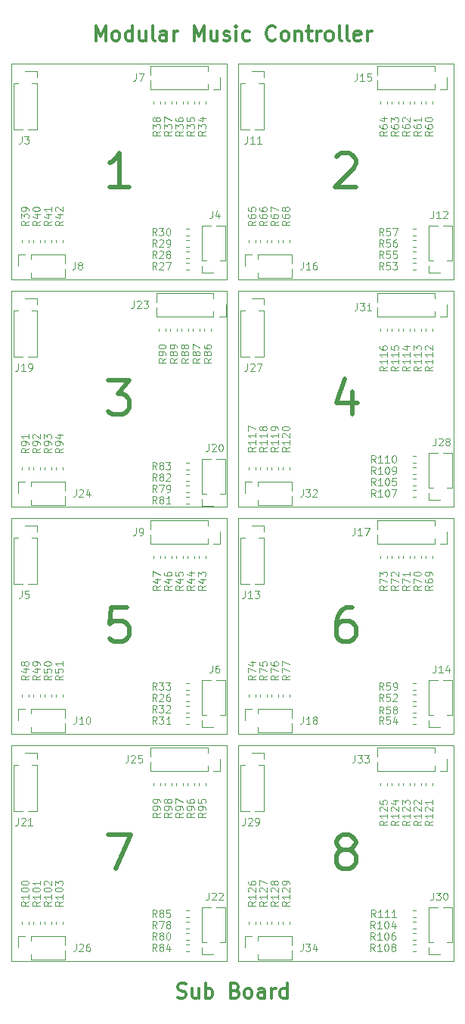
<source format=gto>
%TF.GenerationSoftware,KiCad,Pcbnew,9.0.5-1.fc42*%
%TF.CreationDate,2025-12-02T14:18:44+01:00*%
%TF.ProjectId,Sub-Board,5375622d-426f-4617-9264-2e6b69636164,2*%
%TF.SameCoordinates,Original*%
%TF.FileFunction,Legend,Top*%
%TF.FilePolarity,Positive*%
%FSLAX46Y46*%
G04 Gerber Fmt 4.6, Leading zero omitted, Abs format (unit mm)*
G04 Created by KiCad (PCBNEW 9.0.5-1.fc42) date 2025-12-02 14:18:44*
%MOMM*%
%LPD*%
G01*
G04 APERTURE LIST*
%ADD10C,0.100000*%
%ADD11C,0.476250*%
%ADD12C,0.330200*%
%ADD13C,0.101600*%
%ADD14C,0.120000*%
G04 APERTURE END LIST*
D10*
X127635000Y-69850000D02*
X151765000Y-69850000D01*
X151765000Y-93980000D01*
X127635000Y-93980000D01*
X127635000Y-69850000D01*
X102235000Y-120650000D02*
X126365000Y-120650000D01*
X126365000Y-144780000D01*
X102235000Y-144780000D01*
X102235000Y-120650000D01*
X127635000Y-95250000D02*
X151765000Y-95250000D01*
X151765000Y-119380000D01*
X127635000Y-119380000D01*
X127635000Y-95250000D01*
X102235000Y-69850000D02*
X126365000Y-69850000D01*
X126365000Y-93980000D01*
X102235000Y-93980000D01*
X102235000Y-69850000D01*
X102235000Y-95250000D02*
X126365000Y-95250000D01*
X126365000Y-119380000D01*
X102235000Y-119380000D01*
X102235000Y-95250000D01*
X127635000Y-44450000D02*
X151765000Y-44450000D01*
X151765000Y-68580000D01*
X127635000Y-68580000D01*
X127635000Y-44450000D01*
X102235000Y-44450000D02*
X126365000Y-44450000D01*
X126365000Y-68580000D01*
X102235000Y-68580000D01*
X102235000Y-44450000D01*
X127635000Y-120650000D02*
X151765000Y-120650000D01*
X151765000Y-144780000D01*
X127635000Y-144780000D01*
X127635000Y-120650000D01*
D11*
X140425715Y-81112813D02*
X140425715Y-83652813D01*
X139518572Y-79661385D02*
X138611429Y-82382813D01*
X138611429Y-82382813D02*
X140970000Y-82382813D01*
D12*
X111669284Y-41846614D02*
X111669284Y-40195614D01*
X111669284Y-40195614D02*
X112219617Y-41374899D01*
X112219617Y-41374899D02*
X112769950Y-40195614D01*
X112769950Y-40195614D02*
X112769950Y-41846614D01*
X113791998Y-41846614D02*
X113634760Y-41767995D01*
X113634760Y-41767995D02*
X113556141Y-41689375D01*
X113556141Y-41689375D02*
X113477522Y-41532137D01*
X113477522Y-41532137D02*
X113477522Y-41060423D01*
X113477522Y-41060423D02*
X113556141Y-40903185D01*
X113556141Y-40903185D02*
X113634760Y-40824566D01*
X113634760Y-40824566D02*
X113791998Y-40745947D01*
X113791998Y-40745947D02*
X114027855Y-40745947D01*
X114027855Y-40745947D02*
X114185093Y-40824566D01*
X114185093Y-40824566D02*
X114263712Y-40903185D01*
X114263712Y-40903185D02*
X114342331Y-41060423D01*
X114342331Y-41060423D02*
X114342331Y-41532137D01*
X114342331Y-41532137D02*
X114263712Y-41689375D01*
X114263712Y-41689375D02*
X114185093Y-41767995D01*
X114185093Y-41767995D02*
X114027855Y-41846614D01*
X114027855Y-41846614D02*
X113791998Y-41846614D01*
X115757474Y-41846614D02*
X115757474Y-40195614D01*
X115757474Y-41767995D02*
X115600236Y-41846614D01*
X115600236Y-41846614D02*
X115285760Y-41846614D01*
X115285760Y-41846614D02*
X115128522Y-41767995D01*
X115128522Y-41767995D02*
X115049903Y-41689375D01*
X115049903Y-41689375D02*
X114971284Y-41532137D01*
X114971284Y-41532137D02*
X114971284Y-41060423D01*
X114971284Y-41060423D02*
X115049903Y-40903185D01*
X115049903Y-40903185D02*
X115128522Y-40824566D01*
X115128522Y-40824566D02*
X115285760Y-40745947D01*
X115285760Y-40745947D02*
X115600236Y-40745947D01*
X115600236Y-40745947D02*
X115757474Y-40824566D01*
X117251236Y-40745947D02*
X117251236Y-41846614D01*
X116543665Y-40745947D02*
X116543665Y-41610756D01*
X116543665Y-41610756D02*
X116622284Y-41767995D01*
X116622284Y-41767995D02*
X116779522Y-41846614D01*
X116779522Y-41846614D02*
X117015379Y-41846614D01*
X117015379Y-41846614D02*
X117172617Y-41767995D01*
X117172617Y-41767995D02*
X117251236Y-41689375D01*
X118273284Y-41846614D02*
X118116046Y-41767995D01*
X118116046Y-41767995D02*
X118037427Y-41610756D01*
X118037427Y-41610756D02*
X118037427Y-40195614D01*
X119609808Y-41846614D02*
X119609808Y-40981804D01*
X119609808Y-40981804D02*
X119531189Y-40824566D01*
X119531189Y-40824566D02*
X119373951Y-40745947D01*
X119373951Y-40745947D02*
X119059475Y-40745947D01*
X119059475Y-40745947D02*
X118902237Y-40824566D01*
X119609808Y-41767995D02*
X119452570Y-41846614D01*
X119452570Y-41846614D02*
X119059475Y-41846614D01*
X119059475Y-41846614D02*
X118902237Y-41767995D01*
X118902237Y-41767995D02*
X118823618Y-41610756D01*
X118823618Y-41610756D02*
X118823618Y-41453518D01*
X118823618Y-41453518D02*
X118902237Y-41296280D01*
X118902237Y-41296280D02*
X119059475Y-41217661D01*
X119059475Y-41217661D02*
X119452570Y-41217661D01*
X119452570Y-41217661D02*
X119609808Y-41139042D01*
X120395999Y-41846614D02*
X120395999Y-40745947D01*
X120395999Y-41060423D02*
X120474618Y-40903185D01*
X120474618Y-40903185D02*
X120553237Y-40824566D01*
X120553237Y-40824566D02*
X120710475Y-40745947D01*
X120710475Y-40745947D02*
X120867713Y-40745947D01*
X122675952Y-41846614D02*
X122675952Y-40195614D01*
X122675952Y-40195614D02*
X123226285Y-41374899D01*
X123226285Y-41374899D02*
X123776618Y-40195614D01*
X123776618Y-40195614D02*
X123776618Y-41846614D01*
X125270380Y-40745947D02*
X125270380Y-41846614D01*
X124562809Y-40745947D02*
X124562809Y-41610756D01*
X124562809Y-41610756D02*
X124641428Y-41767995D01*
X124641428Y-41767995D02*
X124798666Y-41846614D01*
X124798666Y-41846614D02*
X125034523Y-41846614D01*
X125034523Y-41846614D02*
X125191761Y-41767995D01*
X125191761Y-41767995D02*
X125270380Y-41689375D01*
X125977952Y-41767995D02*
X126135190Y-41846614D01*
X126135190Y-41846614D02*
X126449666Y-41846614D01*
X126449666Y-41846614D02*
X126606904Y-41767995D01*
X126606904Y-41767995D02*
X126685523Y-41610756D01*
X126685523Y-41610756D02*
X126685523Y-41532137D01*
X126685523Y-41532137D02*
X126606904Y-41374899D01*
X126606904Y-41374899D02*
X126449666Y-41296280D01*
X126449666Y-41296280D02*
X126213809Y-41296280D01*
X126213809Y-41296280D02*
X126056571Y-41217661D01*
X126056571Y-41217661D02*
X125977952Y-41060423D01*
X125977952Y-41060423D02*
X125977952Y-40981804D01*
X125977952Y-40981804D02*
X126056571Y-40824566D01*
X126056571Y-40824566D02*
X126213809Y-40745947D01*
X126213809Y-40745947D02*
X126449666Y-40745947D01*
X126449666Y-40745947D02*
X126606904Y-40824566D01*
X127393095Y-41846614D02*
X127393095Y-40745947D01*
X127393095Y-40195614D02*
X127314476Y-40274233D01*
X127314476Y-40274233D02*
X127393095Y-40352852D01*
X127393095Y-40352852D02*
X127471714Y-40274233D01*
X127471714Y-40274233D02*
X127393095Y-40195614D01*
X127393095Y-40195614D02*
X127393095Y-40352852D01*
X128886856Y-41767995D02*
X128729618Y-41846614D01*
X128729618Y-41846614D02*
X128415142Y-41846614D01*
X128415142Y-41846614D02*
X128257904Y-41767995D01*
X128257904Y-41767995D02*
X128179285Y-41689375D01*
X128179285Y-41689375D02*
X128100666Y-41532137D01*
X128100666Y-41532137D02*
X128100666Y-41060423D01*
X128100666Y-41060423D02*
X128179285Y-40903185D01*
X128179285Y-40903185D02*
X128257904Y-40824566D01*
X128257904Y-40824566D02*
X128415142Y-40745947D01*
X128415142Y-40745947D02*
X128729618Y-40745947D01*
X128729618Y-40745947D02*
X128886856Y-40824566D01*
X131795761Y-41689375D02*
X131717142Y-41767995D01*
X131717142Y-41767995D02*
X131481285Y-41846614D01*
X131481285Y-41846614D02*
X131324047Y-41846614D01*
X131324047Y-41846614D02*
X131088190Y-41767995D01*
X131088190Y-41767995D02*
X130930952Y-41610756D01*
X130930952Y-41610756D02*
X130852333Y-41453518D01*
X130852333Y-41453518D02*
X130773714Y-41139042D01*
X130773714Y-41139042D02*
X130773714Y-40903185D01*
X130773714Y-40903185D02*
X130852333Y-40588709D01*
X130852333Y-40588709D02*
X130930952Y-40431471D01*
X130930952Y-40431471D02*
X131088190Y-40274233D01*
X131088190Y-40274233D02*
X131324047Y-40195614D01*
X131324047Y-40195614D02*
X131481285Y-40195614D01*
X131481285Y-40195614D02*
X131717142Y-40274233D01*
X131717142Y-40274233D02*
X131795761Y-40352852D01*
X132739190Y-41846614D02*
X132581952Y-41767995D01*
X132581952Y-41767995D02*
X132503333Y-41689375D01*
X132503333Y-41689375D02*
X132424714Y-41532137D01*
X132424714Y-41532137D02*
X132424714Y-41060423D01*
X132424714Y-41060423D02*
X132503333Y-40903185D01*
X132503333Y-40903185D02*
X132581952Y-40824566D01*
X132581952Y-40824566D02*
X132739190Y-40745947D01*
X132739190Y-40745947D02*
X132975047Y-40745947D01*
X132975047Y-40745947D02*
X133132285Y-40824566D01*
X133132285Y-40824566D02*
X133210904Y-40903185D01*
X133210904Y-40903185D02*
X133289523Y-41060423D01*
X133289523Y-41060423D02*
X133289523Y-41532137D01*
X133289523Y-41532137D02*
X133210904Y-41689375D01*
X133210904Y-41689375D02*
X133132285Y-41767995D01*
X133132285Y-41767995D02*
X132975047Y-41846614D01*
X132975047Y-41846614D02*
X132739190Y-41846614D01*
X133997095Y-40745947D02*
X133997095Y-41846614D01*
X133997095Y-40903185D02*
X134075714Y-40824566D01*
X134075714Y-40824566D02*
X134232952Y-40745947D01*
X134232952Y-40745947D02*
X134468809Y-40745947D01*
X134468809Y-40745947D02*
X134626047Y-40824566D01*
X134626047Y-40824566D02*
X134704666Y-40981804D01*
X134704666Y-40981804D02*
X134704666Y-41846614D01*
X135255000Y-40745947D02*
X135883952Y-40745947D01*
X135490857Y-40195614D02*
X135490857Y-41610756D01*
X135490857Y-41610756D02*
X135569476Y-41767995D01*
X135569476Y-41767995D02*
X135726714Y-41846614D01*
X135726714Y-41846614D02*
X135883952Y-41846614D01*
X136434286Y-41846614D02*
X136434286Y-40745947D01*
X136434286Y-41060423D02*
X136512905Y-40903185D01*
X136512905Y-40903185D02*
X136591524Y-40824566D01*
X136591524Y-40824566D02*
X136748762Y-40745947D01*
X136748762Y-40745947D02*
X136906000Y-40745947D01*
X137692191Y-41846614D02*
X137534953Y-41767995D01*
X137534953Y-41767995D02*
X137456334Y-41689375D01*
X137456334Y-41689375D02*
X137377715Y-41532137D01*
X137377715Y-41532137D02*
X137377715Y-41060423D01*
X137377715Y-41060423D02*
X137456334Y-40903185D01*
X137456334Y-40903185D02*
X137534953Y-40824566D01*
X137534953Y-40824566D02*
X137692191Y-40745947D01*
X137692191Y-40745947D02*
X137928048Y-40745947D01*
X137928048Y-40745947D02*
X138085286Y-40824566D01*
X138085286Y-40824566D02*
X138163905Y-40903185D01*
X138163905Y-40903185D02*
X138242524Y-41060423D01*
X138242524Y-41060423D02*
X138242524Y-41532137D01*
X138242524Y-41532137D02*
X138163905Y-41689375D01*
X138163905Y-41689375D02*
X138085286Y-41767995D01*
X138085286Y-41767995D02*
X137928048Y-41846614D01*
X137928048Y-41846614D02*
X137692191Y-41846614D01*
X139185953Y-41846614D02*
X139028715Y-41767995D01*
X139028715Y-41767995D02*
X138950096Y-41610756D01*
X138950096Y-41610756D02*
X138950096Y-40195614D01*
X140050763Y-41846614D02*
X139893525Y-41767995D01*
X139893525Y-41767995D02*
X139814906Y-41610756D01*
X139814906Y-41610756D02*
X139814906Y-40195614D01*
X141308668Y-41767995D02*
X141151430Y-41846614D01*
X141151430Y-41846614D02*
X140836954Y-41846614D01*
X140836954Y-41846614D02*
X140679716Y-41767995D01*
X140679716Y-41767995D02*
X140601097Y-41610756D01*
X140601097Y-41610756D02*
X140601097Y-40981804D01*
X140601097Y-40981804D02*
X140679716Y-40824566D01*
X140679716Y-40824566D02*
X140836954Y-40745947D01*
X140836954Y-40745947D02*
X141151430Y-40745947D01*
X141151430Y-40745947D02*
X141308668Y-40824566D01*
X141308668Y-40824566D02*
X141387287Y-40981804D01*
X141387287Y-40981804D02*
X141387287Y-41139042D01*
X141387287Y-41139042D02*
X140601097Y-41296280D01*
X142094859Y-41846614D02*
X142094859Y-40745947D01*
X142094859Y-41060423D02*
X142173478Y-40903185D01*
X142173478Y-40903185D02*
X142252097Y-40824566D01*
X142252097Y-40824566D02*
X142409335Y-40745947D01*
X142409335Y-40745947D02*
X142566573Y-40745947D01*
D11*
X140425715Y-105242813D02*
X139700000Y-105242813D01*
X139700000Y-105242813D02*
X139337143Y-105424242D01*
X139337143Y-105424242D02*
X139155715Y-105605670D01*
X139155715Y-105605670D02*
X138792857Y-106149956D01*
X138792857Y-106149956D02*
X138611429Y-106875670D01*
X138611429Y-106875670D02*
X138611429Y-108327099D01*
X138611429Y-108327099D02*
X138792857Y-108689956D01*
X138792857Y-108689956D02*
X138974286Y-108871385D01*
X138974286Y-108871385D02*
X139337143Y-109052813D01*
X139337143Y-109052813D02*
X140062857Y-109052813D01*
X140062857Y-109052813D02*
X140425715Y-108871385D01*
X140425715Y-108871385D02*
X140607143Y-108689956D01*
X140607143Y-108689956D02*
X140788572Y-108327099D01*
X140788572Y-108327099D02*
X140788572Y-107419956D01*
X140788572Y-107419956D02*
X140607143Y-107057099D01*
X140607143Y-107057099D02*
X140425715Y-106875670D01*
X140425715Y-106875670D02*
X140062857Y-106694242D01*
X140062857Y-106694242D02*
X139337143Y-106694242D01*
X139337143Y-106694242D02*
X138974286Y-106875670D01*
X138974286Y-106875670D02*
X138792857Y-107057099D01*
X138792857Y-107057099D02*
X138611429Y-107419956D01*
X115207143Y-105242813D02*
X113392857Y-105242813D01*
X113392857Y-105242813D02*
X113211429Y-107057099D01*
X113211429Y-107057099D02*
X113392857Y-106875670D01*
X113392857Y-106875670D02*
X113755715Y-106694242D01*
X113755715Y-106694242D02*
X114662857Y-106694242D01*
X114662857Y-106694242D02*
X115025715Y-106875670D01*
X115025715Y-106875670D02*
X115207143Y-107057099D01*
X115207143Y-107057099D02*
X115388572Y-107419956D01*
X115388572Y-107419956D02*
X115388572Y-108327099D01*
X115388572Y-108327099D02*
X115207143Y-108689956D01*
X115207143Y-108689956D02*
X115025715Y-108871385D01*
X115025715Y-108871385D02*
X114662857Y-109052813D01*
X114662857Y-109052813D02*
X113755715Y-109052813D01*
X113755715Y-109052813D02*
X113392857Y-108871385D01*
X113392857Y-108871385D02*
X113211429Y-108689956D01*
X139337143Y-132275670D02*
X138974286Y-132094242D01*
X138974286Y-132094242D02*
X138792857Y-131912813D01*
X138792857Y-131912813D02*
X138611429Y-131549956D01*
X138611429Y-131549956D02*
X138611429Y-131368527D01*
X138611429Y-131368527D02*
X138792857Y-131005670D01*
X138792857Y-131005670D02*
X138974286Y-130824242D01*
X138974286Y-130824242D02*
X139337143Y-130642813D01*
X139337143Y-130642813D02*
X140062857Y-130642813D01*
X140062857Y-130642813D02*
X140425715Y-130824242D01*
X140425715Y-130824242D02*
X140607143Y-131005670D01*
X140607143Y-131005670D02*
X140788572Y-131368527D01*
X140788572Y-131368527D02*
X140788572Y-131549956D01*
X140788572Y-131549956D02*
X140607143Y-131912813D01*
X140607143Y-131912813D02*
X140425715Y-132094242D01*
X140425715Y-132094242D02*
X140062857Y-132275670D01*
X140062857Y-132275670D02*
X139337143Y-132275670D01*
X139337143Y-132275670D02*
X138974286Y-132457099D01*
X138974286Y-132457099D02*
X138792857Y-132638527D01*
X138792857Y-132638527D02*
X138611429Y-133001385D01*
X138611429Y-133001385D02*
X138611429Y-133727099D01*
X138611429Y-133727099D02*
X138792857Y-134089956D01*
X138792857Y-134089956D02*
X138974286Y-134271385D01*
X138974286Y-134271385D02*
X139337143Y-134452813D01*
X139337143Y-134452813D02*
X140062857Y-134452813D01*
X140062857Y-134452813D02*
X140425715Y-134271385D01*
X140425715Y-134271385D02*
X140607143Y-134089956D01*
X140607143Y-134089956D02*
X140788572Y-133727099D01*
X140788572Y-133727099D02*
X140788572Y-133001385D01*
X140788572Y-133001385D02*
X140607143Y-132638527D01*
X140607143Y-132638527D02*
X140425715Y-132457099D01*
X140425715Y-132457099D02*
X140062857Y-132275670D01*
X113030000Y-130642813D02*
X115570000Y-130642813D01*
X115570000Y-130642813D02*
X113937143Y-134452813D01*
X113030000Y-79842813D02*
X115388572Y-79842813D01*
X115388572Y-79842813D02*
X114118572Y-81294242D01*
X114118572Y-81294242D02*
X114662857Y-81294242D01*
X114662857Y-81294242D02*
X115025715Y-81475670D01*
X115025715Y-81475670D02*
X115207143Y-81657099D01*
X115207143Y-81657099D02*
X115388572Y-82019956D01*
X115388572Y-82019956D02*
X115388572Y-82927099D01*
X115388572Y-82927099D02*
X115207143Y-83289956D01*
X115207143Y-83289956D02*
X115025715Y-83471385D01*
X115025715Y-83471385D02*
X114662857Y-83652813D01*
X114662857Y-83652813D02*
X113574286Y-83652813D01*
X113574286Y-83652813D02*
X113211429Y-83471385D01*
X113211429Y-83471385D02*
X113030000Y-83289956D01*
X115388572Y-58252813D02*
X113211429Y-58252813D01*
X114300000Y-58252813D02*
X114300000Y-54442813D01*
X114300000Y-54442813D02*
X113937143Y-54987099D01*
X113937143Y-54987099D02*
X113574286Y-55349956D01*
X113574286Y-55349956D02*
X113211429Y-55531385D01*
D12*
X120828404Y-148797995D02*
X121064261Y-148876614D01*
X121064261Y-148876614D02*
X121457356Y-148876614D01*
X121457356Y-148876614D02*
X121614594Y-148797995D01*
X121614594Y-148797995D02*
X121693213Y-148719375D01*
X121693213Y-148719375D02*
X121771832Y-148562137D01*
X121771832Y-148562137D02*
X121771832Y-148404899D01*
X121771832Y-148404899D02*
X121693213Y-148247661D01*
X121693213Y-148247661D02*
X121614594Y-148169042D01*
X121614594Y-148169042D02*
X121457356Y-148090423D01*
X121457356Y-148090423D02*
X121142880Y-148011804D01*
X121142880Y-148011804D02*
X120985642Y-147933185D01*
X120985642Y-147933185D02*
X120907023Y-147854566D01*
X120907023Y-147854566D02*
X120828404Y-147697328D01*
X120828404Y-147697328D02*
X120828404Y-147540090D01*
X120828404Y-147540090D02*
X120907023Y-147382852D01*
X120907023Y-147382852D02*
X120985642Y-147304233D01*
X120985642Y-147304233D02*
X121142880Y-147225614D01*
X121142880Y-147225614D02*
X121535975Y-147225614D01*
X121535975Y-147225614D02*
X121771832Y-147304233D01*
X123186975Y-147775947D02*
X123186975Y-148876614D01*
X122479404Y-147775947D02*
X122479404Y-148640756D01*
X122479404Y-148640756D02*
X122558023Y-148797995D01*
X122558023Y-148797995D02*
X122715261Y-148876614D01*
X122715261Y-148876614D02*
X122951118Y-148876614D01*
X122951118Y-148876614D02*
X123108356Y-148797995D01*
X123108356Y-148797995D02*
X123186975Y-148719375D01*
X123973166Y-148876614D02*
X123973166Y-147225614D01*
X123973166Y-147854566D02*
X124130404Y-147775947D01*
X124130404Y-147775947D02*
X124444880Y-147775947D01*
X124444880Y-147775947D02*
X124602118Y-147854566D01*
X124602118Y-147854566D02*
X124680737Y-147933185D01*
X124680737Y-147933185D02*
X124759356Y-148090423D01*
X124759356Y-148090423D02*
X124759356Y-148562137D01*
X124759356Y-148562137D02*
X124680737Y-148719375D01*
X124680737Y-148719375D02*
X124602118Y-148797995D01*
X124602118Y-148797995D02*
X124444880Y-148876614D01*
X124444880Y-148876614D02*
X124130404Y-148876614D01*
X124130404Y-148876614D02*
X123973166Y-148797995D01*
X127275166Y-148011804D02*
X127511023Y-148090423D01*
X127511023Y-148090423D02*
X127589642Y-148169042D01*
X127589642Y-148169042D02*
X127668261Y-148326280D01*
X127668261Y-148326280D02*
X127668261Y-148562137D01*
X127668261Y-148562137D02*
X127589642Y-148719375D01*
X127589642Y-148719375D02*
X127511023Y-148797995D01*
X127511023Y-148797995D02*
X127353785Y-148876614D01*
X127353785Y-148876614D02*
X126724833Y-148876614D01*
X126724833Y-148876614D02*
X126724833Y-147225614D01*
X126724833Y-147225614D02*
X127275166Y-147225614D01*
X127275166Y-147225614D02*
X127432404Y-147304233D01*
X127432404Y-147304233D02*
X127511023Y-147382852D01*
X127511023Y-147382852D02*
X127589642Y-147540090D01*
X127589642Y-147540090D02*
X127589642Y-147697328D01*
X127589642Y-147697328D02*
X127511023Y-147854566D01*
X127511023Y-147854566D02*
X127432404Y-147933185D01*
X127432404Y-147933185D02*
X127275166Y-148011804D01*
X127275166Y-148011804D02*
X126724833Y-148011804D01*
X128611690Y-148876614D02*
X128454452Y-148797995D01*
X128454452Y-148797995D02*
X128375833Y-148719375D01*
X128375833Y-148719375D02*
X128297214Y-148562137D01*
X128297214Y-148562137D02*
X128297214Y-148090423D01*
X128297214Y-148090423D02*
X128375833Y-147933185D01*
X128375833Y-147933185D02*
X128454452Y-147854566D01*
X128454452Y-147854566D02*
X128611690Y-147775947D01*
X128611690Y-147775947D02*
X128847547Y-147775947D01*
X128847547Y-147775947D02*
X129004785Y-147854566D01*
X129004785Y-147854566D02*
X129083404Y-147933185D01*
X129083404Y-147933185D02*
X129162023Y-148090423D01*
X129162023Y-148090423D02*
X129162023Y-148562137D01*
X129162023Y-148562137D02*
X129083404Y-148719375D01*
X129083404Y-148719375D02*
X129004785Y-148797995D01*
X129004785Y-148797995D02*
X128847547Y-148876614D01*
X128847547Y-148876614D02*
X128611690Y-148876614D01*
X130577166Y-148876614D02*
X130577166Y-148011804D01*
X130577166Y-148011804D02*
X130498547Y-147854566D01*
X130498547Y-147854566D02*
X130341309Y-147775947D01*
X130341309Y-147775947D02*
X130026833Y-147775947D01*
X130026833Y-147775947D02*
X129869595Y-147854566D01*
X130577166Y-148797995D02*
X130419928Y-148876614D01*
X130419928Y-148876614D02*
X130026833Y-148876614D01*
X130026833Y-148876614D02*
X129869595Y-148797995D01*
X129869595Y-148797995D02*
X129790976Y-148640756D01*
X129790976Y-148640756D02*
X129790976Y-148483518D01*
X129790976Y-148483518D02*
X129869595Y-148326280D01*
X129869595Y-148326280D02*
X130026833Y-148247661D01*
X130026833Y-148247661D02*
X130419928Y-148247661D01*
X130419928Y-148247661D02*
X130577166Y-148169042D01*
X131363357Y-148876614D02*
X131363357Y-147775947D01*
X131363357Y-148090423D02*
X131441976Y-147933185D01*
X131441976Y-147933185D02*
X131520595Y-147854566D01*
X131520595Y-147854566D02*
X131677833Y-147775947D01*
X131677833Y-147775947D02*
X131835071Y-147775947D01*
X133092976Y-148876614D02*
X133092976Y-147225614D01*
X133092976Y-148797995D02*
X132935738Y-148876614D01*
X132935738Y-148876614D02*
X132621262Y-148876614D01*
X132621262Y-148876614D02*
X132464024Y-148797995D01*
X132464024Y-148797995D02*
X132385405Y-148719375D01*
X132385405Y-148719375D02*
X132306786Y-148562137D01*
X132306786Y-148562137D02*
X132306786Y-148090423D01*
X132306786Y-148090423D02*
X132385405Y-147933185D01*
X132385405Y-147933185D02*
X132464024Y-147854566D01*
X132464024Y-147854566D02*
X132621262Y-147775947D01*
X132621262Y-147775947D02*
X132935738Y-147775947D01*
X132935738Y-147775947D02*
X133092976Y-147854566D01*
D11*
X138611429Y-54805670D02*
X138792857Y-54624242D01*
X138792857Y-54624242D02*
X139155715Y-54442813D01*
X139155715Y-54442813D02*
X140062857Y-54442813D01*
X140062857Y-54442813D02*
X140425715Y-54624242D01*
X140425715Y-54624242D02*
X140607143Y-54805670D01*
X140607143Y-54805670D02*
X140788572Y-55168527D01*
X140788572Y-55168527D02*
X140788572Y-55531385D01*
X140788572Y-55531385D02*
X140607143Y-56075670D01*
X140607143Y-56075670D02*
X138430000Y-58252813D01*
X138430000Y-58252813D02*
X140788572Y-58252813D01*
D13*
X148071732Y-78254561D02*
X147684685Y-78525494D01*
X148071732Y-78719018D02*
X147258932Y-78719018D01*
X147258932Y-78719018D02*
X147258932Y-78409380D01*
X147258932Y-78409380D02*
X147297637Y-78331970D01*
X147297637Y-78331970D02*
X147336342Y-78293265D01*
X147336342Y-78293265D02*
X147413751Y-78254561D01*
X147413751Y-78254561D02*
X147529866Y-78254561D01*
X147529866Y-78254561D02*
X147607275Y-78293265D01*
X147607275Y-78293265D02*
X147645980Y-78331970D01*
X147645980Y-78331970D02*
X147684685Y-78409380D01*
X147684685Y-78409380D02*
X147684685Y-78719018D01*
X148071732Y-77480465D02*
X148071732Y-77944922D01*
X148071732Y-77712694D02*
X147258932Y-77712694D01*
X147258932Y-77712694D02*
X147375047Y-77790103D01*
X147375047Y-77790103D02*
X147452456Y-77867513D01*
X147452456Y-77867513D02*
X147491161Y-77944922D01*
X148071732Y-76706370D02*
X148071732Y-77170827D01*
X148071732Y-76938599D02*
X147258932Y-76938599D01*
X147258932Y-76938599D02*
X147375047Y-77016008D01*
X147375047Y-77016008D02*
X147452456Y-77093418D01*
X147452456Y-77093418D02*
X147491161Y-77170827D01*
X147258932Y-76435437D02*
X147258932Y-75932275D01*
X147258932Y-75932275D02*
X147568570Y-76203209D01*
X147568570Y-76203209D02*
X147568570Y-76087094D01*
X147568570Y-76087094D02*
X147607275Y-76009685D01*
X147607275Y-76009685D02*
X147645980Y-75970980D01*
X147645980Y-75970980D02*
X147723389Y-75932275D01*
X147723389Y-75932275D02*
X147916913Y-75932275D01*
X147916913Y-75932275D02*
X147994323Y-75970980D01*
X147994323Y-75970980D02*
X148033028Y-76009685D01*
X148033028Y-76009685D02*
X148071732Y-76087094D01*
X148071732Y-76087094D02*
X148071732Y-76319323D01*
X148071732Y-76319323D02*
X148033028Y-76396732D01*
X148033028Y-76396732D02*
X147994323Y-76435437D01*
X118476485Y-141086732D02*
X118205552Y-140699685D01*
X118012028Y-141086732D02*
X118012028Y-140273932D01*
X118012028Y-140273932D02*
X118321666Y-140273932D01*
X118321666Y-140273932D02*
X118399076Y-140312637D01*
X118399076Y-140312637D02*
X118437781Y-140351342D01*
X118437781Y-140351342D02*
X118476485Y-140428751D01*
X118476485Y-140428751D02*
X118476485Y-140544866D01*
X118476485Y-140544866D02*
X118437781Y-140622275D01*
X118437781Y-140622275D02*
X118399076Y-140660980D01*
X118399076Y-140660980D02*
X118321666Y-140699685D01*
X118321666Y-140699685D02*
X118012028Y-140699685D01*
X118747419Y-140273932D02*
X119289285Y-140273932D01*
X119289285Y-140273932D02*
X118940943Y-141086732D01*
X119715038Y-140622275D02*
X119637628Y-140583570D01*
X119637628Y-140583570D02*
X119598923Y-140544866D01*
X119598923Y-140544866D02*
X119560219Y-140467456D01*
X119560219Y-140467456D02*
X119560219Y-140428751D01*
X119560219Y-140428751D02*
X119598923Y-140351342D01*
X119598923Y-140351342D02*
X119637628Y-140312637D01*
X119637628Y-140312637D02*
X119715038Y-140273932D01*
X119715038Y-140273932D02*
X119869857Y-140273932D01*
X119869857Y-140273932D02*
X119947266Y-140312637D01*
X119947266Y-140312637D02*
X119985971Y-140351342D01*
X119985971Y-140351342D02*
X120024676Y-140428751D01*
X120024676Y-140428751D02*
X120024676Y-140467456D01*
X120024676Y-140467456D02*
X119985971Y-140544866D01*
X119985971Y-140544866D02*
X119947266Y-140583570D01*
X119947266Y-140583570D02*
X119869857Y-140622275D01*
X119869857Y-140622275D02*
X119715038Y-140622275D01*
X119715038Y-140622275D02*
X119637628Y-140660980D01*
X119637628Y-140660980D02*
X119598923Y-140699685D01*
X119598923Y-140699685D02*
X119560219Y-140777094D01*
X119560219Y-140777094D02*
X119560219Y-140931913D01*
X119560219Y-140931913D02*
X119598923Y-141009323D01*
X119598923Y-141009323D02*
X119637628Y-141048028D01*
X119637628Y-141048028D02*
X119715038Y-141086732D01*
X119715038Y-141086732D02*
X119869857Y-141086732D01*
X119869857Y-141086732D02*
X119947266Y-141048028D01*
X119947266Y-141048028D02*
X119985971Y-141009323D01*
X119985971Y-141009323D02*
X120024676Y-140931913D01*
X120024676Y-140931913D02*
X120024676Y-140777094D01*
X120024676Y-140777094D02*
X119985971Y-140699685D01*
X119985971Y-140699685D02*
X119947266Y-140660980D01*
X119947266Y-140660980D02*
X119869857Y-140622275D01*
X130799732Y-61992514D02*
X130412685Y-62263447D01*
X130799732Y-62456971D02*
X129986932Y-62456971D01*
X129986932Y-62456971D02*
X129986932Y-62147333D01*
X129986932Y-62147333D02*
X130025637Y-62069923D01*
X130025637Y-62069923D02*
X130064342Y-62031218D01*
X130064342Y-62031218D02*
X130141751Y-61992514D01*
X130141751Y-61992514D02*
X130257866Y-61992514D01*
X130257866Y-61992514D02*
X130335275Y-62031218D01*
X130335275Y-62031218D02*
X130373980Y-62069923D01*
X130373980Y-62069923D02*
X130412685Y-62147333D01*
X130412685Y-62147333D02*
X130412685Y-62456971D01*
X129986932Y-61295828D02*
X129986932Y-61450647D01*
X129986932Y-61450647D02*
X130025637Y-61528056D01*
X130025637Y-61528056D02*
X130064342Y-61566761D01*
X130064342Y-61566761D02*
X130180456Y-61644171D01*
X130180456Y-61644171D02*
X130335275Y-61682875D01*
X130335275Y-61682875D02*
X130644913Y-61682875D01*
X130644913Y-61682875D02*
X130722323Y-61644171D01*
X130722323Y-61644171D02*
X130761028Y-61605466D01*
X130761028Y-61605466D02*
X130799732Y-61528056D01*
X130799732Y-61528056D02*
X130799732Y-61373237D01*
X130799732Y-61373237D02*
X130761028Y-61295828D01*
X130761028Y-61295828D02*
X130722323Y-61257123D01*
X130722323Y-61257123D02*
X130644913Y-61218418D01*
X130644913Y-61218418D02*
X130451389Y-61218418D01*
X130451389Y-61218418D02*
X130373980Y-61257123D01*
X130373980Y-61257123D02*
X130335275Y-61295828D01*
X130335275Y-61295828D02*
X130296570Y-61373237D01*
X130296570Y-61373237D02*
X130296570Y-61528056D01*
X130296570Y-61528056D02*
X130335275Y-61605466D01*
X130335275Y-61605466D02*
X130373980Y-61644171D01*
X130373980Y-61644171D02*
X130451389Y-61682875D01*
X129986932Y-60521733D02*
X129986932Y-60676552D01*
X129986932Y-60676552D02*
X130025637Y-60753961D01*
X130025637Y-60753961D02*
X130064342Y-60792666D01*
X130064342Y-60792666D02*
X130180456Y-60870076D01*
X130180456Y-60870076D02*
X130335275Y-60908780D01*
X130335275Y-60908780D02*
X130644913Y-60908780D01*
X130644913Y-60908780D02*
X130722323Y-60870076D01*
X130722323Y-60870076D02*
X130761028Y-60831371D01*
X130761028Y-60831371D02*
X130799732Y-60753961D01*
X130799732Y-60753961D02*
X130799732Y-60599142D01*
X130799732Y-60599142D02*
X130761028Y-60521733D01*
X130761028Y-60521733D02*
X130722323Y-60483028D01*
X130722323Y-60483028D02*
X130644913Y-60444323D01*
X130644913Y-60444323D02*
X130451389Y-60444323D01*
X130451389Y-60444323D02*
X130373980Y-60483028D01*
X130373980Y-60483028D02*
X130335275Y-60521733D01*
X130335275Y-60521733D02*
X130296570Y-60599142D01*
X130296570Y-60599142D02*
X130296570Y-60753961D01*
X130296570Y-60753961D02*
X130335275Y-60831371D01*
X130335275Y-60831371D02*
X130373980Y-60870076D01*
X130373980Y-60870076D02*
X130451389Y-60908780D01*
X144261732Y-102757514D02*
X143874685Y-103028447D01*
X144261732Y-103221971D02*
X143448932Y-103221971D01*
X143448932Y-103221971D02*
X143448932Y-102912333D01*
X143448932Y-102912333D02*
X143487637Y-102834923D01*
X143487637Y-102834923D02*
X143526342Y-102796218D01*
X143526342Y-102796218D02*
X143603751Y-102757514D01*
X143603751Y-102757514D02*
X143719866Y-102757514D01*
X143719866Y-102757514D02*
X143797275Y-102796218D01*
X143797275Y-102796218D02*
X143835980Y-102834923D01*
X143835980Y-102834923D02*
X143874685Y-102912333D01*
X143874685Y-102912333D02*
X143874685Y-103221971D01*
X143448932Y-102486580D02*
X143448932Y-101944714D01*
X143448932Y-101944714D02*
X144261732Y-102293056D01*
X143448932Y-101712485D02*
X143448932Y-101209323D01*
X143448932Y-101209323D02*
X143758570Y-101480257D01*
X143758570Y-101480257D02*
X143758570Y-101364142D01*
X143758570Y-101364142D02*
X143797275Y-101286733D01*
X143797275Y-101286733D02*
X143835980Y-101248028D01*
X143835980Y-101248028D02*
X143913389Y-101209323D01*
X143913389Y-101209323D02*
X144106913Y-101209323D01*
X144106913Y-101209323D02*
X144184323Y-101248028D01*
X144184323Y-101248028D02*
X144223028Y-101286733D01*
X144223028Y-101286733D02*
X144261732Y-101364142D01*
X144261732Y-101364142D02*
X144261732Y-101596371D01*
X144261732Y-101596371D02*
X144223028Y-101673780D01*
X144223028Y-101673780D02*
X144184323Y-101712485D01*
X118861732Y-128159514D02*
X118474685Y-128430447D01*
X118861732Y-128623971D02*
X118048932Y-128623971D01*
X118048932Y-128623971D02*
X118048932Y-128314333D01*
X118048932Y-128314333D02*
X118087637Y-128236923D01*
X118087637Y-128236923D02*
X118126342Y-128198218D01*
X118126342Y-128198218D02*
X118203751Y-128159514D01*
X118203751Y-128159514D02*
X118319866Y-128159514D01*
X118319866Y-128159514D02*
X118397275Y-128198218D01*
X118397275Y-128198218D02*
X118435980Y-128236923D01*
X118435980Y-128236923D02*
X118474685Y-128314333D01*
X118474685Y-128314333D02*
X118474685Y-128623971D01*
X118861732Y-127772466D02*
X118861732Y-127617647D01*
X118861732Y-127617647D02*
X118823028Y-127540237D01*
X118823028Y-127540237D02*
X118784323Y-127501533D01*
X118784323Y-127501533D02*
X118668208Y-127424123D01*
X118668208Y-127424123D02*
X118513389Y-127385418D01*
X118513389Y-127385418D02*
X118203751Y-127385418D01*
X118203751Y-127385418D02*
X118126342Y-127424123D01*
X118126342Y-127424123D02*
X118087637Y-127462828D01*
X118087637Y-127462828D02*
X118048932Y-127540237D01*
X118048932Y-127540237D02*
X118048932Y-127695056D01*
X118048932Y-127695056D02*
X118087637Y-127772466D01*
X118087637Y-127772466D02*
X118126342Y-127811171D01*
X118126342Y-127811171D02*
X118203751Y-127849875D01*
X118203751Y-127849875D02*
X118397275Y-127849875D01*
X118397275Y-127849875D02*
X118474685Y-127811171D01*
X118474685Y-127811171D02*
X118513389Y-127772466D01*
X118513389Y-127772466D02*
X118552094Y-127695056D01*
X118552094Y-127695056D02*
X118552094Y-127540237D01*
X118552094Y-127540237D02*
X118513389Y-127462828D01*
X118513389Y-127462828D02*
X118474685Y-127424123D01*
X118474685Y-127424123D02*
X118397275Y-127385418D01*
X118861732Y-126998371D02*
X118861732Y-126843552D01*
X118861732Y-126843552D02*
X118823028Y-126766142D01*
X118823028Y-126766142D02*
X118784323Y-126727438D01*
X118784323Y-126727438D02*
X118668208Y-126650028D01*
X118668208Y-126650028D02*
X118513389Y-126611323D01*
X118513389Y-126611323D02*
X118203751Y-126611323D01*
X118203751Y-126611323D02*
X118126342Y-126650028D01*
X118126342Y-126650028D02*
X118087637Y-126688733D01*
X118087637Y-126688733D02*
X118048932Y-126766142D01*
X118048932Y-126766142D02*
X118048932Y-126920961D01*
X118048932Y-126920961D02*
X118087637Y-126998371D01*
X118087637Y-126998371D02*
X118126342Y-127037076D01*
X118126342Y-127037076D02*
X118203751Y-127075780D01*
X118203751Y-127075780D02*
X118397275Y-127075780D01*
X118397275Y-127075780D02*
X118474685Y-127037076D01*
X118474685Y-127037076D02*
X118513389Y-126998371D01*
X118513389Y-126998371D02*
X118552094Y-126920961D01*
X118552094Y-126920961D02*
X118552094Y-126766142D01*
X118552094Y-126766142D02*
X118513389Y-126688733D01*
X118513389Y-126688733D02*
X118474685Y-126650028D01*
X118474685Y-126650028D02*
X118397275Y-126611323D01*
X132069732Y-61992514D02*
X131682685Y-62263447D01*
X132069732Y-62456971D02*
X131256932Y-62456971D01*
X131256932Y-62456971D02*
X131256932Y-62147333D01*
X131256932Y-62147333D02*
X131295637Y-62069923D01*
X131295637Y-62069923D02*
X131334342Y-62031218D01*
X131334342Y-62031218D02*
X131411751Y-61992514D01*
X131411751Y-61992514D02*
X131527866Y-61992514D01*
X131527866Y-61992514D02*
X131605275Y-62031218D01*
X131605275Y-62031218D02*
X131643980Y-62069923D01*
X131643980Y-62069923D02*
X131682685Y-62147333D01*
X131682685Y-62147333D02*
X131682685Y-62456971D01*
X131256932Y-61295828D02*
X131256932Y-61450647D01*
X131256932Y-61450647D02*
X131295637Y-61528056D01*
X131295637Y-61528056D02*
X131334342Y-61566761D01*
X131334342Y-61566761D02*
X131450456Y-61644171D01*
X131450456Y-61644171D02*
X131605275Y-61682875D01*
X131605275Y-61682875D02*
X131914913Y-61682875D01*
X131914913Y-61682875D02*
X131992323Y-61644171D01*
X131992323Y-61644171D02*
X132031028Y-61605466D01*
X132031028Y-61605466D02*
X132069732Y-61528056D01*
X132069732Y-61528056D02*
X132069732Y-61373237D01*
X132069732Y-61373237D02*
X132031028Y-61295828D01*
X132031028Y-61295828D02*
X131992323Y-61257123D01*
X131992323Y-61257123D02*
X131914913Y-61218418D01*
X131914913Y-61218418D02*
X131721389Y-61218418D01*
X131721389Y-61218418D02*
X131643980Y-61257123D01*
X131643980Y-61257123D02*
X131605275Y-61295828D01*
X131605275Y-61295828D02*
X131566570Y-61373237D01*
X131566570Y-61373237D02*
X131566570Y-61528056D01*
X131566570Y-61528056D02*
X131605275Y-61605466D01*
X131605275Y-61605466D02*
X131643980Y-61644171D01*
X131643980Y-61644171D02*
X131721389Y-61682875D01*
X131256932Y-60947485D02*
X131256932Y-60405619D01*
X131256932Y-60405619D02*
X132069732Y-60753961D01*
X143878485Y-63616732D02*
X143607552Y-63229685D01*
X143414028Y-63616732D02*
X143414028Y-62803932D01*
X143414028Y-62803932D02*
X143723666Y-62803932D01*
X143723666Y-62803932D02*
X143801076Y-62842637D01*
X143801076Y-62842637D02*
X143839781Y-62881342D01*
X143839781Y-62881342D02*
X143878485Y-62958751D01*
X143878485Y-62958751D02*
X143878485Y-63074866D01*
X143878485Y-63074866D02*
X143839781Y-63152275D01*
X143839781Y-63152275D02*
X143801076Y-63190980D01*
X143801076Y-63190980D02*
X143723666Y-63229685D01*
X143723666Y-63229685D02*
X143414028Y-63229685D01*
X144613876Y-62803932D02*
X144226828Y-62803932D01*
X144226828Y-62803932D02*
X144188124Y-63190980D01*
X144188124Y-63190980D02*
X144226828Y-63152275D01*
X144226828Y-63152275D02*
X144304238Y-63113570D01*
X144304238Y-63113570D02*
X144497762Y-63113570D01*
X144497762Y-63113570D02*
X144575171Y-63152275D01*
X144575171Y-63152275D02*
X144613876Y-63190980D01*
X144613876Y-63190980D02*
X144652581Y-63268389D01*
X144652581Y-63268389D02*
X144652581Y-63461913D01*
X144652581Y-63461913D02*
X144613876Y-63539323D01*
X144613876Y-63539323D02*
X144575171Y-63578028D01*
X144575171Y-63578028D02*
X144497762Y-63616732D01*
X144497762Y-63616732D02*
X144304238Y-63616732D01*
X144304238Y-63616732D02*
X144226828Y-63578028D01*
X144226828Y-63578028D02*
X144188124Y-63539323D01*
X144923514Y-62803932D02*
X145465380Y-62803932D01*
X145465380Y-62803932D02*
X145117038Y-63616732D01*
X140678019Y-121731932D02*
X140678019Y-122312504D01*
X140678019Y-122312504D02*
X140639314Y-122428618D01*
X140639314Y-122428618D02*
X140561905Y-122506028D01*
X140561905Y-122506028D02*
X140445790Y-122544732D01*
X140445790Y-122544732D02*
X140368381Y-122544732D01*
X140987657Y-121731932D02*
X141490819Y-121731932D01*
X141490819Y-121731932D02*
X141219885Y-122041570D01*
X141219885Y-122041570D02*
X141336000Y-122041570D01*
X141336000Y-122041570D02*
X141413409Y-122080275D01*
X141413409Y-122080275D02*
X141452114Y-122118980D01*
X141452114Y-122118980D02*
X141490819Y-122196389D01*
X141490819Y-122196389D02*
X141490819Y-122389913D01*
X141490819Y-122389913D02*
X141452114Y-122467323D01*
X141452114Y-122467323D02*
X141413409Y-122506028D01*
X141413409Y-122506028D02*
X141336000Y-122544732D01*
X141336000Y-122544732D02*
X141103771Y-122544732D01*
X141103771Y-122544732D02*
X141026362Y-122506028D01*
X141026362Y-122506028D02*
X140987657Y-122467323D01*
X141761752Y-121731932D02*
X142264914Y-121731932D01*
X142264914Y-121731932D02*
X141993980Y-122041570D01*
X141993980Y-122041570D02*
X142110095Y-122041570D01*
X142110095Y-122041570D02*
X142187504Y-122080275D01*
X142187504Y-122080275D02*
X142226209Y-122118980D01*
X142226209Y-122118980D02*
X142264914Y-122196389D01*
X142264914Y-122196389D02*
X142264914Y-122389913D01*
X142264914Y-122389913D02*
X142226209Y-122467323D01*
X142226209Y-122467323D02*
X142187504Y-122506028D01*
X142187504Y-122506028D02*
X142110095Y-122544732D01*
X142110095Y-122544732D02*
X141877866Y-122544732D01*
X141877866Y-122544732D02*
X141800457Y-122506028D01*
X141800457Y-122506028D02*
X141761752Y-122467323D01*
X144261732Y-51959514D02*
X143874685Y-52230447D01*
X144261732Y-52423971D02*
X143448932Y-52423971D01*
X143448932Y-52423971D02*
X143448932Y-52114333D01*
X143448932Y-52114333D02*
X143487637Y-52036923D01*
X143487637Y-52036923D02*
X143526342Y-51998218D01*
X143526342Y-51998218D02*
X143603751Y-51959514D01*
X143603751Y-51959514D02*
X143719866Y-51959514D01*
X143719866Y-51959514D02*
X143797275Y-51998218D01*
X143797275Y-51998218D02*
X143835980Y-52036923D01*
X143835980Y-52036923D02*
X143874685Y-52114333D01*
X143874685Y-52114333D02*
X143874685Y-52423971D01*
X143448932Y-51262828D02*
X143448932Y-51417647D01*
X143448932Y-51417647D02*
X143487637Y-51495056D01*
X143487637Y-51495056D02*
X143526342Y-51533761D01*
X143526342Y-51533761D02*
X143642456Y-51611171D01*
X143642456Y-51611171D02*
X143797275Y-51649875D01*
X143797275Y-51649875D02*
X144106913Y-51649875D01*
X144106913Y-51649875D02*
X144184323Y-51611171D01*
X144184323Y-51611171D02*
X144223028Y-51572466D01*
X144223028Y-51572466D02*
X144261732Y-51495056D01*
X144261732Y-51495056D02*
X144261732Y-51340237D01*
X144261732Y-51340237D02*
X144223028Y-51262828D01*
X144223028Y-51262828D02*
X144184323Y-51224123D01*
X144184323Y-51224123D02*
X144106913Y-51185418D01*
X144106913Y-51185418D02*
X143913389Y-51185418D01*
X143913389Y-51185418D02*
X143835980Y-51224123D01*
X143835980Y-51224123D02*
X143797275Y-51262828D01*
X143797275Y-51262828D02*
X143758570Y-51340237D01*
X143758570Y-51340237D02*
X143758570Y-51495056D01*
X143758570Y-51495056D02*
X143797275Y-51572466D01*
X143797275Y-51572466D02*
X143835980Y-51611171D01*
X143835980Y-51611171D02*
X143913389Y-51649875D01*
X143719866Y-50488733D02*
X144261732Y-50488733D01*
X143410228Y-50682257D02*
X143990799Y-50875780D01*
X143990799Y-50875780D02*
X143990799Y-50372619D01*
X104129732Y-61988514D02*
X103742685Y-62259447D01*
X104129732Y-62452971D02*
X103316932Y-62452971D01*
X103316932Y-62452971D02*
X103316932Y-62143333D01*
X103316932Y-62143333D02*
X103355637Y-62065923D01*
X103355637Y-62065923D02*
X103394342Y-62027218D01*
X103394342Y-62027218D02*
X103471751Y-61988514D01*
X103471751Y-61988514D02*
X103587866Y-61988514D01*
X103587866Y-61988514D02*
X103665275Y-62027218D01*
X103665275Y-62027218D02*
X103703980Y-62065923D01*
X103703980Y-62065923D02*
X103742685Y-62143333D01*
X103742685Y-62143333D02*
X103742685Y-62452971D01*
X103316932Y-61717580D02*
X103316932Y-61214418D01*
X103316932Y-61214418D02*
X103626570Y-61485352D01*
X103626570Y-61485352D02*
X103626570Y-61369237D01*
X103626570Y-61369237D02*
X103665275Y-61291828D01*
X103665275Y-61291828D02*
X103703980Y-61253123D01*
X103703980Y-61253123D02*
X103781389Y-61214418D01*
X103781389Y-61214418D02*
X103974913Y-61214418D01*
X103974913Y-61214418D02*
X104052323Y-61253123D01*
X104052323Y-61253123D02*
X104091028Y-61291828D01*
X104091028Y-61291828D02*
X104129732Y-61369237D01*
X104129732Y-61369237D02*
X104129732Y-61601466D01*
X104129732Y-61601466D02*
X104091028Y-61678875D01*
X104091028Y-61678875D02*
X104052323Y-61717580D01*
X104129732Y-60827371D02*
X104129732Y-60672552D01*
X104129732Y-60672552D02*
X104091028Y-60595142D01*
X104091028Y-60595142D02*
X104052323Y-60556438D01*
X104052323Y-60556438D02*
X103936208Y-60479028D01*
X103936208Y-60479028D02*
X103781389Y-60440323D01*
X103781389Y-60440323D02*
X103471751Y-60440323D01*
X103471751Y-60440323D02*
X103394342Y-60479028D01*
X103394342Y-60479028D02*
X103355637Y-60517733D01*
X103355637Y-60517733D02*
X103316932Y-60595142D01*
X103316932Y-60595142D02*
X103316932Y-60749961D01*
X103316932Y-60749961D02*
X103355637Y-60827371D01*
X103355637Y-60827371D02*
X103394342Y-60866076D01*
X103394342Y-60866076D02*
X103471751Y-60904780D01*
X103471751Y-60904780D02*
X103665275Y-60904780D01*
X103665275Y-60904780D02*
X103742685Y-60866076D01*
X103742685Y-60866076D02*
X103781389Y-60827371D01*
X103781389Y-60827371D02*
X103820094Y-60749961D01*
X103820094Y-60749961D02*
X103820094Y-60595142D01*
X103820094Y-60595142D02*
X103781389Y-60517733D01*
X103781389Y-60517733D02*
X103742685Y-60479028D01*
X103742685Y-60479028D02*
X103665275Y-60440323D01*
X149341732Y-51959514D02*
X148954685Y-52230447D01*
X149341732Y-52423971D02*
X148528932Y-52423971D01*
X148528932Y-52423971D02*
X148528932Y-52114333D01*
X148528932Y-52114333D02*
X148567637Y-52036923D01*
X148567637Y-52036923D02*
X148606342Y-51998218D01*
X148606342Y-51998218D02*
X148683751Y-51959514D01*
X148683751Y-51959514D02*
X148799866Y-51959514D01*
X148799866Y-51959514D02*
X148877275Y-51998218D01*
X148877275Y-51998218D02*
X148915980Y-52036923D01*
X148915980Y-52036923D02*
X148954685Y-52114333D01*
X148954685Y-52114333D02*
X148954685Y-52423971D01*
X148528932Y-51262828D02*
X148528932Y-51417647D01*
X148528932Y-51417647D02*
X148567637Y-51495056D01*
X148567637Y-51495056D02*
X148606342Y-51533761D01*
X148606342Y-51533761D02*
X148722456Y-51611171D01*
X148722456Y-51611171D02*
X148877275Y-51649875D01*
X148877275Y-51649875D02*
X149186913Y-51649875D01*
X149186913Y-51649875D02*
X149264323Y-51611171D01*
X149264323Y-51611171D02*
X149303028Y-51572466D01*
X149303028Y-51572466D02*
X149341732Y-51495056D01*
X149341732Y-51495056D02*
X149341732Y-51340237D01*
X149341732Y-51340237D02*
X149303028Y-51262828D01*
X149303028Y-51262828D02*
X149264323Y-51224123D01*
X149264323Y-51224123D02*
X149186913Y-51185418D01*
X149186913Y-51185418D02*
X148993389Y-51185418D01*
X148993389Y-51185418D02*
X148915980Y-51224123D01*
X148915980Y-51224123D02*
X148877275Y-51262828D01*
X148877275Y-51262828D02*
X148838570Y-51340237D01*
X148838570Y-51340237D02*
X148838570Y-51495056D01*
X148838570Y-51495056D02*
X148877275Y-51572466D01*
X148877275Y-51572466D02*
X148915980Y-51611171D01*
X148915980Y-51611171D02*
X148993389Y-51649875D01*
X148528932Y-50682257D02*
X148528932Y-50604847D01*
X148528932Y-50604847D02*
X148567637Y-50527438D01*
X148567637Y-50527438D02*
X148606342Y-50488733D01*
X148606342Y-50488733D02*
X148683751Y-50450028D01*
X148683751Y-50450028D02*
X148838570Y-50411323D01*
X148838570Y-50411323D02*
X149032094Y-50411323D01*
X149032094Y-50411323D02*
X149186913Y-50450028D01*
X149186913Y-50450028D02*
X149264323Y-50488733D01*
X149264323Y-50488733D02*
X149303028Y-50527438D01*
X149303028Y-50527438D02*
X149341732Y-50604847D01*
X149341732Y-50604847D02*
X149341732Y-50682257D01*
X149341732Y-50682257D02*
X149303028Y-50759666D01*
X149303028Y-50759666D02*
X149264323Y-50798371D01*
X149264323Y-50798371D02*
X149186913Y-50837076D01*
X149186913Y-50837076D02*
X149032094Y-50875780D01*
X149032094Y-50875780D02*
X148838570Y-50875780D01*
X148838570Y-50875780D02*
X148683751Y-50837076D01*
X148683751Y-50837076D02*
X148606342Y-50798371D01*
X148606342Y-50798371D02*
X148567637Y-50759666D01*
X148567637Y-50759666D02*
X148528932Y-50682257D01*
X120131732Y-102759514D02*
X119744685Y-103030447D01*
X120131732Y-103223971D02*
X119318932Y-103223971D01*
X119318932Y-103223971D02*
X119318932Y-102914333D01*
X119318932Y-102914333D02*
X119357637Y-102836923D01*
X119357637Y-102836923D02*
X119396342Y-102798218D01*
X119396342Y-102798218D02*
X119473751Y-102759514D01*
X119473751Y-102759514D02*
X119589866Y-102759514D01*
X119589866Y-102759514D02*
X119667275Y-102798218D01*
X119667275Y-102798218D02*
X119705980Y-102836923D01*
X119705980Y-102836923D02*
X119744685Y-102914333D01*
X119744685Y-102914333D02*
X119744685Y-103223971D01*
X119589866Y-102062828D02*
X120131732Y-102062828D01*
X119280228Y-102256352D02*
X119860799Y-102449875D01*
X119860799Y-102449875D02*
X119860799Y-101946714D01*
X119318932Y-101288733D02*
X119318932Y-101443552D01*
X119318932Y-101443552D02*
X119357637Y-101520961D01*
X119357637Y-101520961D02*
X119396342Y-101559666D01*
X119396342Y-101559666D02*
X119512456Y-101637076D01*
X119512456Y-101637076D02*
X119667275Y-101675780D01*
X119667275Y-101675780D02*
X119976913Y-101675780D01*
X119976913Y-101675780D02*
X120054323Y-101637076D01*
X120054323Y-101637076D02*
X120093028Y-101598371D01*
X120093028Y-101598371D02*
X120131732Y-101520961D01*
X120131732Y-101520961D02*
X120131732Y-101366142D01*
X120131732Y-101366142D02*
X120093028Y-101288733D01*
X120093028Y-101288733D02*
X120054323Y-101250028D01*
X120054323Y-101250028D02*
X119976913Y-101211323D01*
X119976913Y-101211323D02*
X119783389Y-101211323D01*
X119783389Y-101211323D02*
X119705980Y-101250028D01*
X119705980Y-101250028D02*
X119667275Y-101288733D01*
X119667275Y-101288733D02*
X119628570Y-101366142D01*
X119628570Y-101366142D02*
X119628570Y-101520961D01*
X119628570Y-101520961D02*
X119667275Y-101598371D01*
X119667275Y-101598371D02*
X119705980Y-101637076D01*
X119705980Y-101637076D02*
X119783389Y-101675780D01*
X146801732Y-78254561D02*
X146414685Y-78525494D01*
X146801732Y-78719018D02*
X145988932Y-78719018D01*
X145988932Y-78719018D02*
X145988932Y-78409380D01*
X145988932Y-78409380D02*
X146027637Y-78331970D01*
X146027637Y-78331970D02*
X146066342Y-78293265D01*
X146066342Y-78293265D02*
X146143751Y-78254561D01*
X146143751Y-78254561D02*
X146259866Y-78254561D01*
X146259866Y-78254561D02*
X146337275Y-78293265D01*
X146337275Y-78293265D02*
X146375980Y-78331970D01*
X146375980Y-78331970D02*
X146414685Y-78409380D01*
X146414685Y-78409380D02*
X146414685Y-78719018D01*
X146801732Y-77480465D02*
X146801732Y-77944922D01*
X146801732Y-77712694D02*
X145988932Y-77712694D01*
X145988932Y-77712694D02*
X146105047Y-77790103D01*
X146105047Y-77790103D02*
X146182456Y-77867513D01*
X146182456Y-77867513D02*
X146221161Y-77944922D01*
X146801732Y-76706370D02*
X146801732Y-77170827D01*
X146801732Y-76938599D02*
X145988932Y-76938599D01*
X145988932Y-76938599D02*
X146105047Y-77016008D01*
X146105047Y-77016008D02*
X146182456Y-77093418D01*
X146182456Y-77093418D02*
X146221161Y-77170827D01*
X146259866Y-76009685D02*
X146801732Y-76009685D01*
X145950228Y-76203209D02*
X146530799Y-76396732D01*
X146530799Y-76396732D02*
X146530799Y-75893571D01*
X120131732Y-51959514D02*
X119744685Y-52230447D01*
X120131732Y-52423971D02*
X119318932Y-52423971D01*
X119318932Y-52423971D02*
X119318932Y-52114333D01*
X119318932Y-52114333D02*
X119357637Y-52036923D01*
X119357637Y-52036923D02*
X119396342Y-51998218D01*
X119396342Y-51998218D02*
X119473751Y-51959514D01*
X119473751Y-51959514D02*
X119589866Y-51959514D01*
X119589866Y-51959514D02*
X119667275Y-51998218D01*
X119667275Y-51998218D02*
X119705980Y-52036923D01*
X119705980Y-52036923D02*
X119744685Y-52114333D01*
X119744685Y-52114333D02*
X119744685Y-52423971D01*
X119318932Y-51688580D02*
X119318932Y-51185418D01*
X119318932Y-51185418D02*
X119628570Y-51456352D01*
X119628570Y-51456352D02*
X119628570Y-51340237D01*
X119628570Y-51340237D02*
X119667275Y-51262828D01*
X119667275Y-51262828D02*
X119705980Y-51224123D01*
X119705980Y-51224123D02*
X119783389Y-51185418D01*
X119783389Y-51185418D02*
X119976913Y-51185418D01*
X119976913Y-51185418D02*
X120054323Y-51224123D01*
X120054323Y-51224123D02*
X120093028Y-51262828D01*
X120093028Y-51262828D02*
X120131732Y-51340237D01*
X120131732Y-51340237D02*
X120131732Y-51572466D01*
X120131732Y-51572466D02*
X120093028Y-51649875D01*
X120093028Y-51649875D02*
X120054323Y-51688580D01*
X119318932Y-50914485D02*
X119318932Y-50372619D01*
X119318932Y-50372619D02*
X120131732Y-50720961D01*
X124576732Y-77357514D02*
X124189685Y-77628447D01*
X124576732Y-77821971D02*
X123763932Y-77821971D01*
X123763932Y-77821971D02*
X123763932Y-77512333D01*
X123763932Y-77512333D02*
X123802637Y-77434923D01*
X123802637Y-77434923D02*
X123841342Y-77396218D01*
X123841342Y-77396218D02*
X123918751Y-77357514D01*
X123918751Y-77357514D02*
X124034866Y-77357514D01*
X124034866Y-77357514D02*
X124112275Y-77396218D01*
X124112275Y-77396218D02*
X124150980Y-77434923D01*
X124150980Y-77434923D02*
X124189685Y-77512333D01*
X124189685Y-77512333D02*
X124189685Y-77821971D01*
X124112275Y-76893056D02*
X124073570Y-76970466D01*
X124073570Y-76970466D02*
X124034866Y-77009171D01*
X124034866Y-77009171D02*
X123957456Y-77047875D01*
X123957456Y-77047875D02*
X123918751Y-77047875D01*
X123918751Y-77047875D02*
X123841342Y-77009171D01*
X123841342Y-77009171D02*
X123802637Y-76970466D01*
X123802637Y-76970466D02*
X123763932Y-76893056D01*
X123763932Y-76893056D02*
X123763932Y-76738237D01*
X123763932Y-76738237D02*
X123802637Y-76660828D01*
X123802637Y-76660828D02*
X123841342Y-76622123D01*
X123841342Y-76622123D02*
X123918751Y-76583418D01*
X123918751Y-76583418D02*
X123957456Y-76583418D01*
X123957456Y-76583418D02*
X124034866Y-76622123D01*
X124034866Y-76622123D02*
X124073570Y-76660828D01*
X124073570Y-76660828D02*
X124112275Y-76738237D01*
X124112275Y-76738237D02*
X124112275Y-76893056D01*
X124112275Y-76893056D02*
X124150980Y-76970466D01*
X124150980Y-76970466D02*
X124189685Y-77009171D01*
X124189685Y-77009171D02*
X124267094Y-77047875D01*
X124267094Y-77047875D02*
X124421913Y-77047875D01*
X124421913Y-77047875D02*
X124499323Y-77009171D01*
X124499323Y-77009171D02*
X124538028Y-76970466D01*
X124538028Y-76970466D02*
X124576732Y-76893056D01*
X124576732Y-76893056D02*
X124576732Y-76738237D01*
X124576732Y-76738237D02*
X124538028Y-76660828D01*
X124538028Y-76660828D02*
X124499323Y-76622123D01*
X124499323Y-76622123D02*
X124421913Y-76583418D01*
X124421913Y-76583418D02*
X124267094Y-76583418D01*
X124267094Y-76583418D02*
X124189685Y-76622123D01*
X124189685Y-76622123D02*
X124150980Y-76660828D01*
X124150980Y-76660828D02*
X124112275Y-76738237D01*
X123763932Y-75886733D02*
X123763932Y-76041552D01*
X123763932Y-76041552D02*
X123802637Y-76118961D01*
X123802637Y-76118961D02*
X123841342Y-76157666D01*
X123841342Y-76157666D02*
X123957456Y-76235076D01*
X123957456Y-76235076D02*
X124112275Y-76273780D01*
X124112275Y-76273780D02*
X124421913Y-76273780D01*
X124421913Y-76273780D02*
X124499323Y-76235076D01*
X124499323Y-76235076D02*
X124538028Y-76196371D01*
X124538028Y-76196371D02*
X124576732Y-76118961D01*
X124576732Y-76118961D02*
X124576732Y-75964142D01*
X124576732Y-75964142D02*
X124538028Y-75886733D01*
X124538028Y-75886733D02*
X124499323Y-75848028D01*
X124499323Y-75848028D02*
X124421913Y-75809323D01*
X124421913Y-75809323D02*
X124228389Y-75809323D01*
X124228389Y-75809323D02*
X124150980Y-75848028D01*
X124150980Y-75848028D02*
X124112275Y-75886733D01*
X124112275Y-75886733D02*
X124073570Y-75964142D01*
X124073570Y-75964142D02*
X124073570Y-76118961D01*
X124073570Y-76118961D02*
X124112275Y-76196371D01*
X124112275Y-76196371D02*
X124150980Y-76235076D01*
X124150980Y-76235076D02*
X124228389Y-76273780D01*
X122036732Y-77357514D02*
X121649685Y-77628447D01*
X122036732Y-77821971D02*
X121223932Y-77821971D01*
X121223932Y-77821971D02*
X121223932Y-77512333D01*
X121223932Y-77512333D02*
X121262637Y-77434923D01*
X121262637Y-77434923D02*
X121301342Y-77396218D01*
X121301342Y-77396218D02*
X121378751Y-77357514D01*
X121378751Y-77357514D02*
X121494866Y-77357514D01*
X121494866Y-77357514D02*
X121572275Y-77396218D01*
X121572275Y-77396218D02*
X121610980Y-77434923D01*
X121610980Y-77434923D02*
X121649685Y-77512333D01*
X121649685Y-77512333D02*
X121649685Y-77821971D01*
X121572275Y-76893056D02*
X121533570Y-76970466D01*
X121533570Y-76970466D02*
X121494866Y-77009171D01*
X121494866Y-77009171D02*
X121417456Y-77047875D01*
X121417456Y-77047875D02*
X121378751Y-77047875D01*
X121378751Y-77047875D02*
X121301342Y-77009171D01*
X121301342Y-77009171D02*
X121262637Y-76970466D01*
X121262637Y-76970466D02*
X121223932Y-76893056D01*
X121223932Y-76893056D02*
X121223932Y-76738237D01*
X121223932Y-76738237D02*
X121262637Y-76660828D01*
X121262637Y-76660828D02*
X121301342Y-76622123D01*
X121301342Y-76622123D02*
X121378751Y-76583418D01*
X121378751Y-76583418D02*
X121417456Y-76583418D01*
X121417456Y-76583418D02*
X121494866Y-76622123D01*
X121494866Y-76622123D02*
X121533570Y-76660828D01*
X121533570Y-76660828D02*
X121572275Y-76738237D01*
X121572275Y-76738237D02*
X121572275Y-76893056D01*
X121572275Y-76893056D02*
X121610980Y-76970466D01*
X121610980Y-76970466D02*
X121649685Y-77009171D01*
X121649685Y-77009171D02*
X121727094Y-77047875D01*
X121727094Y-77047875D02*
X121881913Y-77047875D01*
X121881913Y-77047875D02*
X121959323Y-77009171D01*
X121959323Y-77009171D02*
X121998028Y-76970466D01*
X121998028Y-76970466D02*
X122036732Y-76893056D01*
X122036732Y-76893056D02*
X122036732Y-76738237D01*
X122036732Y-76738237D02*
X121998028Y-76660828D01*
X121998028Y-76660828D02*
X121959323Y-76622123D01*
X121959323Y-76622123D02*
X121881913Y-76583418D01*
X121881913Y-76583418D02*
X121727094Y-76583418D01*
X121727094Y-76583418D02*
X121649685Y-76622123D01*
X121649685Y-76622123D02*
X121610980Y-76660828D01*
X121610980Y-76660828D02*
X121572275Y-76738237D01*
X121572275Y-76118961D02*
X121533570Y-76196371D01*
X121533570Y-76196371D02*
X121494866Y-76235076D01*
X121494866Y-76235076D02*
X121417456Y-76273780D01*
X121417456Y-76273780D02*
X121378751Y-76273780D01*
X121378751Y-76273780D02*
X121301342Y-76235076D01*
X121301342Y-76235076D02*
X121262637Y-76196371D01*
X121262637Y-76196371D02*
X121223932Y-76118961D01*
X121223932Y-76118961D02*
X121223932Y-75964142D01*
X121223932Y-75964142D02*
X121262637Y-75886733D01*
X121262637Y-75886733D02*
X121301342Y-75848028D01*
X121301342Y-75848028D02*
X121378751Y-75809323D01*
X121378751Y-75809323D02*
X121417456Y-75809323D01*
X121417456Y-75809323D02*
X121494866Y-75848028D01*
X121494866Y-75848028D02*
X121533570Y-75886733D01*
X121533570Y-75886733D02*
X121572275Y-75964142D01*
X121572275Y-75964142D02*
X121572275Y-76118961D01*
X121572275Y-76118961D02*
X121610980Y-76196371D01*
X121610980Y-76196371D02*
X121649685Y-76235076D01*
X121649685Y-76235076D02*
X121727094Y-76273780D01*
X121727094Y-76273780D02*
X121881913Y-76273780D01*
X121881913Y-76273780D02*
X121959323Y-76235076D01*
X121959323Y-76235076D02*
X121998028Y-76196371D01*
X121998028Y-76196371D02*
X122036732Y-76118961D01*
X122036732Y-76118961D02*
X122036732Y-75964142D01*
X122036732Y-75964142D02*
X121998028Y-75886733D01*
X121998028Y-75886733D02*
X121959323Y-75848028D01*
X121959323Y-75848028D02*
X121881913Y-75809323D01*
X121881913Y-75809323D02*
X121727094Y-75809323D01*
X121727094Y-75809323D02*
X121649685Y-75848028D01*
X121649685Y-75848028D02*
X121610980Y-75886733D01*
X121610980Y-75886733D02*
X121572275Y-75964142D01*
X148071732Y-102757514D02*
X147684685Y-103028447D01*
X148071732Y-103221971D02*
X147258932Y-103221971D01*
X147258932Y-103221971D02*
X147258932Y-102912333D01*
X147258932Y-102912333D02*
X147297637Y-102834923D01*
X147297637Y-102834923D02*
X147336342Y-102796218D01*
X147336342Y-102796218D02*
X147413751Y-102757514D01*
X147413751Y-102757514D02*
X147529866Y-102757514D01*
X147529866Y-102757514D02*
X147607275Y-102796218D01*
X147607275Y-102796218D02*
X147645980Y-102834923D01*
X147645980Y-102834923D02*
X147684685Y-102912333D01*
X147684685Y-102912333D02*
X147684685Y-103221971D01*
X147258932Y-102486580D02*
X147258932Y-101944714D01*
X147258932Y-101944714D02*
X148071732Y-102293056D01*
X147258932Y-101480257D02*
X147258932Y-101402847D01*
X147258932Y-101402847D02*
X147297637Y-101325438D01*
X147297637Y-101325438D02*
X147336342Y-101286733D01*
X147336342Y-101286733D02*
X147413751Y-101248028D01*
X147413751Y-101248028D02*
X147568570Y-101209323D01*
X147568570Y-101209323D02*
X147762094Y-101209323D01*
X147762094Y-101209323D02*
X147916913Y-101248028D01*
X147916913Y-101248028D02*
X147994323Y-101286733D01*
X147994323Y-101286733D02*
X148033028Y-101325438D01*
X148033028Y-101325438D02*
X148071732Y-101402847D01*
X148071732Y-101402847D02*
X148071732Y-101480257D01*
X148071732Y-101480257D02*
X148033028Y-101557666D01*
X148033028Y-101557666D02*
X147994323Y-101596371D01*
X147994323Y-101596371D02*
X147916913Y-101635076D01*
X147916913Y-101635076D02*
X147762094Y-101673780D01*
X147762094Y-101673780D02*
X147568570Y-101673780D01*
X147568570Y-101673780D02*
X147413751Y-101635076D01*
X147413751Y-101635076D02*
X147336342Y-101596371D01*
X147336342Y-101596371D02*
X147297637Y-101557666D01*
X147297637Y-101557666D02*
X147258932Y-101480257D01*
X123306732Y-77357514D02*
X122919685Y-77628447D01*
X123306732Y-77821971D02*
X122493932Y-77821971D01*
X122493932Y-77821971D02*
X122493932Y-77512333D01*
X122493932Y-77512333D02*
X122532637Y-77434923D01*
X122532637Y-77434923D02*
X122571342Y-77396218D01*
X122571342Y-77396218D02*
X122648751Y-77357514D01*
X122648751Y-77357514D02*
X122764866Y-77357514D01*
X122764866Y-77357514D02*
X122842275Y-77396218D01*
X122842275Y-77396218D02*
X122880980Y-77434923D01*
X122880980Y-77434923D02*
X122919685Y-77512333D01*
X122919685Y-77512333D02*
X122919685Y-77821971D01*
X122842275Y-76893056D02*
X122803570Y-76970466D01*
X122803570Y-76970466D02*
X122764866Y-77009171D01*
X122764866Y-77009171D02*
X122687456Y-77047875D01*
X122687456Y-77047875D02*
X122648751Y-77047875D01*
X122648751Y-77047875D02*
X122571342Y-77009171D01*
X122571342Y-77009171D02*
X122532637Y-76970466D01*
X122532637Y-76970466D02*
X122493932Y-76893056D01*
X122493932Y-76893056D02*
X122493932Y-76738237D01*
X122493932Y-76738237D02*
X122532637Y-76660828D01*
X122532637Y-76660828D02*
X122571342Y-76622123D01*
X122571342Y-76622123D02*
X122648751Y-76583418D01*
X122648751Y-76583418D02*
X122687456Y-76583418D01*
X122687456Y-76583418D02*
X122764866Y-76622123D01*
X122764866Y-76622123D02*
X122803570Y-76660828D01*
X122803570Y-76660828D02*
X122842275Y-76738237D01*
X122842275Y-76738237D02*
X122842275Y-76893056D01*
X122842275Y-76893056D02*
X122880980Y-76970466D01*
X122880980Y-76970466D02*
X122919685Y-77009171D01*
X122919685Y-77009171D02*
X122997094Y-77047875D01*
X122997094Y-77047875D02*
X123151913Y-77047875D01*
X123151913Y-77047875D02*
X123229323Y-77009171D01*
X123229323Y-77009171D02*
X123268028Y-76970466D01*
X123268028Y-76970466D02*
X123306732Y-76893056D01*
X123306732Y-76893056D02*
X123306732Y-76738237D01*
X123306732Y-76738237D02*
X123268028Y-76660828D01*
X123268028Y-76660828D02*
X123229323Y-76622123D01*
X123229323Y-76622123D02*
X123151913Y-76583418D01*
X123151913Y-76583418D02*
X122997094Y-76583418D01*
X122997094Y-76583418D02*
X122919685Y-76622123D01*
X122919685Y-76622123D02*
X122880980Y-76660828D01*
X122880980Y-76660828D02*
X122842275Y-76738237D01*
X122493932Y-76312485D02*
X122493932Y-75770619D01*
X122493932Y-75770619D02*
X123306732Y-76118961D01*
X140947019Y-71185932D02*
X140947019Y-71766504D01*
X140947019Y-71766504D02*
X140908314Y-71882618D01*
X140908314Y-71882618D02*
X140830905Y-71960028D01*
X140830905Y-71960028D02*
X140714790Y-71998732D01*
X140714790Y-71998732D02*
X140637381Y-71998732D01*
X141256657Y-71185932D02*
X141759819Y-71185932D01*
X141759819Y-71185932D02*
X141488885Y-71495570D01*
X141488885Y-71495570D02*
X141605000Y-71495570D01*
X141605000Y-71495570D02*
X141682409Y-71534275D01*
X141682409Y-71534275D02*
X141721114Y-71572980D01*
X141721114Y-71572980D02*
X141759819Y-71650389D01*
X141759819Y-71650389D02*
X141759819Y-71843913D01*
X141759819Y-71843913D02*
X141721114Y-71921323D01*
X141721114Y-71921323D02*
X141682409Y-71960028D01*
X141682409Y-71960028D02*
X141605000Y-71998732D01*
X141605000Y-71998732D02*
X141372771Y-71998732D01*
X141372771Y-71998732D02*
X141295362Y-71960028D01*
X141295362Y-71960028D02*
X141256657Y-71921323D01*
X142533914Y-71998732D02*
X142069457Y-71998732D01*
X142301685Y-71998732D02*
X142301685Y-71185932D01*
X142301685Y-71185932D02*
X142224276Y-71302047D01*
X142224276Y-71302047D02*
X142146866Y-71379456D01*
X142146866Y-71379456D02*
X142069457Y-71418161D01*
X102974019Y-128731932D02*
X102974019Y-129312504D01*
X102974019Y-129312504D02*
X102935314Y-129428618D01*
X102935314Y-129428618D02*
X102857905Y-129506028D01*
X102857905Y-129506028D02*
X102741790Y-129544732D01*
X102741790Y-129544732D02*
X102664381Y-129544732D01*
X103322362Y-128809342D02*
X103361066Y-128770637D01*
X103361066Y-128770637D02*
X103438476Y-128731932D01*
X103438476Y-128731932D02*
X103632000Y-128731932D01*
X103632000Y-128731932D02*
X103709409Y-128770637D01*
X103709409Y-128770637D02*
X103748114Y-128809342D01*
X103748114Y-128809342D02*
X103786819Y-128886751D01*
X103786819Y-128886751D02*
X103786819Y-128964161D01*
X103786819Y-128964161D02*
X103748114Y-129080275D01*
X103748114Y-129080275D02*
X103283657Y-129544732D01*
X103283657Y-129544732D02*
X103786819Y-129544732D01*
X104560914Y-129544732D02*
X104096457Y-129544732D01*
X104328685Y-129544732D02*
X104328685Y-128731932D01*
X104328685Y-128731932D02*
X104251276Y-128848047D01*
X104251276Y-128848047D02*
X104173866Y-128925456D01*
X104173866Y-128925456D02*
X104096457Y-128964161D01*
X118478485Y-64886732D02*
X118207552Y-64499685D01*
X118014028Y-64886732D02*
X118014028Y-64073932D01*
X118014028Y-64073932D02*
X118323666Y-64073932D01*
X118323666Y-64073932D02*
X118401076Y-64112637D01*
X118401076Y-64112637D02*
X118439781Y-64151342D01*
X118439781Y-64151342D02*
X118478485Y-64228751D01*
X118478485Y-64228751D02*
X118478485Y-64344866D01*
X118478485Y-64344866D02*
X118439781Y-64422275D01*
X118439781Y-64422275D02*
X118401076Y-64460980D01*
X118401076Y-64460980D02*
X118323666Y-64499685D01*
X118323666Y-64499685D02*
X118014028Y-64499685D01*
X118788124Y-64151342D02*
X118826828Y-64112637D01*
X118826828Y-64112637D02*
X118904238Y-64073932D01*
X118904238Y-64073932D02*
X119097762Y-64073932D01*
X119097762Y-64073932D02*
X119175171Y-64112637D01*
X119175171Y-64112637D02*
X119213876Y-64151342D01*
X119213876Y-64151342D02*
X119252581Y-64228751D01*
X119252581Y-64228751D02*
X119252581Y-64306161D01*
X119252581Y-64306161D02*
X119213876Y-64422275D01*
X119213876Y-64422275D02*
X118749419Y-64886732D01*
X118749419Y-64886732D02*
X119252581Y-64886732D01*
X119639628Y-64886732D02*
X119794447Y-64886732D01*
X119794447Y-64886732D02*
X119871857Y-64848028D01*
X119871857Y-64848028D02*
X119910561Y-64809323D01*
X119910561Y-64809323D02*
X119987971Y-64693208D01*
X119987971Y-64693208D02*
X120026676Y-64538389D01*
X120026676Y-64538389D02*
X120026676Y-64228751D01*
X120026676Y-64228751D02*
X119987971Y-64151342D01*
X119987971Y-64151342D02*
X119949266Y-64112637D01*
X119949266Y-64112637D02*
X119871857Y-64073932D01*
X119871857Y-64073932D02*
X119717038Y-64073932D01*
X119717038Y-64073932D02*
X119639628Y-64112637D01*
X119639628Y-64112637D02*
X119600923Y-64151342D01*
X119600923Y-64151342D02*
X119562219Y-64228751D01*
X119562219Y-64228751D02*
X119562219Y-64422275D01*
X119562219Y-64422275D02*
X119600923Y-64499685D01*
X119600923Y-64499685D02*
X119639628Y-64538389D01*
X119639628Y-64538389D02*
X119717038Y-64577094D01*
X119717038Y-64577094D02*
X119871857Y-64577094D01*
X119871857Y-64577094D02*
X119949266Y-64538389D01*
X119949266Y-64538389D02*
X119987971Y-64499685D01*
X119987971Y-64499685D02*
X120026676Y-64422275D01*
X145531732Y-102755514D02*
X145144685Y-103026447D01*
X145531732Y-103219971D02*
X144718932Y-103219971D01*
X144718932Y-103219971D02*
X144718932Y-102910333D01*
X144718932Y-102910333D02*
X144757637Y-102832923D01*
X144757637Y-102832923D02*
X144796342Y-102794218D01*
X144796342Y-102794218D02*
X144873751Y-102755514D01*
X144873751Y-102755514D02*
X144989866Y-102755514D01*
X144989866Y-102755514D02*
X145067275Y-102794218D01*
X145067275Y-102794218D02*
X145105980Y-102832923D01*
X145105980Y-102832923D02*
X145144685Y-102910333D01*
X145144685Y-102910333D02*
X145144685Y-103219971D01*
X144718932Y-102484580D02*
X144718932Y-101942714D01*
X144718932Y-101942714D02*
X145531732Y-102291056D01*
X144796342Y-101671780D02*
X144757637Y-101633076D01*
X144757637Y-101633076D02*
X144718932Y-101555666D01*
X144718932Y-101555666D02*
X144718932Y-101362142D01*
X144718932Y-101362142D02*
X144757637Y-101284733D01*
X144757637Y-101284733D02*
X144796342Y-101246028D01*
X144796342Y-101246028D02*
X144873751Y-101207323D01*
X144873751Y-101207323D02*
X144951161Y-101207323D01*
X144951161Y-101207323D02*
X145067275Y-101246028D01*
X145067275Y-101246028D02*
X145531732Y-101710485D01*
X145531732Y-101710485D02*
X145531732Y-101207323D01*
X149341732Y-78254561D02*
X148954685Y-78525494D01*
X149341732Y-78719018D02*
X148528932Y-78719018D01*
X148528932Y-78719018D02*
X148528932Y-78409380D01*
X148528932Y-78409380D02*
X148567637Y-78331970D01*
X148567637Y-78331970D02*
X148606342Y-78293265D01*
X148606342Y-78293265D02*
X148683751Y-78254561D01*
X148683751Y-78254561D02*
X148799866Y-78254561D01*
X148799866Y-78254561D02*
X148877275Y-78293265D01*
X148877275Y-78293265D02*
X148915980Y-78331970D01*
X148915980Y-78331970D02*
X148954685Y-78409380D01*
X148954685Y-78409380D02*
X148954685Y-78719018D01*
X149341732Y-77480465D02*
X149341732Y-77944922D01*
X149341732Y-77712694D02*
X148528932Y-77712694D01*
X148528932Y-77712694D02*
X148645047Y-77790103D01*
X148645047Y-77790103D02*
X148722456Y-77867513D01*
X148722456Y-77867513D02*
X148761161Y-77944922D01*
X149341732Y-76706370D02*
X149341732Y-77170827D01*
X149341732Y-76938599D02*
X148528932Y-76938599D01*
X148528932Y-76938599D02*
X148645047Y-77016008D01*
X148645047Y-77016008D02*
X148722456Y-77093418D01*
X148722456Y-77093418D02*
X148761161Y-77170827D01*
X148606342Y-76396732D02*
X148567637Y-76358028D01*
X148567637Y-76358028D02*
X148528932Y-76280618D01*
X148528932Y-76280618D02*
X148528932Y-76087094D01*
X148528932Y-76087094D02*
X148567637Y-76009685D01*
X148567637Y-76009685D02*
X148606342Y-75970980D01*
X148606342Y-75970980D02*
X148683751Y-75932275D01*
X148683751Y-75932275D02*
X148761161Y-75932275D01*
X148761161Y-75932275D02*
X148877275Y-75970980D01*
X148877275Y-75970980D02*
X149341732Y-76435437D01*
X149341732Y-76435437D02*
X149341732Y-75932275D01*
X123941732Y-128161514D02*
X123554685Y-128432447D01*
X123941732Y-128625971D02*
X123128932Y-128625971D01*
X123128932Y-128625971D02*
X123128932Y-128316333D01*
X123128932Y-128316333D02*
X123167637Y-128238923D01*
X123167637Y-128238923D02*
X123206342Y-128200218D01*
X123206342Y-128200218D02*
X123283751Y-128161514D01*
X123283751Y-128161514D02*
X123399866Y-128161514D01*
X123399866Y-128161514D02*
X123477275Y-128200218D01*
X123477275Y-128200218D02*
X123515980Y-128238923D01*
X123515980Y-128238923D02*
X123554685Y-128316333D01*
X123554685Y-128316333D02*
X123554685Y-128625971D01*
X123941732Y-127774466D02*
X123941732Y-127619647D01*
X123941732Y-127619647D02*
X123903028Y-127542237D01*
X123903028Y-127542237D02*
X123864323Y-127503533D01*
X123864323Y-127503533D02*
X123748208Y-127426123D01*
X123748208Y-127426123D02*
X123593389Y-127387418D01*
X123593389Y-127387418D02*
X123283751Y-127387418D01*
X123283751Y-127387418D02*
X123206342Y-127426123D01*
X123206342Y-127426123D02*
X123167637Y-127464828D01*
X123167637Y-127464828D02*
X123128932Y-127542237D01*
X123128932Y-127542237D02*
X123128932Y-127697056D01*
X123128932Y-127697056D02*
X123167637Y-127774466D01*
X123167637Y-127774466D02*
X123206342Y-127813171D01*
X123206342Y-127813171D02*
X123283751Y-127851875D01*
X123283751Y-127851875D02*
X123477275Y-127851875D01*
X123477275Y-127851875D02*
X123554685Y-127813171D01*
X123554685Y-127813171D02*
X123593389Y-127774466D01*
X123593389Y-127774466D02*
X123632094Y-127697056D01*
X123632094Y-127697056D02*
X123632094Y-127542237D01*
X123632094Y-127542237D02*
X123593389Y-127464828D01*
X123593389Y-127464828D02*
X123554685Y-127426123D01*
X123554685Y-127426123D02*
X123477275Y-127387418D01*
X123128932Y-126652028D02*
X123128932Y-127039076D01*
X123128932Y-127039076D02*
X123515980Y-127077780D01*
X123515980Y-127077780D02*
X123477275Y-127039076D01*
X123477275Y-127039076D02*
X123438570Y-126961666D01*
X123438570Y-126961666D02*
X123438570Y-126768142D01*
X123438570Y-126768142D02*
X123477275Y-126690733D01*
X123477275Y-126690733D02*
X123515980Y-126652028D01*
X123515980Y-126652028D02*
X123593389Y-126613323D01*
X123593389Y-126613323D02*
X123786913Y-126613323D01*
X123786913Y-126613323D02*
X123864323Y-126652028D01*
X123864323Y-126652028D02*
X123903028Y-126690733D01*
X123903028Y-126690733D02*
X123941732Y-126768142D01*
X123941732Y-126768142D02*
X123941732Y-126961666D01*
X123941732Y-126961666D02*
X123903028Y-127039076D01*
X123903028Y-127039076D02*
X123864323Y-127077780D01*
X149341732Y-129054561D02*
X148954685Y-129325494D01*
X149341732Y-129519018D02*
X148528932Y-129519018D01*
X148528932Y-129519018D02*
X148528932Y-129209380D01*
X148528932Y-129209380D02*
X148567637Y-129131970D01*
X148567637Y-129131970D02*
X148606342Y-129093265D01*
X148606342Y-129093265D02*
X148683751Y-129054561D01*
X148683751Y-129054561D02*
X148799866Y-129054561D01*
X148799866Y-129054561D02*
X148877275Y-129093265D01*
X148877275Y-129093265D02*
X148915980Y-129131970D01*
X148915980Y-129131970D02*
X148954685Y-129209380D01*
X148954685Y-129209380D02*
X148954685Y-129519018D01*
X149341732Y-128280465D02*
X149341732Y-128744922D01*
X149341732Y-128512694D02*
X148528932Y-128512694D01*
X148528932Y-128512694D02*
X148645047Y-128590103D01*
X148645047Y-128590103D02*
X148722456Y-128667513D01*
X148722456Y-128667513D02*
X148761161Y-128744922D01*
X148606342Y-127970827D02*
X148567637Y-127932123D01*
X148567637Y-127932123D02*
X148528932Y-127854713D01*
X148528932Y-127854713D02*
X148528932Y-127661189D01*
X148528932Y-127661189D02*
X148567637Y-127583780D01*
X148567637Y-127583780D02*
X148606342Y-127545075D01*
X148606342Y-127545075D02*
X148683751Y-127506370D01*
X148683751Y-127506370D02*
X148761161Y-127506370D01*
X148761161Y-127506370D02*
X148877275Y-127545075D01*
X148877275Y-127545075D02*
X149341732Y-128009532D01*
X149341732Y-128009532D02*
X149341732Y-127506370D01*
X149341732Y-126732275D02*
X149341732Y-127196732D01*
X149341732Y-126964504D02*
X148528932Y-126964504D01*
X148528932Y-126964504D02*
X148645047Y-127041913D01*
X148645047Y-127041913D02*
X148722456Y-127119323D01*
X148722456Y-127119323D02*
X148761161Y-127196732D01*
X143878485Y-66156732D02*
X143607552Y-65769685D01*
X143414028Y-66156732D02*
X143414028Y-65343932D01*
X143414028Y-65343932D02*
X143723666Y-65343932D01*
X143723666Y-65343932D02*
X143801076Y-65382637D01*
X143801076Y-65382637D02*
X143839781Y-65421342D01*
X143839781Y-65421342D02*
X143878485Y-65498751D01*
X143878485Y-65498751D02*
X143878485Y-65614866D01*
X143878485Y-65614866D02*
X143839781Y-65692275D01*
X143839781Y-65692275D02*
X143801076Y-65730980D01*
X143801076Y-65730980D02*
X143723666Y-65769685D01*
X143723666Y-65769685D02*
X143414028Y-65769685D01*
X144613876Y-65343932D02*
X144226828Y-65343932D01*
X144226828Y-65343932D02*
X144188124Y-65730980D01*
X144188124Y-65730980D02*
X144226828Y-65692275D01*
X144226828Y-65692275D02*
X144304238Y-65653570D01*
X144304238Y-65653570D02*
X144497762Y-65653570D01*
X144497762Y-65653570D02*
X144575171Y-65692275D01*
X144575171Y-65692275D02*
X144613876Y-65730980D01*
X144613876Y-65730980D02*
X144652581Y-65808389D01*
X144652581Y-65808389D02*
X144652581Y-66001913D01*
X144652581Y-66001913D02*
X144613876Y-66079323D01*
X144613876Y-66079323D02*
X144575171Y-66118028D01*
X144575171Y-66118028D02*
X144497762Y-66156732D01*
X144497762Y-66156732D02*
X144304238Y-66156732D01*
X144304238Y-66156732D02*
X144226828Y-66118028D01*
X144226828Y-66118028D02*
X144188124Y-66079323D01*
X145387971Y-65343932D02*
X145000923Y-65343932D01*
X145000923Y-65343932D02*
X144962219Y-65730980D01*
X144962219Y-65730980D02*
X145000923Y-65692275D01*
X145000923Y-65692275D02*
X145078333Y-65653570D01*
X145078333Y-65653570D02*
X145271857Y-65653570D01*
X145271857Y-65653570D02*
X145349266Y-65692275D01*
X145349266Y-65692275D02*
X145387971Y-65730980D01*
X145387971Y-65730980D02*
X145426676Y-65808389D01*
X145426676Y-65808389D02*
X145426676Y-66001913D01*
X145426676Y-66001913D02*
X145387971Y-66079323D01*
X145387971Y-66079323D02*
X145349266Y-66118028D01*
X145349266Y-66118028D02*
X145271857Y-66156732D01*
X145271857Y-66156732D02*
X145078333Y-66156732D01*
X145078333Y-66156732D02*
X145000923Y-66118028D01*
X145000923Y-66118028D02*
X144962219Y-66079323D01*
X123941732Y-51959514D02*
X123554685Y-52230447D01*
X123941732Y-52423971D02*
X123128932Y-52423971D01*
X123128932Y-52423971D02*
X123128932Y-52114333D01*
X123128932Y-52114333D02*
X123167637Y-52036923D01*
X123167637Y-52036923D02*
X123206342Y-51998218D01*
X123206342Y-51998218D02*
X123283751Y-51959514D01*
X123283751Y-51959514D02*
X123399866Y-51959514D01*
X123399866Y-51959514D02*
X123477275Y-51998218D01*
X123477275Y-51998218D02*
X123515980Y-52036923D01*
X123515980Y-52036923D02*
X123554685Y-52114333D01*
X123554685Y-52114333D02*
X123554685Y-52423971D01*
X123128932Y-51688580D02*
X123128932Y-51185418D01*
X123128932Y-51185418D02*
X123438570Y-51456352D01*
X123438570Y-51456352D02*
X123438570Y-51340237D01*
X123438570Y-51340237D02*
X123477275Y-51262828D01*
X123477275Y-51262828D02*
X123515980Y-51224123D01*
X123515980Y-51224123D02*
X123593389Y-51185418D01*
X123593389Y-51185418D02*
X123786913Y-51185418D01*
X123786913Y-51185418D02*
X123864323Y-51224123D01*
X123864323Y-51224123D02*
X123903028Y-51262828D01*
X123903028Y-51262828D02*
X123941732Y-51340237D01*
X123941732Y-51340237D02*
X123941732Y-51572466D01*
X123941732Y-51572466D02*
X123903028Y-51649875D01*
X123903028Y-51649875D02*
X123864323Y-51688580D01*
X123399866Y-50488733D02*
X123941732Y-50488733D01*
X123090228Y-50682257D02*
X123670799Y-50875780D01*
X123670799Y-50875780D02*
X123670799Y-50372619D01*
X144261732Y-129054561D02*
X143874685Y-129325494D01*
X144261732Y-129519018D02*
X143448932Y-129519018D01*
X143448932Y-129519018D02*
X143448932Y-129209380D01*
X143448932Y-129209380D02*
X143487637Y-129131970D01*
X143487637Y-129131970D02*
X143526342Y-129093265D01*
X143526342Y-129093265D02*
X143603751Y-129054561D01*
X143603751Y-129054561D02*
X143719866Y-129054561D01*
X143719866Y-129054561D02*
X143797275Y-129093265D01*
X143797275Y-129093265D02*
X143835980Y-129131970D01*
X143835980Y-129131970D02*
X143874685Y-129209380D01*
X143874685Y-129209380D02*
X143874685Y-129519018D01*
X144261732Y-128280465D02*
X144261732Y-128744922D01*
X144261732Y-128512694D02*
X143448932Y-128512694D01*
X143448932Y-128512694D02*
X143565047Y-128590103D01*
X143565047Y-128590103D02*
X143642456Y-128667513D01*
X143642456Y-128667513D02*
X143681161Y-128744922D01*
X143526342Y-127970827D02*
X143487637Y-127932123D01*
X143487637Y-127932123D02*
X143448932Y-127854713D01*
X143448932Y-127854713D02*
X143448932Y-127661189D01*
X143448932Y-127661189D02*
X143487637Y-127583780D01*
X143487637Y-127583780D02*
X143526342Y-127545075D01*
X143526342Y-127545075D02*
X143603751Y-127506370D01*
X143603751Y-127506370D02*
X143681161Y-127506370D01*
X143681161Y-127506370D02*
X143797275Y-127545075D01*
X143797275Y-127545075D02*
X144261732Y-128009532D01*
X144261732Y-128009532D02*
X144261732Y-127506370D01*
X143448932Y-126770980D02*
X143448932Y-127158028D01*
X143448932Y-127158028D02*
X143835980Y-127196732D01*
X143835980Y-127196732D02*
X143797275Y-127158028D01*
X143797275Y-127158028D02*
X143758570Y-127080618D01*
X143758570Y-127080618D02*
X143758570Y-126887094D01*
X143758570Y-126887094D02*
X143797275Y-126809685D01*
X143797275Y-126809685D02*
X143835980Y-126770980D01*
X143835980Y-126770980D02*
X143913389Y-126732275D01*
X143913389Y-126732275D02*
X144106913Y-126732275D01*
X144106913Y-126732275D02*
X144184323Y-126770980D01*
X144184323Y-126770980D02*
X144223028Y-126809685D01*
X144223028Y-126809685D02*
X144261732Y-126887094D01*
X144261732Y-126887094D02*
X144261732Y-127080618D01*
X144261732Y-127080618D02*
X144223028Y-127158028D01*
X144223028Y-127158028D02*
X144184323Y-127196732D01*
X142983438Y-92826732D02*
X142712505Y-92439685D01*
X142518981Y-92826732D02*
X142518981Y-92013932D01*
X142518981Y-92013932D02*
X142828619Y-92013932D01*
X142828619Y-92013932D02*
X142906029Y-92052637D01*
X142906029Y-92052637D02*
X142944734Y-92091342D01*
X142944734Y-92091342D02*
X142983438Y-92168751D01*
X142983438Y-92168751D02*
X142983438Y-92284866D01*
X142983438Y-92284866D02*
X142944734Y-92362275D01*
X142944734Y-92362275D02*
X142906029Y-92400980D01*
X142906029Y-92400980D02*
X142828619Y-92439685D01*
X142828619Y-92439685D02*
X142518981Y-92439685D01*
X143757534Y-92826732D02*
X143293077Y-92826732D01*
X143525305Y-92826732D02*
X143525305Y-92013932D01*
X143525305Y-92013932D02*
X143447896Y-92130047D01*
X143447896Y-92130047D02*
X143370486Y-92207456D01*
X143370486Y-92207456D02*
X143293077Y-92246161D01*
X144260695Y-92013932D02*
X144338105Y-92013932D01*
X144338105Y-92013932D02*
X144415514Y-92052637D01*
X144415514Y-92052637D02*
X144454219Y-92091342D01*
X144454219Y-92091342D02*
X144492924Y-92168751D01*
X144492924Y-92168751D02*
X144531629Y-92323570D01*
X144531629Y-92323570D02*
X144531629Y-92517094D01*
X144531629Y-92517094D02*
X144492924Y-92671913D01*
X144492924Y-92671913D02*
X144454219Y-92749323D01*
X144454219Y-92749323D02*
X144415514Y-92788028D01*
X144415514Y-92788028D02*
X144338105Y-92826732D01*
X144338105Y-92826732D02*
X144260695Y-92826732D01*
X144260695Y-92826732D02*
X144183286Y-92788028D01*
X144183286Y-92788028D02*
X144144581Y-92749323D01*
X144144581Y-92749323D02*
X144105876Y-92671913D01*
X144105876Y-92671913D02*
X144067172Y-92517094D01*
X144067172Y-92517094D02*
X144067172Y-92323570D01*
X144067172Y-92323570D02*
X144105876Y-92168751D01*
X144105876Y-92168751D02*
X144144581Y-92091342D01*
X144144581Y-92091342D02*
X144183286Y-92052637D01*
X144183286Y-92052637D02*
X144260695Y-92013932D01*
X144802562Y-92013932D02*
X145344428Y-92013932D01*
X145344428Y-92013932D02*
X144996086Y-92826732D01*
X122671732Y-128159514D02*
X122284685Y-128430447D01*
X122671732Y-128623971D02*
X121858932Y-128623971D01*
X121858932Y-128623971D02*
X121858932Y-128314333D01*
X121858932Y-128314333D02*
X121897637Y-128236923D01*
X121897637Y-128236923D02*
X121936342Y-128198218D01*
X121936342Y-128198218D02*
X122013751Y-128159514D01*
X122013751Y-128159514D02*
X122129866Y-128159514D01*
X122129866Y-128159514D02*
X122207275Y-128198218D01*
X122207275Y-128198218D02*
X122245980Y-128236923D01*
X122245980Y-128236923D02*
X122284685Y-128314333D01*
X122284685Y-128314333D02*
X122284685Y-128623971D01*
X122671732Y-127772466D02*
X122671732Y-127617647D01*
X122671732Y-127617647D02*
X122633028Y-127540237D01*
X122633028Y-127540237D02*
X122594323Y-127501533D01*
X122594323Y-127501533D02*
X122478208Y-127424123D01*
X122478208Y-127424123D02*
X122323389Y-127385418D01*
X122323389Y-127385418D02*
X122013751Y-127385418D01*
X122013751Y-127385418D02*
X121936342Y-127424123D01*
X121936342Y-127424123D02*
X121897637Y-127462828D01*
X121897637Y-127462828D02*
X121858932Y-127540237D01*
X121858932Y-127540237D02*
X121858932Y-127695056D01*
X121858932Y-127695056D02*
X121897637Y-127772466D01*
X121897637Y-127772466D02*
X121936342Y-127811171D01*
X121936342Y-127811171D02*
X122013751Y-127849875D01*
X122013751Y-127849875D02*
X122207275Y-127849875D01*
X122207275Y-127849875D02*
X122284685Y-127811171D01*
X122284685Y-127811171D02*
X122323389Y-127772466D01*
X122323389Y-127772466D02*
X122362094Y-127695056D01*
X122362094Y-127695056D02*
X122362094Y-127540237D01*
X122362094Y-127540237D02*
X122323389Y-127462828D01*
X122323389Y-127462828D02*
X122284685Y-127424123D01*
X122284685Y-127424123D02*
X122207275Y-127385418D01*
X121858932Y-126688733D02*
X121858932Y-126843552D01*
X121858932Y-126843552D02*
X121897637Y-126920961D01*
X121897637Y-126920961D02*
X121936342Y-126959666D01*
X121936342Y-126959666D02*
X122052456Y-127037076D01*
X122052456Y-127037076D02*
X122207275Y-127075780D01*
X122207275Y-127075780D02*
X122516913Y-127075780D01*
X122516913Y-127075780D02*
X122594323Y-127037076D01*
X122594323Y-127037076D02*
X122633028Y-126998371D01*
X122633028Y-126998371D02*
X122671732Y-126920961D01*
X122671732Y-126920961D02*
X122671732Y-126766142D01*
X122671732Y-126766142D02*
X122633028Y-126688733D01*
X122633028Y-126688733D02*
X122594323Y-126650028D01*
X122594323Y-126650028D02*
X122516913Y-126611323D01*
X122516913Y-126611323D02*
X122323389Y-126611323D01*
X122323389Y-126611323D02*
X122245980Y-126650028D01*
X122245980Y-126650028D02*
X122207275Y-126688733D01*
X122207275Y-126688733D02*
X122168570Y-126766142D01*
X122168570Y-126766142D02*
X122168570Y-126920961D01*
X122168570Y-126920961D02*
X122207275Y-126998371D01*
X122207275Y-126998371D02*
X122245980Y-127037076D01*
X122245980Y-127037076D02*
X122323389Y-127075780D01*
X124697067Y-60883932D02*
X124697067Y-61464504D01*
X124697067Y-61464504D02*
X124658362Y-61580618D01*
X124658362Y-61580618D02*
X124580953Y-61658028D01*
X124580953Y-61658028D02*
X124464838Y-61696732D01*
X124464838Y-61696732D02*
X124387429Y-61696732D01*
X125432457Y-61154866D02*
X125432457Y-61696732D01*
X125238933Y-60845228D02*
X125045410Y-61425799D01*
X125045410Y-61425799D02*
X125548571Y-61425799D01*
X132069732Y-87271561D02*
X131682685Y-87542494D01*
X132069732Y-87736018D02*
X131256932Y-87736018D01*
X131256932Y-87736018D02*
X131256932Y-87426380D01*
X131256932Y-87426380D02*
X131295637Y-87348970D01*
X131295637Y-87348970D02*
X131334342Y-87310265D01*
X131334342Y-87310265D02*
X131411751Y-87271561D01*
X131411751Y-87271561D02*
X131527866Y-87271561D01*
X131527866Y-87271561D02*
X131605275Y-87310265D01*
X131605275Y-87310265D02*
X131643980Y-87348970D01*
X131643980Y-87348970D02*
X131682685Y-87426380D01*
X131682685Y-87426380D02*
X131682685Y-87736018D01*
X132069732Y-86497465D02*
X132069732Y-86961922D01*
X132069732Y-86729694D02*
X131256932Y-86729694D01*
X131256932Y-86729694D02*
X131373047Y-86807103D01*
X131373047Y-86807103D02*
X131450456Y-86884513D01*
X131450456Y-86884513D02*
X131489161Y-86961922D01*
X132069732Y-85723370D02*
X132069732Y-86187827D01*
X132069732Y-85955599D02*
X131256932Y-85955599D01*
X131256932Y-85955599D02*
X131373047Y-86033008D01*
X131373047Y-86033008D02*
X131450456Y-86110418D01*
X131450456Y-86110418D02*
X131489161Y-86187827D01*
X132069732Y-85336323D02*
X132069732Y-85181504D01*
X132069732Y-85181504D02*
X132031028Y-85104094D01*
X132031028Y-85104094D02*
X131992323Y-85065390D01*
X131992323Y-85065390D02*
X131876208Y-84987980D01*
X131876208Y-84987980D02*
X131721389Y-84949275D01*
X131721389Y-84949275D02*
X131411751Y-84949275D01*
X131411751Y-84949275D02*
X131334342Y-84987980D01*
X131334342Y-84987980D02*
X131295637Y-85026685D01*
X131295637Y-85026685D02*
X131256932Y-85104094D01*
X131256932Y-85104094D02*
X131256932Y-85258913D01*
X131256932Y-85258913D02*
X131295637Y-85336323D01*
X131295637Y-85336323D02*
X131334342Y-85375028D01*
X131334342Y-85375028D02*
X131411751Y-85413732D01*
X131411751Y-85413732D02*
X131605275Y-85413732D01*
X131605275Y-85413732D02*
X131682685Y-85375028D01*
X131682685Y-85375028D02*
X131721389Y-85336323D01*
X131721389Y-85336323D02*
X131760094Y-85258913D01*
X131760094Y-85258913D02*
X131760094Y-85104094D01*
X131760094Y-85104094D02*
X131721389Y-85026685D01*
X131721389Y-85026685D02*
X131682685Y-84987980D01*
X131682685Y-84987980D02*
X131605275Y-84949275D01*
X118861732Y-51959514D02*
X118474685Y-52230447D01*
X118861732Y-52423971D02*
X118048932Y-52423971D01*
X118048932Y-52423971D02*
X118048932Y-52114333D01*
X118048932Y-52114333D02*
X118087637Y-52036923D01*
X118087637Y-52036923D02*
X118126342Y-51998218D01*
X118126342Y-51998218D02*
X118203751Y-51959514D01*
X118203751Y-51959514D02*
X118319866Y-51959514D01*
X118319866Y-51959514D02*
X118397275Y-51998218D01*
X118397275Y-51998218D02*
X118435980Y-52036923D01*
X118435980Y-52036923D02*
X118474685Y-52114333D01*
X118474685Y-52114333D02*
X118474685Y-52423971D01*
X118048932Y-51688580D02*
X118048932Y-51185418D01*
X118048932Y-51185418D02*
X118358570Y-51456352D01*
X118358570Y-51456352D02*
X118358570Y-51340237D01*
X118358570Y-51340237D02*
X118397275Y-51262828D01*
X118397275Y-51262828D02*
X118435980Y-51224123D01*
X118435980Y-51224123D02*
X118513389Y-51185418D01*
X118513389Y-51185418D02*
X118706913Y-51185418D01*
X118706913Y-51185418D02*
X118784323Y-51224123D01*
X118784323Y-51224123D02*
X118823028Y-51262828D01*
X118823028Y-51262828D02*
X118861732Y-51340237D01*
X118861732Y-51340237D02*
X118861732Y-51572466D01*
X118861732Y-51572466D02*
X118823028Y-51649875D01*
X118823028Y-51649875D02*
X118784323Y-51688580D01*
X118397275Y-50720961D02*
X118358570Y-50798371D01*
X118358570Y-50798371D02*
X118319866Y-50837076D01*
X118319866Y-50837076D02*
X118242456Y-50875780D01*
X118242456Y-50875780D02*
X118203751Y-50875780D01*
X118203751Y-50875780D02*
X118126342Y-50837076D01*
X118126342Y-50837076D02*
X118087637Y-50798371D01*
X118087637Y-50798371D02*
X118048932Y-50720961D01*
X118048932Y-50720961D02*
X118048932Y-50566142D01*
X118048932Y-50566142D02*
X118087637Y-50488733D01*
X118087637Y-50488733D02*
X118126342Y-50450028D01*
X118126342Y-50450028D02*
X118203751Y-50411323D01*
X118203751Y-50411323D02*
X118242456Y-50411323D01*
X118242456Y-50411323D02*
X118319866Y-50450028D01*
X118319866Y-50450028D02*
X118358570Y-50488733D01*
X118358570Y-50488733D02*
X118397275Y-50566142D01*
X118397275Y-50566142D02*
X118397275Y-50720961D01*
X118397275Y-50720961D02*
X118435980Y-50798371D01*
X118435980Y-50798371D02*
X118474685Y-50837076D01*
X118474685Y-50837076D02*
X118552094Y-50875780D01*
X118552094Y-50875780D02*
X118706913Y-50875780D01*
X118706913Y-50875780D02*
X118784323Y-50837076D01*
X118784323Y-50837076D02*
X118823028Y-50798371D01*
X118823028Y-50798371D02*
X118861732Y-50720961D01*
X118861732Y-50720961D02*
X118861732Y-50566142D01*
X118861732Y-50566142D02*
X118823028Y-50488733D01*
X118823028Y-50488733D02*
X118784323Y-50450028D01*
X118784323Y-50450028D02*
X118706913Y-50411323D01*
X118706913Y-50411323D02*
X118552094Y-50411323D01*
X118552094Y-50411323D02*
X118474685Y-50450028D01*
X118474685Y-50450028D02*
X118435980Y-50488733D01*
X118435980Y-50488733D02*
X118397275Y-50566142D01*
X118476485Y-139816732D02*
X118205552Y-139429685D01*
X118012028Y-139816732D02*
X118012028Y-139003932D01*
X118012028Y-139003932D02*
X118321666Y-139003932D01*
X118321666Y-139003932D02*
X118399076Y-139042637D01*
X118399076Y-139042637D02*
X118437781Y-139081342D01*
X118437781Y-139081342D02*
X118476485Y-139158751D01*
X118476485Y-139158751D02*
X118476485Y-139274866D01*
X118476485Y-139274866D02*
X118437781Y-139352275D01*
X118437781Y-139352275D02*
X118399076Y-139390980D01*
X118399076Y-139390980D02*
X118321666Y-139429685D01*
X118321666Y-139429685D02*
X118012028Y-139429685D01*
X118940943Y-139352275D02*
X118863533Y-139313570D01*
X118863533Y-139313570D02*
X118824828Y-139274866D01*
X118824828Y-139274866D02*
X118786124Y-139197456D01*
X118786124Y-139197456D02*
X118786124Y-139158751D01*
X118786124Y-139158751D02*
X118824828Y-139081342D01*
X118824828Y-139081342D02*
X118863533Y-139042637D01*
X118863533Y-139042637D02*
X118940943Y-139003932D01*
X118940943Y-139003932D02*
X119095762Y-139003932D01*
X119095762Y-139003932D02*
X119173171Y-139042637D01*
X119173171Y-139042637D02*
X119211876Y-139081342D01*
X119211876Y-139081342D02*
X119250581Y-139158751D01*
X119250581Y-139158751D02*
X119250581Y-139197456D01*
X119250581Y-139197456D02*
X119211876Y-139274866D01*
X119211876Y-139274866D02*
X119173171Y-139313570D01*
X119173171Y-139313570D02*
X119095762Y-139352275D01*
X119095762Y-139352275D02*
X118940943Y-139352275D01*
X118940943Y-139352275D02*
X118863533Y-139390980D01*
X118863533Y-139390980D02*
X118824828Y-139429685D01*
X118824828Y-139429685D02*
X118786124Y-139507094D01*
X118786124Y-139507094D02*
X118786124Y-139661913D01*
X118786124Y-139661913D02*
X118824828Y-139739323D01*
X118824828Y-139739323D02*
X118863533Y-139778028D01*
X118863533Y-139778028D02*
X118940943Y-139816732D01*
X118940943Y-139816732D02*
X119095762Y-139816732D01*
X119095762Y-139816732D02*
X119173171Y-139778028D01*
X119173171Y-139778028D02*
X119211876Y-139739323D01*
X119211876Y-139739323D02*
X119250581Y-139661913D01*
X119250581Y-139661913D02*
X119250581Y-139507094D01*
X119250581Y-139507094D02*
X119211876Y-139429685D01*
X119211876Y-139429685D02*
X119173171Y-139390980D01*
X119173171Y-139390980D02*
X119095762Y-139352275D01*
X119985971Y-139003932D02*
X119598923Y-139003932D01*
X119598923Y-139003932D02*
X119560219Y-139390980D01*
X119560219Y-139390980D02*
X119598923Y-139352275D01*
X119598923Y-139352275D02*
X119676333Y-139313570D01*
X119676333Y-139313570D02*
X119869857Y-139313570D01*
X119869857Y-139313570D02*
X119947266Y-139352275D01*
X119947266Y-139352275D02*
X119985971Y-139390980D01*
X119985971Y-139390980D02*
X120024676Y-139468389D01*
X120024676Y-139468389D02*
X120024676Y-139661913D01*
X120024676Y-139661913D02*
X119985971Y-139739323D01*
X119985971Y-139739323D02*
X119947266Y-139778028D01*
X119947266Y-139778028D02*
X119869857Y-139816732D01*
X119869857Y-139816732D02*
X119676333Y-139816732D01*
X119676333Y-139816732D02*
X119598923Y-139778028D01*
X119598923Y-139778028D02*
X119560219Y-139739323D01*
X118478485Y-116956732D02*
X118207552Y-116569685D01*
X118014028Y-116956732D02*
X118014028Y-116143932D01*
X118014028Y-116143932D02*
X118323666Y-116143932D01*
X118323666Y-116143932D02*
X118401076Y-116182637D01*
X118401076Y-116182637D02*
X118439781Y-116221342D01*
X118439781Y-116221342D02*
X118478485Y-116298751D01*
X118478485Y-116298751D02*
X118478485Y-116414866D01*
X118478485Y-116414866D02*
X118439781Y-116492275D01*
X118439781Y-116492275D02*
X118401076Y-116530980D01*
X118401076Y-116530980D02*
X118323666Y-116569685D01*
X118323666Y-116569685D02*
X118014028Y-116569685D01*
X118749419Y-116143932D02*
X119252581Y-116143932D01*
X119252581Y-116143932D02*
X118981647Y-116453570D01*
X118981647Y-116453570D02*
X119097762Y-116453570D01*
X119097762Y-116453570D02*
X119175171Y-116492275D01*
X119175171Y-116492275D02*
X119213876Y-116530980D01*
X119213876Y-116530980D02*
X119252581Y-116608389D01*
X119252581Y-116608389D02*
X119252581Y-116801913D01*
X119252581Y-116801913D02*
X119213876Y-116879323D01*
X119213876Y-116879323D02*
X119175171Y-116918028D01*
X119175171Y-116918028D02*
X119097762Y-116956732D01*
X119097762Y-116956732D02*
X118865533Y-116956732D01*
X118865533Y-116956732D02*
X118788124Y-116918028D01*
X118788124Y-116918028D02*
X118749419Y-116879323D01*
X119562219Y-116221342D02*
X119600923Y-116182637D01*
X119600923Y-116182637D02*
X119678333Y-116143932D01*
X119678333Y-116143932D02*
X119871857Y-116143932D01*
X119871857Y-116143932D02*
X119949266Y-116182637D01*
X119949266Y-116182637D02*
X119987971Y-116221342D01*
X119987971Y-116221342D02*
X120026676Y-116298751D01*
X120026676Y-116298751D02*
X120026676Y-116376161D01*
X120026676Y-116376161D02*
X119987971Y-116492275D01*
X119987971Y-116492275D02*
X119523514Y-116956732D01*
X119523514Y-116956732D02*
X120026676Y-116956732D01*
X145531732Y-51959514D02*
X145144685Y-52230447D01*
X145531732Y-52423971D02*
X144718932Y-52423971D01*
X144718932Y-52423971D02*
X144718932Y-52114333D01*
X144718932Y-52114333D02*
X144757637Y-52036923D01*
X144757637Y-52036923D02*
X144796342Y-51998218D01*
X144796342Y-51998218D02*
X144873751Y-51959514D01*
X144873751Y-51959514D02*
X144989866Y-51959514D01*
X144989866Y-51959514D02*
X145067275Y-51998218D01*
X145067275Y-51998218D02*
X145105980Y-52036923D01*
X145105980Y-52036923D02*
X145144685Y-52114333D01*
X145144685Y-52114333D02*
X145144685Y-52423971D01*
X144718932Y-51262828D02*
X144718932Y-51417647D01*
X144718932Y-51417647D02*
X144757637Y-51495056D01*
X144757637Y-51495056D02*
X144796342Y-51533761D01*
X144796342Y-51533761D02*
X144912456Y-51611171D01*
X144912456Y-51611171D02*
X145067275Y-51649875D01*
X145067275Y-51649875D02*
X145376913Y-51649875D01*
X145376913Y-51649875D02*
X145454323Y-51611171D01*
X145454323Y-51611171D02*
X145493028Y-51572466D01*
X145493028Y-51572466D02*
X145531732Y-51495056D01*
X145531732Y-51495056D02*
X145531732Y-51340237D01*
X145531732Y-51340237D02*
X145493028Y-51262828D01*
X145493028Y-51262828D02*
X145454323Y-51224123D01*
X145454323Y-51224123D02*
X145376913Y-51185418D01*
X145376913Y-51185418D02*
X145183389Y-51185418D01*
X145183389Y-51185418D02*
X145105980Y-51224123D01*
X145105980Y-51224123D02*
X145067275Y-51262828D01*
X145067275Y-51262828D02*
X145028570Y-51340237D01*
X145028570Y-51340237D02*
X145028570Y-51495056D01*
X145028570Y-51495056D02*
X145067275Y-51572466D01*
X145067275Y-51572466D02*
X145105980Y-51611171D01*
X145105980Y-51611171D02*
X145183389Y-51649875D01*
X144718932Y-50914485D02*
X144718932Y-50411323D01*
X144718932Y-50411323D02*
X145028570Y-50682257D01*
X145028570Y-50682257D02*
X145028570Y-50566142D01*
X145028570Y-50566142D02*
X145067275Y-50488733D01*
X145067275Y-50488733D02*
X145105980Y-50450028D01*
X145105980Y-50450028D02*
X145183389Y-50411323D01*
X145183389Y-50411323D02*
X145376913Y-50411323D01*
X145376913Y-50411323D02*
X145454323Y-50450028D01*
X145454323Y-50450028D02*
X145493028Y-50488733D01*
X145493028Y-50488733D02*
X145531732Y-50566142D01*
X145531732Y-50566142D02*
X145531732Y-50798371D01*
X145531732Y-50798371D02*
X145493028Y-50875780D01*
X145493028Y-50875780D02*
X145454323Y-50914485D01*
X149456019Y-60883932D02*
X149456019Y-61464504D01*
X149456019Y-61464504D02*
X149417314Y-61580618D01*
X149417314Y-61580618D02*
X149339905Y-61658028D01*
X149339905Y-61658028D02*
X149223790Y-61696732D01*
X149223790Y-61696732D02*
X149146381Y-61696732D01*
X150268819Y-61696732D02*
X149804362Y-61696732D01*
X150036590Y-61696732D02*
X150036590Y-60883932D01*
X150036590Y-60883932D02*
X149959181Y-61000047D01*
X149959181Y-61000047D02*
X149881771Y-61077456D01*
X149881771Y-61077456D02*
X149804362Y-61116161D01*
X150578457Y-60961342D02*
X150617161Y-60922637D01*
X150617161Y-60922637D02*
X150694571Y-60883932D01*
X150694571Y-60883932D02*
X150888095Y-60883932D01*
X150888095Y-60883932D02*
X150965504Y-60922637D01*
X150965504Y-60922637D02*
X151004209Y-60961342D01*
X151004209Y-60961342D02*
X151042914Y-61038751D01*
X151042914Y-61038751D02*
X151042914Y-61116161D01*
X151042914Y-61116161D02*
X151004209Y-61232275D01*
X151004209Y-61232275D02*
X150539752Y-61696732D01*
X150539752Y-61696732D02*
X151042914Y-61696732D01*
X118478485Y-118226732D02*
X118207552Y-117839685D01*
X118014028Y-118226732D02*
X118014028Y-117413932D01*
X118014028Y-117413932D02*
X118323666Y-117413932D01*
X118323666Y-117413932D02*
X118401076Y-117452637D01*
X118401076Y-117452637D02*
X118439781Y-117491342D01*
X118439781Y-117491342D02*
X118478485Y-117568751D01*
X118478485Y-117568751D02*
X118478485Y-117684866D01*
X118478485Y-117684866D02*
X118439781Y-117762275D01*
X118439781Y-117762275D02*
X118401076Y-117800980D01*
X118401076Y-117800980D02*
X118323666Y-117839685D01*
X118323666Y-117839685D02*
X118014028Y-117839685D01*
X118749419Y-117413932D02*
X119252581Y-117413932D01*
X119252581Y-117413932D02*
X118981647Y-117723570D01*
X118981647Y-117723570D02*
X119097762Y-117723570D01*
X119097762Y-117723570D02*
X119175171Y-117762275D01*
X119175171Y-117762275D02*
X119213876Y-117800980D01*
X119213876Y-117800980D02*
X119252581Y-117878389D01*
X119252581Y-117878389D02*
X119252581Y-118071913D01*
X119252581Y-118071913D02*
X119213876Y-118149323D01*
X119213876Y-118149323D02*
X119175171Y-118188028D01*
X119175171Y-118188028D02*
X119097762Y-118226732D01*
X119097762Y-118226732D02*
X118865533Y-118226732D01*
X118865533Y-118226732D02*
X118788124Y-118188028D01*
X118788124Y-118188028D02*
X118749419Y-118149323D01*
X120026676Y-118226732D02*
X119562219Y-118226732D01*
X119794447Y-118226732D02*
X119794447Y-117413932D01*
X119794447Y-117413932D02*
X119717038Y-117530047D01*
X119717038Y-117530047D02*
X119639628Y-117607456D01*
X119639628Y-117607456D02*
X119562219Y-117646161D01*
X143878485Y-64886732D02*
X143607552Y-64499685D01*
X143414028Y-64886732D02*
X143414028Y-64073932D01*
X143414028Y-64073932D02*
X143723666Y-64073932D01*
X143723666Y-64073932D02*
X143801076Y-64112637D01*
X143801076Y-64112637D02*
X143839781Y-64151342D01*
X143839781Y-64151342D02*
X143878485Y-64228751D01*
X143878485Y-64228751D02*
X143878485Y-64344866D01*
X143878485Y-64344866D02*
X143839781Y-64422275D01*
X143839781Y-64422275D02*
X143801076Y-64460980D01*
X143801076Y-64460980D02*
X143723666Y-64499685D01*
X143723666Y-64499685D02*
X143414028Y-64499685D01*
X144613876Y-64073932D02*
X144226828Y-64073932D01*
X144226828Y-64073932D02*
X144188124Y-64460980D01*
X144188124Y-64460980D02*
X144226828Y-64422275D01*
X144226828Y-64422275D02*
X144304238Y-64383570D01*
X144304238Y-64383570D02*
X144497762Y-64383570D01*
X144497762Y-64383570D02*
X144575171Y-64422275D01*
X144575171Y-64422275D02*
X144613876Y-64460980D01*
X144613876Y-64460980D02*
X144652581Y-64538389D01*
X144652581Y-64538389D02*
X144652581Y-64731913D01*
X144652581Y-64731913D02*
X144613876Y-64809323D01*
X144613876Y-64809323D02*
X144575171Y-64848028D01*
X144575171Y-64848028D02*
X144497762Y-64886732D01*
X144497762Y-64886732D02*
X144304238Y-64886732D01*
X144304238Y-64886732D02*
X144226828Y-64848028D01*
X144226828Y-64848028D02*
X144188124Y-64809323D01*
X145349266Y-64073932D02*
X145194447Y-64073932D01*
X145194447Y-64073932D02*
X145117038Y-64112637D01*
X145117038Y-64112637D02*
X145078333Y-64151342D01*
X145078333Y-64151342D02*
X145000923Y-64267456D01*
X145000923Y-64267456D02*
X144962219Y-64422275D01*
X144962219Y-64422275D02*
X144962219Y-64731913D01*
X144962219Y-64731913D02*
X145000923Y-64809323D01*
X145000923Y-64809323D02*
X145039628Y-64848028D01*
X145039628Y-64848028D02*
X145117038Y-64886732D01*
X145117038Y-64886732D02*
X145271857Y-64886732D01*
X145271857Y-64886732D02*
X145349266Y-64848028D01*
X145349266Y-64848028D02*
X145387971Y-64809323D01*
X145387971Y-64809323D02*
X145426676Y-64731913D01*
X145426676Y-64731913D02*
X145426676Y-64538389D01*
X145426676Y-64538389D02*
X145387971Y-64460980D01*
X145387971Y-64460980D02*
X145349266Y-64422275D01*
X145349266Y-64422275D02*
X145271857Y-64383570D01*
X145271857Y-64383570D02*
X145117038Y-64383570D01*
X145117038Y-64383570D02*
X145039628Y-64422275D01*
X145039628Y-64422275D02*
X145000923Y-64460980D01*
X145000923Y-64460980D02*
X144962219Y-64538389D01*
X118476485Y-89778732D02*
X118205552Y-89391685D01*
X118012028Y-89778732D02*
X118012028Y-88965932D01*
X118012028Y-88965932D02*
X118321666Y-88965932D01*
X118321666Y-88965932D02*
X118399076Y-89004637D01*
X118399076Y-89004637D02*
X118437781Y-89043342D01*
X118437781Y-89043342D02*
X118476485Y-89120751D01*
X118476485Y-89120751D02*
X118476485Y-89236866D01*
X118476485Y-89236866D02*
X118437781Y-89314275D01*
X118437781Y-89314275D02*
X118399076Y-89352980D01*
X118399076Y-89352980D02*
X118321666Y-89391685D01*
X118321666Y-89391685D02*
X118012028Y-89391685D01*
X118940943Y-89314275D02*
X118863533Y-89275570D01*
X118863533Y-89275570D02*
X118824828Y-89236866D01*
X118824828Y-89236866D02*
X118786124Y-89159456D01*
X118786124Y-89159456D02*
X118786124Y-89120751D01*
X118786124Y-89120751D02*
X118824828Y-89043342D01*
X118824828Y-89043342D02*
X118863533Y-89004637D01*
X118863533Y-89004637D02*
X118940943Y-88965932D01*
X118940943Y-88965932D02*
X119095762Y-88965932D01*
X119095762Y-88965932D02*
X119173171Y-89004637D01*
X119173171Y-89004637D02*
X119211876Y-89043342D01*
X119211876Y-89043342D02*
X119250581Y-89120751D01*
X119250581Y-89120751D02*
X119250581Y-89159456D01*
X119250581Y-89159456D02*
X119211876Y-89236866D01*
X119211876Y-89236866D02*
X119173171Y-89275570D01*
X119173171Y-89275570D02*
X119095762Y-89314275D01*
X119095762Y-89314275D02*
X118940943Y-89314275D01*
X118940943Y-89314275D02*
X118863533Y-89352980D01*
X118863533Y-89352980D02*
X118824828Y-89391685D01*
X118824828Y-89391685D02*
X118786124Y-89469094D01*
X118786124Y-89469094D02*
X118786124Y-89623913D01*
X118786124Y-89623913D02*
X118824828Y-89701323D01*
X118824828Y-89701323D02*
X118863533Y-89740028D01*
X118863533Y-89740028D02*
X118940943Y-89778732D01*
X118940943Y-89778732D02*
X119095762Y-89778732D01*
X119095762Y-89778732D02*
X119173171Y-89740028D01*
X119173171Y-89740028D02*
X119211876Y-89701323D01*
X119211876Y-89701323D02*
X119250581Y-89623913D01*
X119250581Y-89623913D02*
X119250581Y-89469094D01*
X119250581Y-89469094D02*
X119211876Y-89391685D01*
X119211876Y-89391685D02*
X119173171Y-89352980D01*
X119173171Y-89352980D02*
X119095762Y-89314275D01*
X119521514Y-88965932D02*
X120024676Y-88965932D01*
X120024676Y-88965932D02*
X119753742Y-89275570D01*
X119753742Y-89275570D02*
X119869857Y-89275570D01*
X119869857Y-89275570D02*
X119947266Y-89314275D01*
X119947266Y-89314275D02*
X119985971Y-89352980D01*
X119985971Y-89352980D02*
X120024676Y-89430389D01*
X120024676Y-89430389D02*
X120024676Y-89623913D01*
X120024676Y-89623913D02*
X119985971Y-89701323D01*
X119985971Y-89701323D02*
X119947266Y-89740028D01*
X119947266Y-89740028D02*
X119869857Y-89778732D01*
X119869857Y-89778732D02*
X119637628Y-89778732D01*
X119637628Y-89778732D02*
X119560219Y-89740028D01*
X119560219Y-89740028D02*
X119521514Y-89701323D01*
X107939732Y-61988514D02*
X107552685Y-62259447D01*
X107939732Y-62452971D02*
X107126932Y-62452971D01*
X107126932Y-62452971D02*
X107126932Y-62143333D01*
X107126932Y-62143333D02*
X107165637Y-62065923D01*
X107165637Y-62065923D02*
X107204342Y-62027218D01*
X107204342Y-62027218D02*
X107281751Y-61988514D01*
X107281751Y-61988514D02*
X107397866Y-61988514D01*
X107397866Y-61988514D02*
X107475275Y-62027218D01*
X107475275Y-62027218D02*
X107513980Y-62065923D01*
X107513980Y-62065923D02*
X107552685Y-62143333D01*
X107552685Y-62143333D02*
X107552685Y-62452971D01*
X107397866Y-61291828D02*
X107939732Y-61291828D01*
X107088228Y-61485352D02*
X107668799Y-61678875D01*
X107668799Y-61678875D02*
X107668799Y-61175714D01*
X107204342Y-60904780D02*
X107165637Y-60866076D01*
X107165637Y-60866076D02*
X107126932Y-60788666D01*
X107126932Y-60788666D02*
X107126932Y-60595142D01*
X107126932Y-60595142D02*
X107165637Y-60517733D01*
X107165637Y-60517733D02*
X107204342Y-60479028D01*
X107204342Y-60479028D02*
X107281751Y-60440323D01*
X107281751Y-60440323D02*
X107359161Y-60440323D01*
X107359161Y-60440323D02*
X107475275Y-60479028D01*
X107475275Y-60479028D02*
X107939732Y-60943485D01*
X107939732Y-60943485D02*
X107939732Y-60440323D01*
X105399732Y-112794514D02*
X105012685Y-113065447D01*
X105399732Y-113258971D02*
X104586932Y-113258971D01*
X104586932Y-113258971D02*
X104586932Y-112949333D01*
X104586932Y-112949333D02*
X104625637Y-112871923D01*
X104625637Y-112871923D02*
X104664342Y-112833218D01*
X104664342Y-112833218D02*
X104741751Y-112794514D01*
X104741751Y-112794514D02*
X104857866Y-112794514D01*
X104857866Y-112794514D02*
X104935275Y-112833218D01*
X104935275Y-112833218D02*
X104973980Y-112871923D01*
X104973980Y-112871923D02*
X105012685Y-112949333D01*
X105012685Y-112949333D02*
X105012685Y-113258971D01*
X104857866Y-112097828D02*
X105399732Y-112097828D01*
X104548228Y-112291352D02*
X105128799Y-112484875D01*
X105128799Y-112484875D02*
X105128799Y-111981714D01*
X105399732Y-111633371D02*
X105399732Y-111478552D01*
X105399732Y-111478552D02*
X105361028Y-111401142D01*
X105361028Y-111401142D02*
X105322323Y-111362438D01*
X105322323Y-111362438D02*
X105206208Y-111285028D01*
X105206208Y-111285028D02*
X105051389Y-111246323D01*
X105051389Y-111246323D02*
X104741751Y-111246323D01*
X104741751Y-111246323D02*
X104664342Y-111285028D01*
X104664342Y-111285028D02*
X104625637Y-111323733D01*
X104625637Y-111323733D02*
X104586932Y-111401142D01*
X104586932Y-111401142D02*
X104586932Y-111555961D01*
X104586932Y-111555961D02*
X104625637Y-111633371D01*
X104625637Y-111633371D02*
X104664342Y-111672076D01*
X104664342Y-111672076D02*
X104741751Y-111710780D01*
X104741751Y-111710780D02*
X104935275Y-111710780D01*
X104935275Y-111710780D02*
X105012685Y-111672076D01*
X105012685Y-111672076D02*
X105051389Y-111633371D01*
X105051389Y-111633371D02*
X105090094Y-111555961D01*
X105090094Y-111555961D02*
X105090094Y-111401142D01*
X105090094Y-111401142D02*
X105051389Y-111323733D01*
X105051389Y-111323733D02*
X105012685Y-111285028D01*
X105012685Y-111285028D02*
X104935275Y-111246323D01*
X118476485Y-91048732D02*
X118205552Y-90661685D01*
X118012028Y-91048732D02*
X118012028Y-90235932D01*
X118012028Y-90235932D02*
X118321666Y-90235932D01*
X118321666Y-90235932D02*
X118399076Y-90274637D01*
X118399076Y-90274637D02*
X118437781Y-90313342D01*
X118437781Y-90313342D02*
X118476485Y-90390751D01*
X118476485Y-90390751D02*
X118476485Y-90506866D01*
X118476485Y-90506866D02*
X118437781Y-90584275D01*
X118437781Y-90584275D02*
X118399076Y-90622980D01*
X118399076Y-90622980D02*
X118321666Y-90661685D01*
X118321666Y-90661685D02*
X118012028Y-90661685D01*
X118940943Y-90584275D02*
X118863533Y-90545570D01*
X118863533Y-90545570D02*
X118824828Y-90506866D01*
X118824828Y-90506866D02*
X118786124Y-90429456D01*
X118786124Y-90429456D02*
X118786124Y-90390751D01*
X118786124Y-90390751D02*
X118824828Y-90313342D01*
X118824828Y-90313342D02*
X118863533Y-90274637D01*
X118863533Y-90274637D02*
X118940943Y-90235932D01*
X118940943Y-90235932D02*
X119095762Y-90235932D01*
X119095762Y-90235932D02*
X119173171Y-90274637D01*
X119173171Y-90274637D02*
X119211876Y-90313342D01*
X119211876Y-90313342D02*
X119250581Y-90390751D01*
X119250581Y-90390751D02*
X119250581Y-90429456D01*
X119250581Y-90429456D02*
X119211876Y-90506866D01*
X119211876Y-90506866D02*
X119173171Y-90545570D01*
X119173171Y-90545570D02*
X119095762Y-90584275D01*
X119095762Y-90584275D02*
X118940943Y-90584275D01*
X118940943Y-90584275D02*
X118863533Y-90622980D01*
X118863533Y-90622980D02*
X118824828Y-90661685D01*
X118824828Y-90661685D02*
X118786124Y-90739094D01*
X118786124Y-90739094D02*
X118786124Y-90893913D01*
X118786124Y-90893913D02*
X118824828Y-90971323D01*
X118824828Y-90971323D02*
X118863533Y-91010028D01*
X118863533Y-91010028D02*
X118940943Y-91048732D01*
X118940943Y-91048732D02*
X119095762Y-91048732D01*
X119095762Y-91048732D02*
X119173171Y-91010028D01*
X119173171Y-91010028D02*
X119211876Y-90971323D01*
X119211876Y-90971323D02*
X119250581Y-90893913D01*
X119250581Y-90893913D02*
X119250581Y-90739094D01*
X119250581Y-90739094D02*
X119211876Y-90661685D01*
X119211876Y-90661685D02*
X119173171Y-90622980D01*
X119173171Y-90622980D02*
X119095762Y-90584275D01*
X119560219Y-90313342D02*
X119598923Y-90274637D01*
X119598923Y-90274637D02*
X119676333Y-90235932D01*
X119676333Y-90235932D02*
X119869857Y-90235932D01*
X119869857Y-90235932D02*
X119947266Y-90274637D01*
X119947266Y-90274637D02*
X119985971Y-90313342D01*
X119985971Y-90313342D02*
X120024676Y-90390751D01*
X120024676Y-90390751D02*
X120024676Y-90468161D01*
X120024676Y-90468161D02*
X119985971Y-90584275D01*
X119985971Y-90584275D02*
X119521514Y-91048732D01*
X119521514Y-91048732D02*
X120024676Y-91048732D01*
X129529732Y-61992514D02*
X129142685Y-62263447D01*
X129529732Y-62456971D02*
X128716932Y-62456971D01*
X128716932Y-62456971D02*
X128716932Y-62147333D01*
X128716932Y-62147333D02*
X128755637Y-62069923D01*
X128755637Y-62069923D02*
X128794342Y-62031218D01*
X128794342Y-62031218D02*
X128871751Y-61992514D01*
X128871751Y-61992514D02*
X128987866Y-61992514D01*
X128987866Y-61992514D02*
X129065275Y-62031218D01*
X129065275Y-62031218D02*
X129103980Y-62069923D01*
X129103980Y-62069923D02*
X129142685Y-62147333D01*
X129142685Y-62147333D02*
X129142685Y-62456971D01*
X128716932Y-61295828D02*
X128716932Y-61450647D01*
X128716932Y-61450647D02*
X128755637Y-61528056D01*
X128755637Y-61528056D02*
X128794342Y-61566761D01*
X128794342Y-61566761D02*
X128910456Y-61644171D01*
X128910456Y-61644171D02*
X129065275Y-61682875D01*
X129065275Y-61682875D02*
X129374913Y-61682875D01*
X129374913Y-61682875D02*
X129452323Y-61644171D01*
X129452323Y-61644171D02*
X129491028Y-61605466D01*
X129491028Y-61605466D02*
X129529732Y-61528056D01*
X129529732Y-61528056D02*
X129529732Y-61373237D01*
X129529732Y-61373237D02*
X129491028Y-61295828D01*
X129491028Y-61295828D02*
X129452323Y-61257123D01*
X129452323Y-61257123D02*
X129374913Y-61218418D01*
X129374913Y-61218418D02*
X129181389Y-61218418D01*
X129181389Y-61218418D02*
X129103980Y-61257123D01*
X129103980Y-61257123D02*
X129065275Y-61295828D01*
X129065275Y-61295828D02*
X129026570Y-61373237D01*
X129026570Y-61373237D02*
X129026570Y-61528056D01*
X129026570Y-61528056D02*
X129065275Y-61605466D01*
X129065275Y-61605466D02*
X129103980Y-61644171D01*
X129103980Y-61644171D02*
X129181389Y-61682875D01*
X128716932Y-60483028D02*
X128716932Y-60870076D01*
X128716932Y-60870076D02*
X129103980Y-60908780D01*
X129103980Y-60908780D02*
X129065275Y-60870076D01*
X129065275Y-60870076D02*
X129026570Y-60792666D01*
X129026570Y-60792666D02*
X129026570Y-60599142D01*
X129026570Y-60599142D02*
X129065275Y-60521733D01*
X129065275Y-60521733D02*
X129103980Y-60483028D01*
X129103980Y-60483028D02*
X129181389Y-60444323D01*
X129181389Y-60444323D02*
X129374913Y-60444323D01*
X129374913Y-60444323D02*
X129452323Y-60483028D01*
X129452323Y-60483028D02*
X129491028Y-60521733D01*
X129491028Y-60521733D02*
X129529732Y-60599142D01*
X129529732Y-60599142D02*
X129529732Y-60792666D01*
X129529732Y-60792666D02*
X129491028Y-60870076D01*
X129491028Y-60870076D02*
X129452323Y-60908780D01*
X142983438Y-139816732D02*
X142712505Y-139429685D01*
X142518981Y-139816732D02*
X142518981Y-139003932D01*
X142518981Y-139003932D02*
X142828619Y-139003932D01*
X142828619Y-139003932D02*
X142906029Y-139042637D01*
X142906029Y-139042637D02*
X142944734Y-139081342D01*
X142944734Y-139081342D02*
X142983438Y-139158751D01*
X142983438Y-139158751D02*
X142983438Y-139274866D01*
X142983438Y-139274866D02*
X142944734Y-139352275D01*
X142944734Y-139352275D02*
X142906029Y-139390980D01*
X142906029Y-139390980D02*
X142828619Y-139429685D01*
X142828619Y-139429685D02*
X142518981Y-139429685D01*
X143757534Y-139816732D02*
X143293077Y-139816732D01*
X143525305Y-139816732D02*
X143525305Y-139003932D01*
X143525305Y-139003932D02*
X143447896Y-139120047D01*
X143447896Y-139120047D02*
X143370486Y-139197456D01*
X143370486Y-139197456D02*
X143293077Y-139236161D01*
X144531629Y-139816732D02*
X144067172Y-139816732D01*
X144299400Y-139816732D02*
X144299400Y-139003932D01*
X144299400Y-139003932D02*
X144221991Y-139120047D01*
X144221991Y-139120047D02*
X144144581Y-139197456D01*
X144144581Y-139197456D02*
X144067172Y-139236161D01*
X145305724Y-139816732D02*
X144841267Y-139816732D01*
X145073495Y-139816732D02*
X145073495Y-139003932D01*
X145073495Y-139003932D02*
X144996086Y-139120047D01*
X144996086Y-139120047D02*
X144918676Y-139197456D01*
X144918676Y-139197456D02*
X144841267Y-139236161D01*
X146801732Y-129054561D02*
X146414685Y-129325494D01*
X146801732Y-129519018D02*
X145988932Y-129519018D01*
X145988932Y-129519018D02*
X145988932Y-129209380D01*
X145988932Y-129209380D02*
X146027637Y-129131970D01*
X146027637Y-129131970D02*
X146066342Y-129093265D01*
X146066342Y-129093265D02*
X146143751Y-129054561D01*
X146143751Y-129054561D02*
X146259866Y-129054561D01*
X146259866Y-129054561D02*
X146337275Y-129093265D01*
X146337275Y-129093265D02*
X146375980Y-129131970D01*
X146375980Y-129131970D02*
X146414685Y-129209380D01*
X146414685Y-129209380D02*
X146414685Y-129519018D01*
X146801732Y-128280465D02*
X146801732Y-128744922D01*
X146801732Y-128512694D02*
X145988932Y-128512694D01*
X145988932Y-128512694D02*
X146105047Y-128590103D01*
X146105047Y-128590103D02*
X146182456Y-128667513D01*
X146182456Y-128667513D02*
X146221161Y-128744922D01*
X146066342Y-127970827D02*
X146027637Y-127932123D01*
X146027637Y-127932123D02*
X145988932Y-127854713D01*
X145988932Y-127854713D02*
X145988932Y-127661189D01*
X145988932Y-127661189D02*
X146027637Y-127583780D01*
X146027637Y-127583780D02*
X146066342Y-127545075D01*
X146066342Y-127545075D02*
X146143751Y-127506370D01*
X146143751Y-127506370D02*
X146221161Y-127506370D01*
X146221161Y-127506370D02*
X146337275Y-127545075D01*
X146337275Y-127545075D02*
X146801732Y-128009532D01*
X146801732Y-128009532D02*
X146801732Y-127506370D01*
X145988932Y-127235437D02*
X145988932Y-126732275D01*
X145988932Y-126732275D02*
X146298570Y-127003209D01*
X146298570Y-127003209D02*
X146298570Y-126887094D01*
X146298570Y-126887094D02*
X146337275Y-126809685D01*
X146337275Y-126809685D02*
X146375980Y-126770980D01*
X146375980Y-126770980D02*
X146453389Y-126732275D01*
X146453389Y-126732275D02*
X146646913Y-126732275D01*
X146646913Y-126732275D02*
X146724323Y-126770980D01*
X146724323Y-126770980D02*
X146763028Y-126809685D01*
X146763028Y-126809685D02*
X146801732Y-126887094D01*
X146801732Y-126887094D02*
X146801732Y-127119323D01*
X146801732Y-127119323D02*
X146763028Y-127196732D01*
X146763028Y-127196732D02*
X146724323Y-127235437D01*
X115278019Y-121731932D02*
X115278019Y-122312504D01*
X115278019Y-122312504D02*
X115239314Y-122428618D01*
X115239314Y-122428618D02*
X115161905Y-122506028D01*
X115161905Y-122506028D02*
X115045790Y-122544732D01*
X115045790Y-122544732D02*
X114968381Y-122544732D01*
X115626362Y-121809342D02*
X115665066Y-121770637D01*
X115665066Y-121770637D02*
X115742476Y-121731932D01*
X115742476Y-121731932D02*
X115936000Y-121731932D01*
X115936000Y-121731932D02*
X116013409Y-121770637D01*
X116013409Y-121770637D02*
X116052114Y-121809342D01*
X116052114Y-121809342D02*
X116090819Y-121886751D01*
X116090819Y-121886751D02*
X116090819Y-121964161D01*
X116090819Y-121964161D02*
X116052114Y-122080275D01*
X116052114Y-122080275D02*
X115587657Y-122544732D01*
X115587657Y-122544732D02*
X116090819Y-122544732D01*
X116826209Y-121731932D02*
X116439161Y-121731932D01*
X116439161Y-121731932D02*
X116400457Y-122118980D01*
X116400457Y-122118980D02*
X116439161Y-122080275D01*
X116439161Y-122080275D02*
X116516571Y-122041570D01*
X116516571Y-122041570D02*
X116710095Y-122041570D01*
X116710095Y-122041570D02*
X116787504Y-122080275D01*
X116787504Y-122080275D02*
X116826209Y-122118980D01*
X116826209Y-122118980D02*
X116864914Y-122196389D01*
X116864914Y-122196389D02*
X116864914Y-122389913D01*
X116864914Y-122389913D02*
X116826209Y-122467323D01*
X116826209Y-122467323D02*
X116787504Y-122506028D01*
X116787504Y-122506028D02*
X116710095Y-122544732D01*
X116710095Y-122544732D02*
X116516571Y-122544732D01*
X116516571Y-122544732D02*
X116439161Y-122506028D01*
X116439161Y-122506028D02*
X116400457Y-122467323D01*
X148071732Y-51957514D02*
X147684685Y-52228447D01*
X148071732Y-52421971D02*
X147258932Y-52421971D01*
X147258932Y-52421971D02*
X147258932Y-52112333D01*
X147258932Y-52112333D02*
X147297637Y-52034923D01*
X147297637Y-52034923D02*
X147336342Y-51996218D01*
X147336342Y-51996218D02*
X147413751Y-51957514D01*
X147413751Y-51957514D02*
X147529866Y-51957514D01*
X147529866Y-51957514D02*
X147607275Y-51996218D01*
X147607275Y-51996218D02*
X147645980Y-52034923D01*
X147645980Y-52034923D02*
X147684685Y-52112333D01*
X147684685Y-52112333D02*
X147684685Y-52421971D01*
X147258932Y-51260828D02*
X147258932Y-51415647D01*
X147258932Y-51415647D02*
X147297637Y-51493056D01*
X147297637Y-51493056D02*
X147336342Y-51531761D01*
X147336342Y-51531761D02*
X147452456Y-51609171D01*
X147452456Y-51609171D02*
X147607275Y-51647875D01*
X147607275Y-51647875D02*
X147916913Y-51647875D01*
X147916913Y-51647875D02*
X147994323Y-51609171D01*
X147994323Y-51609171D02*
X148033028Y-51570466D01*
X148033028Y-51570466D02*
X148071732Y-51493056D01*
X148071732Y-51493056D02*
X148071732Y-51338237D01*
X148071732Y-51338237D02*
X148033028Y-51260828D01*
X148033028Y-51260828D02*
X147994323Y-51222123D01*
X147994323Y-51222123D02*
X147916913Y-51183418D01*
X147916913Y-51183418D02*
X147723389Y-51183418D01*
X147723389Y-51183418D02*
X147645980Y-51222123D01*
X147645980Y-51222123D02*
X147607275Y-51260828D01*
X147607275Y-51260828D02*
X147568570Y-51338237D01*
X147568570Y-51338237D02*
X147568570Y-51493056D01*
X147568570Y-51493056D02*
X147607275Y-51570466D01*
X147607275Y-51570466D02*
X147645980Y-51609171D01*
X147645980Y-51609171D02*
X147723389Y-51647875D01*
X148071732Y-50409323D02*
X148071732Y-50873780D01*
X148071732Y-50641552D02*
X147258932Y-50641552D01*
X147258932Y-50641552D02*
X147375047Y-50718961D01*
X147375047Y-50718961D02*
X147452456Y-50796371D01*
X147452456Y-50796371D02*
X147491161Y-50873780D01*
X142906438Y-143626732D02*
X142635505Y-143239685D01*
X142441981Y-143626732D02*
X142441981Y-142813932D01*
X142441981Y-142813932D02*
X142751619Y-142813932D01*
X142751619Y-142813932D02*
X142829029Y-142852637D01*
X142829029Y-142852637D02*
X142867734Y-142891342D01*
X142867734Y-142891342D02*
X142906438Y-142968751D01*
X142906438Y-142968751D02*
X142906438Y-143084866D01*
X142906438Y-143084866D02*
X142867734Y-143162275D01*
X142867734Y-143162275D02*
X142829029Y-143200980D01*
X142829029Y-143200980D02*
X142751619Y-143239685D01*
X142751619Y-143239685D02*
X142441981Y-143239685D01*
X143680534Y-143626732D02*
X143216077Y-143626732D01*
X143448305Y-143626732D02*
X143448305Y-142813932D01*
X143448305Y-142813932D02*
X143370896Y-142930047D01*
X143370896Y-142930047D02*
X143293486Y-143007456D01*
X143293486Y-143007456D02*
X143216077Y-143046161D01*
X144183695Y-142813932D02*
X144261105Y-142813932D01*
X144261105Y-142813932D02*
X144338514Y-142852637D01*
X144338514Y-142852637D02*
X144377219Y-142891342D01*
X144377219Y-142891342D02*
X144415924Y-142968751D01*
X144415924Y-142968751D02*
X144454629Y-143123570D01*
X144454629Y-143123570D02*
X144454629Y-143317094D01*
X144454629Y-143317094D02*
X144415924Y-143471913D01*
X144415924Y-143471913D02*
X144377219Y-143549323D01*
X144377219Y-143549323D02*
X144338514Y-143588028D01*
X144338514Y-143588028D02*
X144261105Y-143626732D01*
X144261105Y-143626732D02*
X144183695Y-143626732D01*
X144183695Y-143626732D02*
X144106286Y-143588028D01*
X144106286Y-143588028D02*
X144067581Y-143549323D01*
X144067581Y-143549323D02*
X144028876Y-143471913D01*
X144028876Y-143471913D02*
X143990172Y-143317094D01*
X143990172Y-143317094D02*
X143990172Y-143123570D01*
X143990172Y-143123570D02*
X144028876Y-142968751D01*
X144028876Y-142968751D02*
X144067581Y-142891342D01*
X144067581Y-142891342D02*
X144106286Y-142852637D01*
X144106286Y-142852637D02*
X144183695Y-142813932D01*
X144919086Y-143162275D02*
X144841676Y-143123570D01*
X144841676Y-143123570D02*
X144802971Y-143084866D01*
X144802971Y-143084866D02*
X144764267Y-143007456D01*
X144764267Y-143007456D02*
X144764267Y-142968751D01*
X144764267Y-142968751D02*
X144802971Y-142891342D01*
X144802971Y-142891342D02*
X144841676Y-142852637D01*
X144841676Y-142852637D02*
X144919086Y-142813932D01*
X144919086Y-142813932D02*
X145073905Y-142813932D01*
X145073905Y-142813932D02*
X145151314Y-142852637D01*
X145151314Y-142852637D02*
X145190019Y-142891342D01*
X145190019Y-142891342D02*
X145228724Y-142968751D01*
X145228724Y-142968751D02*
X145228724Y-143007456D01*
X145228724Y-143007456D02*
X145190019Y-143084866D01*
X145190019Y-143084866D02*
X145151314Y-143123570D01*
X145151314Y-143123570D02*
X145073905Y-143162275D01*
X145073905Y-143162275D02*
X144919086Y-143162275D01*
X144919086Y-143162275D02*
X144841676Y-143200980D01*
X144841676Y-143200980D02*
X144802971Y-143239685D01*
X144802971Y-143239685D02*
X144764267Y-143317094D01*
X144764267Y-143317094D02*
X144764267Y-143471913D01*
X144764267Y-143471913D02*
X144802971Y-143549323D01*
X144802971Y-143549323D02*
X144841676Y-143588028D01*
X144841676Y-143588028D02*
X144919086Y-143626732D01*
X144919086Y-143626732D02*
X145073905Y-143626732D01*
X145073905Y-143626732D02*
X145151314Y-143588028D01*
X145151314Y-143588028D02*
X145190019Y-143549323D01*
X145190019Y-143549323D02*
X145228724Y-143471913D01*
X145228724Y-143471913D02*
X145228724Y-143317094D01*
X145228724Y-143317094D02*
X145190019Y-143239685D01*
X145190019Y-143239685D02*
X145151314Y-143200980D01*
X145151314Y-143200980D02*
X145073905Y-143162275D01*
X143876485Y-115686732D02*
X143605552Y-115299685D01*
X143412028Y-115686732D02*
X143412028Y-114873932D01*
X143412028Y-114873932D02*
X143721666Y-114873932D01*
X143721666Y-114873932D02*
X143799076Y-114912637D01*
X143799076Y-114912637D02*
X143837781Y-114951342D01*
X143837781Y-114951342D02*
X143876485Y-115028751D01*
X143876485Y-115028751D02*
X143876485Y-115144866D01*
X143876485Y-115144866D02*
X143837781Y-115222275D01*
X143837781Y-115222275D02*
X143799076Y-115260980D01*
X143799076Y-115260980D02*
X143721666Y-115299685D01*
X143721666Y-115299685D02*
X143412028Y-115299685D01*
X144611876Y-114873932D02*
X144224828Y-114873932D01*
X144224828Y-114873932D02*
X144186124Y-115260980D01*
X144186124Y-115260980D02*
X144224828Y-115222275D01*
X144224828Y-115222275D02*
X144302238Y-115183570D01*
X144302238Y-115183570D02*
X144495762Y-115183570D01*
X144495762Y-115183570D02*
X144573171Y-115222275D01*
X144573171Y-115222275D02*
X144611876Y-115260980D01*
X144611876Y-115260980D02*
X144650581Y-115338389D01*
X144650581Y-115338389D02*
X144650581Y-115531913D01*
X144650581Y-115531913D02*
X144611876Y-115609323D01*
X144611876Y-115609323D02*
X144573171Y-115648028D01*
X144573171Y-115648028D02*
X144495762Y-115686732D01*
X144495762Y-115686732D02*
X144302238Y-115686732D01*
X144302238Y-115686732D02*
X144224828Y-115648028D01*
X144224828Y-115648028D02*
X144186124Y-115609323D01*
X144960219Y-114951342D02*
X144998923Y-114912637D01*
X144998923Y-114912637D02*
X145076333Y-114873932D01*
X145076333Y-114873932D02*
X145269857Y-114873932D01*
X145269857Y-114873932D02*
X145347266Y-114912637D01*
X145347266Y-114912637D02*
X145385971Y-114951342D01*
X145385971Y-114951342D02*
X145424676Y-115028751D01*
X145424676Y-115028751D02*
X145424676Y-115106161D01*
X145424676Y-115106161D02*
X145385971Y-115222275D01*
X145385971Y-115222275D02*
X144921514Y-115686732D01*
X144921514Y-115686732D02*
X145424676Y-115686732D01*
X134866019Y-142813932D02*
X134866019Y-143394504D01*
X134866019Y-143394504D02*
X134827314Y-143510618D01*
X134827314Y-143510618D02*
X134749905Y-143588028D01*
X134749905Y-143588028D02*
X134633790Y-143626732D01*
X134633790Y-143626732D02*
X134556381Y-143626732D01*
X135175657Y-142813932D02*
X135678819Y-142813932D01*
X135678819Y-142813932D02*
X135407885Y-143123570D01*
X135407885Y-143123570D02*
X135524000Y-143123570D01*
X135524000Y-143123570D02*
X135601409Y-143162275D01*
X135601409Y-143162275D02*
X135640114Y-143200980D01*
X135640114Y-143200980D02*
X135678819Y-143278389D01*
X135678819Y-143278389D02*
X135678819Y-143471913D01*
X135678819Y-143471913D02*
X135640114Y-143549323D01*
X135640114Y-143549323D02*
X135601409Y-143588028D01*
X135601409Y-143588028D02*
X135524000Y-143626732D01*
X135524000Y-143626732D02*
X135291771Y-143626732D01*
X135291771Y-143626732D02*
X135214362Y-143588028D01*
X135214362Y-143588028D02*
X135175657Y-143549323D01*
X136375504Y-143084866D02*
X136375504Y-143626732D01*
X136181980Y-142775228D02*
X135988457Y-143355799D01*
X135988457Y-143355799D02*
X136491618Y-143355799D01*
X142906438Y-141086732D02*
X142635505Y-140699685D01*
X142441981Y-141086732D02*
X142441981Y-140273932D01*
X142441981Y-140273932D02*
X142751619Y-140273932D01*
X142751619Y-140273932D02*
X142829029Y-140312637D01*
X142829029Y-140312637D02*
X142867734Y-140351342D01*
X142867734Y-140351342D02*
X142906438Y-140428751D01*
X142906438Y-140428751D02*
X142906438Y-140544866D01*
X142906438Y-140544866D02*
X142867734Y-140622275D01*
X142867734Y-140622275D02*
X142829029Y-140660980D01*
X142829029Y-140660980D02*
X142751619Y-140699685D01*
X142751619Y-140699685D02*
X142441981Y-140699685D01*
X143680534Y-141086732D02*
X143216077Y-141086732D01*
X143448305Y-141086732D02*
X143448305Y-140273932D01*
X143448305Y-140273932D02*
X143370896Y-140390047D01*
X143370896Y-140390047D02*
X143293486Y-140467456D01*
X143293486Y-140467456D02*
X143216077Y-140506161D01*
X144183695Y-140273932D02*
X144261105Y-140273932D01*
X144261105Y-140273932D02*
X144338514Y-140312637D01*
X144338514Y-140312637D02*
X144377219Y-140351342D01*
X144377219Y-140351342D02*
X144415924Y-140428751D01*
X144415924Y-140428751D02*
X144454629Y-140583570D01*
X144454629Y-140583570D02*
X144454629Y-140777094D01*
X144454629Y-140777094D02*
X144415924Y-140931913D01*
X144415924Y-140931913D02*
X144377219Y-141009323D01*
X144377219Y-141009323D02*
X144338514Y-141048028D01*
X144338514Y-141048028D02*
X144261105Y-141086732D01*
X144261105Y-141086732D02*
X144183695Y-141086732D01*
X144183695Y-141086732D02*
X144106286Y-141048028D01*
X144106286Y-141048028D02*
X144067581Y-141009323D01*
X144067581Y-141009323D02*
X144028876Y-140931913D01*
X144028876Y-140931913D02*
X143990172Y-140777094D01*
X143990172Y-140777094D02*
X143990172Y-140583570D01*
X143990172Y-140583570D02*
X144028876Y-140428751D01*
X144028876Y-140428751D02*
X144067581Y-140351342D01*
X144067581Y-140351342D02*
X144106286Y-140312637D01*
X144106286Y-140312637D02*
X144183695Y-140273932D01*
X145151314Y-140544866D02*
X145151314Y-141086732D01*
X144957790Y-140235228D02*
X144764267Y-140815799D01*
X144764267Y-140815799D02*
X145267428Y-140815799D01*
X121401732Y-128159514D02*
X121014685Y-128430447D01*
X121401732Y-128623971D02*
X120588932Y-128623971D01*
X120588932Y-128623971D02*
X120588932Y-128314333D01*
X120588932Y-128314333D02*
X120627637Y-128236923D01*
X120627637Y-128236923D02*
X120666342Y-128198218D01*
X120666342Y-128198218D02*
X120743751Y-128159514D01*
X120743751Y-128159514D02*
X120859866Y-128159514D01*
X120859866Y-128159514D02*
X120937275Y-128198218D01*
X120937275Y-128198218D02*
X120975980Y-128236923D01*
X120975980Y-128236923D02*
X121014685Y-128314333D01*
X121014685Y-128314333D02*
X121014685Y-128623971D01*
X121401732Y-127772466D02*
X121401732Y-127617647D01*
X121401732Y-127617647D02*
X121363028Y-127540237D01*
X121363028Y-127540237D02*
X121324323Y-127501533D01*
X121324323Y-127501533D02*
X121208208Y-127424123D01*
X121208208Y-127424123D02*
X121053389Y-127385418D01*
X121053389Y-127385418D02*
X120743751Y-127385418D01*
X120743751Y-127385418D02*
X120666342Y-127424123D01*
X120666342Y-127424123D02*
X120627637Y-127462828D01*
X120627637Y-127462828D02*
X120588932Y-127540237D01*
X120588932Y-127540237D02*
X120588932Y-127695056D01*
X120588932Y-127695056D02*
X120627637Y-127772466D01*
X120627637Y-127772466D02*
X120666342Y-127811171D01*
X120666342Y-127811171D02*
X120743751Y-127849875D01*
X120743751Y-127849875D02*
X120937275Y-127849875D01*
X120937275Y-127849875D02*
X121014685Y-127811171D01*
X121014685Y-127811171D02*
X121053389Y-127772466D01*
X121053389Y-127772466D02*
X121092094Y-127695056D01*
X121092094Y-127695056D02*
X121092094Y-127540237D01*
X121092094Y-127540237D02*
X121053389Y-127462828D01*
X121053389Y-127462828D02*
X121014685Y-127424123D01*
X121014685Y-127424123D02*
X120937275Y-127385418D01*
X120588932Y-127114485D02*
X120588932Y-126572619D01*
X120588932Y-126572619D02*
X121401732Y-126920961D01*
X122671732Y-51959514D02*
X122284685Y-52230447D01*
X122671732Y-52423971D02*
X121858932Y-52423971D01*
X121858932Y-52423971D02*
X121858932Y-52114333D01*
X121858932Y-52114333D02*
X121897637Y-52036923D01*
X121897637Y-52036923D02*
X121936342Y-51998218D01*
X121936342Y-51998218D02*
X122013751Y-51959514D01*
X122013751Y-51959514D02*
X122129866Y-51959514D01*
X122129866Y-51959514D02*
X122207275Y-51998218D01*
X122207275Y-51998218D02*
X122245980Y-52036923D01*
X122245980Y-52036923D02*
X122284685Y-52114333D01*
X122284685Y-52114333D02*
X122284685Y-52423971D01*
X121858932Y-51688580D02*
X121858932Y-51185418D01*
X121858932Y-51185418D02*
X122168570Y-51456352D01*
X122168570Y-51456352D02*
X122168570Y-51340237D01*
X122168570Y-51340237D02*
X122207275Y-51262828D01*
X122207275Y-51262828D02*
X122245980Y-51224123D01*
X122245980Y-51224123D02*
X122323389Y-51185418D01*
X122323389Y-51185418D02*
X122516913Y-51185418D01*
X122516913Y-51185418D02*
X122594323Y-51224123D01*
X122594323Y-51224123D02*
X122633028Y-51262828D01*
X122633028Y-51262828D02*
X122671732Y-51340237D01*
X122671732Y-51340237D02*
X122671732Y-51572466D01*
X122671732Y-51572466D02*
X122633028Y-51649875D01*
X122633028Y-51649875D02*
X122594323Y-51688580D01*
X121858932Y-50450028D02*
X121858932Y-50837076D01*
X121858932Y-50837076D02*
X122245980Y-50875780D01*
X122245980Y-50875780D02*
X122207275Y-50837076D01*
X122207275Y-50837076D02*
X122168570Y-50759666D01*
X122168570Y-50759666D02*
X122168570Y-50566142D01*
X122168570Y-50566142D02*
X122207275Y-50488733D01*
X122207275Y-50488733D02*
X122245980Y-50450028D01*
X122245980Y-50450028D02*
X122323389Y-50411323D01*
X122323389Y-50411323D02*
X122516913Y-50411323D01*
X122516913Y-50411323D02*
X122594323Y-50450028D01*
X122594323Y-50450028D02*
X122633028Y-50488733D01*
X122633028Y-50488733D02*
X122671732Y-50566142D01*
X122671732Y-50566142D02*
X122671732Y-50759666D01*
X122671732Y-50759666D02*
X122633028Y-50837076D01*
X122633028Y-50837076D02*
X122594323Y-50875780D01*
X103361067Y-52531932D02*
X103361067Y-53112504D01*
X103361067Y-53112504D02*
X103322362Y-53228618D01*
X103322362Y-53228618D02*
X103244953Y-53306028D01*
X103244953Y-53306028D02*
X103128838Y-53344732D01*
X103128838Y-53344732D02*
X103051429Y-53344732D01*
X103670705Y-52531932D02*
X104173867Y-52531932D01*
X104173867Y-52531932D02*
X103902933Y-52841570D01*
X103902933Y-52841570D02*
X104019048Y-52841570D01*
X104019048Y-52841570D02*
X104096457Y-52880275D01*
X104096457Y-52880275D02*
X104135162Y-52918980D01*
X104135162Y-52918980D02*
X104173867Y-52996389D01*
X104173867Y-52996389D02*
X104173867Y-53189913D01*
X104173867Y-53189913D02*
X104135162Y-53267323D01*
X104135162Y-53267323D02*
X104096457Y-53306028D01*
X104096457Y-53306028D02*
X104019048Y-53344732D01*
X104019048Y-53344732D02*
X103786819Y-53344732D01*
X103786819Y-53344732D02*
X103709410Y-53306028D01*
X103709410Y-53306028D02*
X103670705Y-53267323D01*
X109466019Y-117413932D02*
X109466019Y-117994504D01*
X109466019Y-117994504D02*
X109427314Y-118110618D01*
X109427314Y-118110618D02*
X109349905Y-118188028D01*
X109349905Y-118188028D02*
X109233790Y-118226732D01*
X109233790Y-118226732D02*
X109156381Y-118226732D01*
X110278819Y-118226732D02*
X109814362Y-118226732D01*
X110046590Y-118226732D02*
X110046590Y-117413932D01*
X110046590Y-117413932D02*
X109969181Y-117530047D01*
X109969181Y-117530047D02*
X109891771Y-117607456D01*
X109891771Y-117607456D02*
X109814362Y-117646161D01*
X110781980Y-117413932D02*
X110859390Y-117413932D01*
X110859390Y-117413932D02*
X110936799Y-117452637D01*
X110936799Y-117452637D02*
X110975504Y-117491342D01*
X110975504Y-117491342D02*
X111014209Y-117568751D01*
X111014209Y-117568751D02*
X111052914Y-117723570D01*
X111052914Y-117723570D02*
X111052914Y-117917094D01*
X111052914Y-117917094D02*
X111014209Y-118071913D01*
X111014209Y-118071913D02*
X110975504Y-118149323D01*
X110975504Y-118149323D02*
X110936799Y-118188028D01*
X110936799Y-118188028D02*
X110859390Y-118226732D01*
X110859390Y-118226732D02*
X110781980Y-118226732D01*
X110781980Y-118226732D02*
X110704571Y-118188028D01*
X110704571Y-118188028D02*
X110665866Y-118149323D01*
X110665866Y-118149323D02*
X110627161Y-118071913D01*
X110627161Y-118071913D02*
X110588457Y-117917094D01*
X110588457Y-117917094D02*
X110588457Y-117723570D01*
X110588457Y-117723570D02*
X110627161Y-117568751D01*
X110627161Y-117568751D02*
X110665866Y-117491342D01*
X110665866Y-117491342D02*
X110704571Y-117452637D01*
X110704571Y-117452637D02*
X110781980Y-117413932D01*
X107939732Y-112794514D02*
X107552685Y-113065447D01*
X107939732Y-113258971D02*
X107126932Y-113258971D01*
X107126932Y-113258971D02*
X107126932Y-112949333D01*
X107126932Y-112949333D02*
X107165637Y-112871923D01*
X107165637Y-112871923D02*
X107204342Y-112833218D01*
X107204342Y-112833218D02*
X107281751Y-112794514D01*
X107281751Y-112794514D02*
X107397866Y-112794514D01*
X107397866Y-112794514D02*
X107475275Y-112833218D01*
X107475275Y-112833218D02*
X107513980Y-112871923D01*
X107513980Y-112871923D02*
X107552685Y-112949333D01*
X107552685Y-112949333D02*
X107552685Y-113258971D01*
X107126932Y-112059123D02*
X107126932Y-112446171D01*
X107126932Y-112446171D02*
X107513980Y-112484875D01*
X107513980Y-112484875D02*
X107475275Y-112446171D01*
X107475275Y-112446171D02*
X107436570Y-112368761D01*
X107436570Y-112368761D02*
X107436570Y-112175237D01*
X107436570Y-112175237D02*
X107475275Y-112097828D01*
X107475275Y-112097828D02*
X107513980Y-112059123D01*
X107513980Y-112059123D02*
X107591389Y-112020418D01*
X107591389Y-112020418D02*
X107784913Y-112020418D01*
X107784913Y-112020418D02*
X107862323Y-112059123D01*
X107862323Y-112059123D02*
X107901028Y-112097828D01*
X107901028Y-112097828D02*
X107939732Y-112175237D01*
X107939732Y-112175237D02*
X107939732Y-112368761D01*
X107939732Y-112368761D02*
X107901028Y-112446171D01*
X107901028Y-112446171D02*
X107862323Y-112484875D01*
X107939732Y-111246323D02*
X107939732Y-111710780D01*
X107939732Y-111478552D02*
X107126932Y-111478552D01*
X107126932Y-111478552D02*
X107243047Y-111555961D01*
X107243047Y-111555961D02*
X107320456Y-111633371D01*
X107320456Y-111633371D02*
X107359161Y-111710780D01*
X128374019Y-128731932D02*
X128374019Y-129312504D01*
X128374019Y-129312504D02*
X128335314Y-129428618D01*
X128335314Y-129428618D02*
X128257905Y-129506028D01*
X128257905Y-129506028D02*
X128141790Y-129544732D01*
X128141790Y-129544732D02*
X128064381Y-129544732D01*
X128722362Y-128809342D02*
X128761066Y-128770637D01*
X128761066Y-128770637D02*
X128838476Y-128731932D01*
X128838476Y-128731932D02*
X129032000Y-128731932D01*
X129032000Y-128731932D02*
X129109409Y-128770637D01*
X129109409Y-128770637D02*
X129148114Y-128809342D01*
X129148114Y-128809342D02*
X129186819Y-128886751D01*
X129186819Y-128886751D02*
X129186819Y-128964161D01*
X129186819Y-128964161D02*
X129148114Y-129080275D01*
X129148114Y-129080275D02*
X128683657Y-129544732D01*
X128683657Y-129544732D02*
X129186819Y-129544732D01*
X129573866Y-129544732D02*
X129728685Y-129544732D01*
X129728685Y-129544732D02*
X129806095Y-129506028D01*
X129806095Y-129506028D02*
X129844799Y-129467323D01*
X129844799Y-129467323D02*
X129922209Y-129351208D01*
X129922209Y-129351208D02*
X129960914Y-129196389D01*
X129960914Y-129196389D02*
X129960914Y-128886751D01*
X129960914Y-128886751D02*
X129922209Y-128809342D01*
X129922209Y-128809342D02*
X129883504Y-128770637D01*
X129883504Y-128770637D02*
X129806095Y-128731932D01*
X129806095Y-128731932D02*
X129651276Y-128731932D01*
X129651276Y-128731932D02*
X129573866Y-128770637D01*
X129573866Y-128770637D02*
X129535161Y-128809342D01*
X129535161Y-128809342D02*
X129496457Y-128886751D01*
X129496457Y-128886751D02*
X129496457Y-129080275D01*
X129496457Y-129080275D02*
X129535161Y-129157685D01*
X129535161Y-129157685D02*
X129573866Y-129196389D01*
X129573866Y-129196389D02*
X129651276Y-129235094D01*
X129651276Y-129235094D02*
X129806095Y-129235094D01*
X129806095Y-129235094D02*
X129883504Y-129196389D01*
X129883504Y-129196389D02*
X129922209Y-129157685D01*
X129922209Y-129157685D02*
X129960914Y-129080275D01*
X124310019Y-137083932D02*
X124310019Y-137664504D01*
X124310019Y-137664504D02*
X124271314Y-137780618D01*
X124271314Y-137780618D02*
X124193905Y-137858028D01*
X124193905Y-137858028D02*
X124077790Y-137896732D01*
X124077790Y-137896732D02*
X124000381Y-137896732D01*
X124658362Y-137161342D02*
X124697066Y-137122637D01*
X124697066Y-137122637D02*
X124774476Y-137083932D01*
X124774476Y-137083932D02*
X124968000Y-137083932D01*
X124968000Y-137083932D02*
X125045409Y-137122637D01*
X125045409Y-137122637D02*
X125084114Y-137161342D01*
X125084114Y-137161342D02*
X125122819Y-137238751D01*
X125122819Y-137238751D02*
X125122819Y-137316161D01*
X125122819Y-137316161D02*
X125084114Y-137432275D01*
X125084114Y-137432275D02*
X124619657Y-137896732D01*
X124619657Y-137896732D02*
X125122819Y-137896732D01*
X125432457Y-137161342D02*
X125471161Y-137122637D01*
X125471161Y-137122637D02*
X125548571Y-137083932D01*
X125548571Y-137083932D02*
X125742095Y-137083932D01*
X125742095Y-137083932D02*
X125819504Y-137122637D01*
X125819504Y-137122637D02*
X125858209Y-137161342D01*
X125858209Y-137161342D02*
X125896914Y-137238751D01*
X125896914Y-137238751D02*
X125896914Y-137316161D01*
X125896914Y-137316161D02*
X125858209Y-137432275D01*
X125858209Y-137432275D02*
X125393752Y-137896732D01*
X125393752Y-137896732D02*
X125896914Y-137896732D01*
X104129732Y-138069561D02*
X103742685Y-138340494D01*
X104129732Y-138534018D02*
X103316932Y-138534018D01*
X103316932Y-138534018D02*
X103316932Y-138224380D01*
X103316932Y-138224380D02*
X103355637Y-138146970D01*
X103355637Y-138146970D02*
X103394342Y-138108265D01*
X103394342Y-138108265D02*
X103471751Y-138069561D01*
X103471751Y-138069561D02*
X103587866Y-138069561D01*
X103587866Y-138069561D02*
X103665275Y-138108265D01*
X103665275Y-138108265D02*
X103703980Y-138146970D01*
X103703980Y-138146970D02*
X103742685Y-138224380D01*
X103742685Y-138224380D02*
X103742685Y-138534018D01*
X104129732Y-137295465D02*
X104129732Y-137759922D01*
X104129732Y-137527694D02*
X103316932Y-137527694D01*
X103316932Y-137527694D02*
X103433047Y-137605103D01*
X103433047Y-137605103D02*
X103510456Y-137682513D01*
X103510456Y-137682513D02*
X103549161Y-137759922D01*
X103316932Y-136792304D02*
X103316932Y-136714894D01*
X103316932Y-136714894D02*
X103355637Y-136637485D01*
X103355637Y-136637485D02*
X103394342Y-136598780D01*
X103394342Y-136598780D02*
X103471751Y-136560075D01*
X103471751Y-136560075D02*
X103626570Y-136521370D01*
X103626570Y-136521370D02*
X103820094Y-136521370D01*
X103820094Y-136521370D02*
X103974913Y-136560075D01*
X103974913Y-136560075D02*
X104052323Y-136598780D01*
X104052323Y-136598780D02*
X104091028Y-136637485D01*
X104091028Y-136637485D02*
X104129732Y-136714894D01*
X104129732Y-136714894D02*
X104129732Y-136792304D01*
X104129732Y-136792304D02*
X104091028Y-136869713D01*
X104091028Y-136869713D02*
X104052323Y-136908418D01*
X104052323Y-136908418D02*
X103974913Y-136947123D01*
X103974913Y-136947123D02*
X103820094Y-136985827D01*
X103820094Y-136985827D02*
X103626570Y-136985827D01*
X103626570Y-136985827D02*
X103471751Y-136947123D01*
X103471751Y-136947123D02*
X103394342Y-136908418D01*
X103394342Y-136908418D02*
X103355637Y-136869713D01*
X103355637Y-136869713D02*
X103316932Y-136792304D01*
X103316932Y-136018209D02*
X103316932Y-135940799D01*
X103316932Y-135940799D02*
X103355637Y-135863390D01*
X103355637Y-135863390D02*
X103394342Y-135824685D01*
X103394342Y-135824685D02*
X103471751Y-135785980D01*
X103471751Y-135785980D02*
X103626570Y-135747275D01*
X103626570Y-135747275D02*
X103820094Y-135747275D01*
X103820094Y-135747275D02*
X103974913Y-135785980D01*
X103974913Y-135785980D02*
X104052323Y-135824685D01*
X104052323Y-135824685D02*
X104091028Y-135863390D01*
X104091028Y-135863390D02*
X104129732Y-135940799D01*
X104129732Y-135940799D02*
X104129732Y-136018209D01*
X104129732Y-136018209D02*
X104091028Y-136095618D01*
X104091028Y-136095618D02*
X104052323Y-136134323D01*
X104052323Y-136134323D02*
X103974913Y-136173028D01*
X103974913Y-136173028D02*
X103820094Y-136211732D01*
X103820094Y-136211732D02*
X103626570Y-136211732D01*
X103626570Y-136211732D02*
X103471751Y-136173028D01*
X103471751Y-136173028D02*
X103394342Y-136134323D01*
X103394342Y-136134323D02*
X103355637Y-136095618D01*
X103355637Y-136095618D02*
X103316932Y-136018209D01*
X133339732Y-61992514D02*
X132952685Y-62263447D01*
X133339732Y-62456971D02*
X132526932Y-62456971D01*
X132526932Y-62456971D02*
X132526932Y-62147333D01*
X132526932Y-62147333D02*
X132565637Y-62069923D01*
X132565637Y-62069923D02*
X132604342Y-62031218D01*
X132604342Y-62031218D02*
X132681751Y-61992514D01*
X132681751Y-61992514D02*
X132797866Y-61992514D01*
X132797866Y-61992514D02*
X132875275Y-62031218D01*
X132875275Y-62031218D02*
X132913980Y-62069923D01*
X132913980Y-62069923D02*
X132952685Y-62147333D01*
X132952685Y-62147333D02*
X132952685Y-62456971D01*
X132526932Y-61295828D02*
X132526932Y-61450647D01*
X132526932Y-61450647D02*
X132565637Y-61528056D01*
X132565637Y-61528056D02*
X132604342Y-61566761D01*
X132604342Y-61566761D02*
X132720456Y-61644171D01*
X132720456Y-61644171D02*
X132875275Y-61682875D01*
X132875275Y-61682875D02*
X133184913Y-61682875D01*
X133184913Y-61682875D02*
X133262323Y-61644171D01*
X133262323Y-61644171D02*
X133301028Y-61605466D01*
X133301028Y-61605466D02*
X133339732Y-61528056D01*
X133339732Y-61528056D02*
X133339732Y-61373237D01*
X133339732Y-61373237D02*
X133301028Y-61295828D01*
X133301028Y-61295828D02*
X133262323Y-61257123D01*
X133262323Y-61257123D02*
X133184913Y-61218418D01*
X133184913Y-61218418D02*
X132991389Y-61218418D01*
X132991389Y-61218418D02*
X132913980Y-61257123D01*
X132913980Y-61257123D02*
X132875275Y-61295828D01*
X132875275Y-61295828D02*
X132836570Y-61373237D01*
X132836570Y-61373237D02*
X132836570Y-61528056D01*
X132836570Y-61528056D02*
X132875275Y-61605466D01*
X132875275Y-61605466D02*
X132913980Y-61644171D01*
X132913980Y-61644171D02*
X132991389Y-61682875D01*
X132875275Y-60753961D02*
X132836570Y-60831371D01*
X132836570Y-60831371D02*
X132797866Y-60870076D01*
X132797866Y-60870076D02*
X132720456Y-60908780D01*
X132720456Y-60908780D02*
X132681751Y-60908780D01*
X132681751Y-60908780D02*
X132604342Y-60870076D01*
X132604342Y-60870076D02*
X132565637Y-60831371D01*
X132565637Y-60831371D02*
X132526932Y-60753961D01*
X132526932Y-60753961D02*
X132526932Y-60599142D01*
X132526932Y-60599142D02*
X132565637Y-60521733D01*
X132565637Y-60521733D02*
X132604342Y-60483028D01*
X132604342Y-60483028D02*
X132681751Y-60444323D01*
X132681751Y-60444323D02*
X132720456Y-60444323D01*
X132720456Y-60444323D02*
X132797866Y-60483028D01*
X132797866Y-60483028D02*
X132836570Y-60521733D01*
X132836570Y-60521733D02*
X132875275Y-60599142D01*
X132875275Y-60599142D02*
X132875275Y-60753961D01*
X132875275Y-60753961D02*
X132913980Y-60831371D01*
X132913980Y-60831371D02*
X132952685Y-60870076D01*
X132952685Y-60870076D02*
X133030094Y-60908780D01*
X133030094Y-60908780D02*
X133184913Y-60908780D01*
X133184913Y-60908780D02*
X133262323Y-60870076D01*
X133262323Y-60870076D02*
X133301028Y-60831371D01*
X133301028Y-60831371D02*
X133339732Y-60753961D01*
X133339732Y-60753961D02*
X133339732Y-60599142D01*
X133339732Y-60599142D02*
X133301028Y-60521733D01*
X133301028Y-60521733D02*
X133262323Y-60483028D01*
X133262323Y-60483028D02*
X133184913Y-60444323D01*
X133184913Y-60444323D02*
X133030094Y-60444323D01*
X133030094Y-60444323D02*
X132952685Y-60483028D01*
X132952685Y-60483028D02*
X132913980Y-60521733D01*
X132913980Y-60521733D02*
X132875275Y-60599142D01*
X107939732Y-138069561D02*
X107552685Y-138340494D01*
X107939732Y-138534018D02*
X107126932Y-138534018D01*
X107126932Y-138534018D02*
X107126932Y-138224380D01*
X107126932Y-138224380D02*
X107165637Y-138146970D01*
X107165637Y-138146970D02*
X107204342Y-138108265D01*
X107204342Y-138108265D02*
X107281751Y-138069561D01*
X107281751Y-138069561D02*
X107397866Y-138069561D01*
X107397866Y-138069561D02*
X107475275Y-138108265D01*
X107475275Y-138108265D02*
X107513980Y-138146970D01*
X107513980Y-138146970D02*
X107552685Y-138224380D01*
X107552685Y-138224380D02*
X107552685Y-138534018D01*
X107939732Y-137295465D02*
X107939732Y-137759922D01*
X107939732Y-137527694D02*
X107126932Y-137527694D01*
X107126932Y-137527694D02*
X107243047Y-137605103D01*
X107243047Y-137605103D02*
X107320456Y-137682513D01*
X107320456Y-137682513D02*
X107359161Y-137759922D01*
X107126932Y-136792304D02*
X107126932Y-136714894D01*
X107126932Y-136714894D02*
X107165637Y-136637485D01*
X107165637Y-136637485D02*
X107204342Y-136598780D01*
X107204342Y-136598780D02*
X107281751Y-136560075D01*
X107281751Y-136560075D02*
X107436570Y-136521370D01*
X107436570Y-136521370D02*
X107630094Y-136521370D01*
X107630094Y-136521370D02*
X107784913Y-136560075D01*
X107784913Y-136560075D02*
X107862323Y-136598780D01*
X107862323Y-136598780D02*
X107901028Y-136637485D01*
X107901028Y-136637485D02*
X107939732Y-136714894D01*
X107939732Y-136714894D02*
X107939732Y-136792304D01*
X107939732Y-136792304D02*
X107901028Y-136869713D01*
X107901028Y-136869713D02*
X107862323Y-136908418D01*
X107862323Y-136908418D02*
X107784913Y-136947123D01*
X107784913Y-136947123D02*
X107630094Y-136985827D01*
X107630094Y-136985827D02*
X107436570Y-136985827D01*
X107436570Y-136985827D02*
X107281751Y-136947123D01*
X107281751Y-136947123D02*
X107204342Y-136908418D01*
X107204342Y-136908418D02*
X107165637Y-136869713D01*
X107165637Y-136869713D02*
X107126932Y-136792304D01*
X107126932Y-136250437D02*
X107126932Y-135747275D01*
X107126932Y-135747275D02*
X107436570Y-136018209D01*
X107436570Y-136018209D02*
X107436570Y-135902094D01*
X107436570Y-135902094D02*
X107475275Y-135824685D01*
X107475275Y-135824685D02*
X107513980Y-135785980D01*
X107513980Y-135785980D02*
X107591389Y-135747275D01*
X107591389Y-135747275D02*
X107784913Y-135747275D01*
X107784913Y-135747275D02*
X107862323Y-135785980D01*
X107862323Y-135785980D02*
X107901028Y-135824685D01*
X107901028Y-135824685D02*
X107939732Y-135902094D01*
X107939732Y-135902094D02*
X107939732Y-136134323D01*
X107939732Y-136134323D02*
X107901028Y-136211732D01*
X107901028Y-136211732D02*
X107862323Y-136250437D01*
X140678019Y-96331932D02*
X140678019Y-96912504D01*
X140678019Y-96912504D02*
X140639314Y-97028618D01*
X140639314Y-97028618D02*
X140561905Y-97106028D01*
X140561905Y-97106028D02*
X140445790Y-97144732D01*
X140445790Y-97144732D02*
X140368381Y-97144732D01*
X141490819Y-97144732D02*
X141026362Y-97144732D01*
X141258590Y-97144732D02*
X141258590Y-96331932D01*
X141258590Y-96331932D02*
X141181181Y-96448047D01*
X141181181Y-96448047D02*
X141103771Y-96525456D01*
X141103771Y-96525456D02*
X141026362Y-96564161D01*
X141761752Y-96331932D02*
X142303618Y-96331932D01*
X142303618Y-96331932D02*
X141955276Y-97144732D01*
X134866019Y-117413932D02*
X134866019Y-117994504D01*
X134866019Y-117994504D02*
X134827314Y-118110618D01*
X134827314Y-118110618D02*
X134749905Y-118188028D01*
X134749905Y-118188028D02*
X134633790Y-118226732D01*
X134633790Y-118226732D02*
X134556381Y-118226732D01*
X135678819Y-118226732D02*
X135214362Y-118226732D01*
X135446590Y-118226732D02*
X135446590Y-117413932D01*
X135446590Y-117413932D02*
X135369181Y-117530047D01*
X135369181Y-117530047D02*
X135291771Y-117607456D01*
X135291771Y-117607456D02*
X135214362Y-117646161D01*
X136143276Y-117762275D02*
X136065866Y-117723570D01*
X136065866Y-117723570D02*
X136027161Y-117684866D01*
X136027161Y-117684866D02*
X135988457Y-117607456D01*
X135988457Y-117607456D02*
X135988457Y-117568751D01*
X135988457Y-117568751D02*
X136027161Y-117491342D01*
X136027161Y-117491342D02*
X136065866Y-117452637D01*
X136065866Y-117452637D02*
X136143276Y-117413932D01*
X136143276Y-117413932D02*
X136298095Y-117413932D01*
X136298095Y-117413932D02*
X136375504Y-117452637D01*
X136375504Y-117452637D02*
X136414209Y-117491342D01*
X136414209Y-117491342D02*
X136452914Y-117568751D01*
X136452914Y-117568751D02*
X136452914Y-117607456D01*
X136452914Y-117607456D02*
X136414209Y-117684866D01*
X136414209Y-117684866D02*
X136375504Y-117723570D01*
X136375504Y-117723570D02*
X136298095Y-117762275D01*
X136298095Y-117762275D02*
X136143276Y-117762275D01*
X136143276Y-117762275D02*
X136065866Y-117800980D01*
X136065866Y-117800980D02*
X136027161Y-117839685D01*
X136027161Y-117839685D02*
X135988457Y-117917094D01*
X135988457Y-117917094D02*
X135988457Y-118071913D01*
X135988457Y-118071913D02*
X136027161Y-118149323D01*
X136027161Y-118149323D02*
X136065866Y-118188028D01*
X136065866Y-118188028D02*
X136143276Y-118226732D01*
X136143276Y-118226732D02*
X136298095Y-118226732D01*
X136298095Y-118226732D02*
X136375504Y-118188028D01*
X136375504Y-118188028D02*
X136414209Y-118149323D01*
X136414209Y-118149323D02*
X136452914Y-118071913D01*
X136452914Y-118071913D02*
X136452914Y-117917094D01*
X136452914Y-117917094D02*
X136414209Y-117839685D01*
X136414209Y-117839685D02*
X136375504Y-117800980D01*
X136375504Y-117800980D02*
X136298095Y-117762275D01*
X118478485Y-67426732D02*
X118207552Y-67039685D01*
X118014028Y-67426732D02*
X118014028Y-66613932D01*
X118014028Y-66613932D02*
X118323666Y-66613932D01*
X118323666Y-66613932D02*
X118401076Y-66652637D01*
X118401076Y-66652637D02*
X118439781Y-66691342D01*
X118439781Y-66691342D02*
X118478485Y-66768751D01*
X118478485Y-66768751D02*
X118478485Y-66884866D01*
X118478485Y-66884866D02*
X118439781Y-66962275D01*
X118439781Y-66962275D02*
X118401076Y-67000980D01*
X118401076Y-67000980D02*
X118323666Y-67039685D01*
X118323666Y-67039685D02*
X118014028Y-67039685D01*
X118788124Y-66691342D02*
X118826828Y-66652637D01*
X118826828Y-66652637D02*
X118904238Y-66613932D01*
X118904238Y-66613932D02*
X119097762Y-66613932D01*
X119097762Y-66613932D02*
X119175171Y-66652637D01*
X119175171Y-66652637D02*
X119213876Y-66691342D01*
X119213876Y-66691342D02*
X119252581Y-66768751D01*
X119252581Y-66768751D02*
X119252581Y-66846161D01*
X119252581Y-66846161D02*
X119213876Y-66962275D01*
X119213876Y-66962275D02*
X118749419Y-67426732D01*
X118749419Y-67426732D02*
X119252581Y-67426732D01*
X119523514Y-66613932D02*
X120065380Y-66613932D01*
X120065380Y-66613932D02*
X119717038Y-67426732D01*
X105399732Y-87390514D02*
X105012685Y-87661447D01*
X105399732Y-87854971D02*
X104586932Y-87854971D01*
X104586932Y-87854971D02*
X104586932Y-87545333D01*
X104586932Y-87545333D02*
X104625637Y-87467923D01*
X104625637Y-87467923D02*
X104664342Y-87429218D01*
X104664342Y-87429218D02*
X104741751Y-87390514D01*
X104741751Y-87390514D02*
X104857866Y-87390514D01*
X104857866Y-87390514D02*
X104935275Y-87429218D01*
X104935275Y-87429218D02*
X104973980Y-87467923D01*
X104973980Y-87467923D02*
X105012685Y-87545333D01*
X105012685Y-87545333D02*
X105012685Y-87854971D01*
X105399732Y-87003466D02*
X105399732Y-86848647D01*
X105399732Y-86848647D02*
X105361028Y-86771237D01*
X105361028Y-86771237D02*
X105322323Y-86732533D01*
X105322323Y-86732533D02*
X105206208Y-86655123D01*
X105206208Y-86655123D02*
X105051389Y-86616418D01*
X105051389Y-86616418D02*
X104741751Y-86616418D01*
X104741751Y-86616418D02*
X104664342Y-86655123D01*
X104664342Y-86655123D02*
X104625637Y-86693828D01*
X104625637Y-86693828D02*
X104586932Y-86771237D01*
X104586932Y-86771237D02*
X104586932Y-86926056D01*
X104586932Y-86926056D02*
X104625637Y-87003466D01*
X104625637Y-87003466D02*
X104664342Y-87042171D01*
X104664342Y-87042171D02*
X104741751Y-87080875D01*
X104741751Y-87080875D02*
X104935275Y-87080875D01*
X104935275Y-87080875D02*
X105012685Y-87042171D01*
X105012685Y-87042171D02*
X105051389Y-87003466D01*
X105051389Y-87003466D02*
X105090094Y-86926056D01*
X105090094Y-86926056D02*
X105090094Y-86771237D01*
X105090094Y-86771237D02*
X105051389Y-86693828D01*
X105051389Y-86693828D02*
X105012685Y-86655123D01*
X105012685Y-86655123D02*
X104935275Y-86616418D01*
X104664342Y-86306780D02*
X104625637Y-86268076D01*
X104625637Y-86268076D02*
X104586932Y-86190666D01*
X104586932Y-86190666D02*
X104586932Y-85997142D01*
X104586932Y-85997142D02*
X104625637Y-85919733D01*
X104625637Y-85919733D02*
X104664342Y-85881028D01*
X104664342Y-85881028D02*
X104741751Y-85842323D01*
X104741751Y-85842323D02*
X104819161Y-85842323D01*
X104819161Y-85842323D02*
X104935275Y-85881028D01*
X104935275Y-85881028D02*
X105399732Y-86345485D01*
X105399732Y-86345485D02*
X105399732Y-85842323D01*
X130799732Y-138069561D02*
X130412685Y-138340494D01*
X130799732Y-138534018D02*
X129986932Y-138534018D01*
X129986932Y-138534018D02*
X129986932Y-138224380D01*
X129986932Y-138224380D02*
X130025637Y-138146970D01*
X130025637Y-138146970D02*
X130064342Y-138108265D01*
X130064342Y-138108265D02*
X130141751Y-138069561D01*
X130141751Y-138069561D02*
X130257866Y-138069561D01*
X130257866Y-138069561D02*
X130335275Y-138108265D01*
X130335275Y-138108265D02*
X130373980Y-138146970D01*
X130373980Y-138146970D02*
X130412685Y-138224380D01*
X130412685Y-138224380D02*
X130412685Y-138534018D01*
X130799732Y-137295465D02*
X130799732Y-137759922D01*
X130799732Y-137527694D02*
X129986932Y-137527694D01*
X129986932Y-137527694D02*
X130103047Y-137605103D01*
X130103047Y-137605103D02*
X130180456Y-137682513D01*
X130180456Y-137682513D02*
X130219161Y-137759922D01*
X130064342Y-136985827D02*
X130025637Y-136947123D01*
X130025637Y-136947123D02*
X129986932Y-136869713D01*
X129986932Y-136869713D02*
X129986932Y-136676189D01*
X129986932Y-136676189D02*
X130025637Y-136598780D01*
X130025637Y-136598780D02*
X130064342Y-136560075D01*
X130064342Y-136560075D02*
X130141751Y-136521370D01*
X130141751Y-136521370D02*
X130219161Y-136521370D01*
X130219161Y-136521370D02*
X130335275Y-136560075D01*
X130335275Y-136560075D02*
X130799732Y-137024532D01*
X130799732Y-137024532D02*
X130799732Y-136521370D01*
X129986932Y-136250437D02*
X129986932Y-135708571D01*
X129986932Y-135708571D02*
X130799732Y-136056913D01*
X149456019Y-137083932D02*
X149456019Y-137664504D01*
X149456019Y-137664504D02*
X149417314Y-137780618D01*
X149417314Y-137780618D02*
X149339905Y-137858028D01*
X149339905Y-137858028D02*
X149223790Y-137896732D01*
X149223790Y-137896732D02*
X149146381Y-137896732D01*
X149765657Y-137083932D02*
X150268819Y-137083932D01*
X150268819Y-137083932D02*
X149997885Y-137393570D01*
X149997885Y-137393570D02*
X150114000Y-137393570D01*
X150114000Y-137393570D02*
X150191409Y-137432275D01*
X150191409Y-137432275D02*
X150230114Y-137470980D01*
X150230114Y-137470980D02*
X150268819Y-137548389D01*
X150268819Y-137548389D02*
X150268819Y-137741913D01*
X150268819Y-137741913D02*
X150230114Y-137819323D01*
X150230114Y-137819323D02*
X150191409Y-137858028D01*
X150191409Y-137858028D02*
X150114000Y-137896732D01*
X150114000Y-137896732D02*
X149881771Y-137896732D01*
X149881771Y-137896732D02*
X149804362Y-137858028D01*
X149804362Y-137858028D02*
X149765657Y-137819323D01*
X150771980Y-137083932D02*
X150849390Y-137083932D01*
X150849390Y-137083932D02*
X150926799Y-137122637D01*
X150926799Y-137122637D02*
X150965504Y-137161342D01*
X150965504Y-137161342D02*
X151004209Y-137238751D01*
X151004209Y-137238751D02*
X151042914Y-137393570D01*
X151042914Y-137393570D02*
X151042914Y-137587094D01*
X151042914Y-137587094D02*
X151004209Y-137741913D01*
X151004209Y-137741913D02*
X150965504Y-137819323D01*
X150965504Y-137819323D02*
X150926799Y-137858028D01*
X150926799Y-137858028D02*
X150849390Y-137896732D01*
X150849390Y-137896732D02*
X150771980Y-137896732D01*
X150771980Y-137896732D02*
X150694571Y-137858028D01*
X150694571Y-137858028D02*
X150655866Y-137819323D01*
X150655866Y-137819323D02*
X150617161Y-137741913D01*
X150617161Y-137741913D02*
X150578457Y-137587094D01*
X150578457Y-137587094D02*
X150578457Y-137393570D01*
X150578457Y-137393570D02*
X150617161Y-137238751D01*
X150617161Y-137238751D02*
X150655866Y-137161342D01*
X150655866Y-137161342D02*
X150694571Y-137122637D01*
X150694571Y-137122637D02*
X150771980Y-137083932D01*
X149710019Y-86283932D02*
X149710019Y-86864504D01*
X149710019Y-86864504D02*
X149671314Y-86980618D01*
X149671314Y-86980618D02*
X149593905Y-87058028D01*
X149593905Y-87058028D02*
X149477790Y-87096732D01*
X149477790Y-87096732D02*
X149400381Y-87096732D01*
X150058362Y-86361342D02*
X150097066Y-86322637D01*
X150097066Y-86322637D02*
X150174476Y-86283932D01*
X150174476Y-86283932D02*
X150368000Y-86283932D01*
X150368000Y-86283932D02*
X150445409Y-86322637D01*
X150445409Y-86322637D02*
X150484114Y-86361342D01*
X150484114Y-86361342D02*
X150522819Y-86438751D01*
X150522819Y-86438751D02*
X150522819Y-86516161D01*
X150522819Y-86516161D02*
X150484114Y-86632275D01*
X150484114Y-86632275D02*
X150019657Y-87096732D01*
X150019657Y-87096732D02*
X150522819Y-87096732D01*
X150987276Y-86632275D02*
X150909866Y-86593570D01*
X150909866Y-86593570D02*
X150871161Y-86554866D01*
X150871161Y-86554866D02*
X150832457Y-86477456D01*
X150832457Y-86477456D02*
X150832457Y-86438751D01*
X150832457Y-86438751D02*
X150871161Y-86361342D01*
X150871161Y-86361342D02*
X150909866Y-86322637D01*
X150909866Y-86322637D02*
X150987276Y-86283932D01*
X150987276Y-86283932D02*
X151142095Y-86283932D01*
X151142095Y-86283932D02*
X151219504Y-86322637D01*
X151219504Y-86322637D02*
X151258209Y-86361342D01*
X151258209Y-86361342D02*
X151296914Y-86438751D01*
X151296914Y-86438751D02*
X151296914Y-86477456D01*
X151296914Y-86477456D02*
X151258209Y-86554866D01*
X151258209Y-86554866D02*
X151219504Y-86593570D01*
X151219504Y-86593570D02*
X151142095Y-86632275D01*
X151142095Y-86632275D02*
X150987276Y-86632275D01*
X150987276Y-86632275D02*
X150909866Y-86670980D01*
X150909866Y-86670980D02*
X150871161Y-86709685D01*
X150871161Y-86709685D02*
X150832457Y-86787094D01*
X150832457Y-86787094D02*
X150832457Y-86941913D01*
X150832457Y-86941913D02*
X150871161Y-87019323D01*
X150871161Y-87019323D02*
X150909866Y-87058028D01*
X150909866Y-87058028D02*
X150987276Y-87096732D01*
X150987276Y-87096732D02*
X151142095Y-87096732D01*
X151142095Y-87096732D02*
X151219504Y-87058028D01*
X151219504Y-87058028D02*
X151258209Y-87019323D01*
X151258209Y-87019323D02*
X151296914Y-86941913D01*
X151296914Y-86941913D02*
X151296914Y-86787094D01*
X151296914Y-86787094D02*
X151258209Y-86709685D01*
X151258209Y-86709685D02*
X151219504Y-86670980D01*
X151219504Y-86670980D02*
X151142095Y-86632275D01*
X106669732Y-138069561D02*
X106282685Y-138340494D01*
X106669732Y-138534018D02*
X105856932Y-138534018D01*
X105856932Y-138534018D02*
X105856932Y-138224380D01*
X105856932Y-138224380D02*
X105895637Y-138146970D01*
X105895637Y-138146970D02*
X105934342Y-138108265D01*
X105934342Y-138108265D02*
X106011751Y-138069561D01*
X106011751Y-138069561D02*
X106127866Y-138069561D01*
X106127866Y-138069561D02*
X106205275Y-138108265D01*
X106205275Y-138108265D02*
X106243980Y-138146970D01*
X106243980Y-138146970D02*
X106282685Y-138224380D01*
X106282685Y-138224380D02*
X106282685Y-138534018D01*
X106669732Y-137295465D02*
X106669732Y-137759922D01*
X106669732Y-137527694D02*
X105856932Y-137527694D01*
X105856932Y-137527694D02*
X105973047Y-137605103D01*
X105973047Y-137605103D02*
X106050456Y-137682513D01*
X106050456Y-137682513D02*
X106089161Y-137759922D01*
X105856932Y-136792304D02*
X105856932Y-136714894D01*
X105856932Y-136714894D02*
X105895637Y-136637485D01*
X105895637Y-136637485D02*
X105934342Y-136598780D01*
X105934342Y-136598780D02*
X106011751Y-136560075D01*
X106011751Y-136560075D02*
X106166570Y-136521370D01*
X106166570Y-136521370D02*
X106360094Y-136521370D01*
X106360094Y-136521370D02*
X106514913Y-136560075D01*
X106514913Y-136560075D02*
X106592323Y-136598780D01*
X106592323Y-136598780D02*
X106631028Y-136637485D01*
X106631028Y-136637485D02*
X106669732Y-136714894D01*
X106669732Y-136714894D02*
X106669732Y-136792304D01*
X106669732Y-136792304D02*
X106631028Y-136869713D01*
X106631028Y-136869713D02*
X106592323Y-136908418D01*
X106592323Y-136908418D02*
X106514913Y-136947123D01*
X106514913Y-136947123D02*
X106360094Y-136985827D01*
X106360094Y-136985827D02*
X106166570Y-136985827D01*
X106166570Y-136985827D02*
X106011751Y-136947123D01*
X106011751Y-136947123D02*
X105934342Y-136908418D01*
X105934342Y-136908418D02*
X105895637Y-136869713D01*
X105895637Y-136869713D02*
X105856932Y-136792304D01*
X105934342Y-136211732D02*
X105895637Y-136173028D01*
X105895637Y-136173028D02*
X105856932Y-136095618D01*
X105856932Y-136095618D02*
X105856932Y-135902094D01*
X105856932Y-135902094D02*
X105895637Y-135824685D01*
X105895637Y-135824685D02*
X105934342Y-135785980D01*
X105934342Y-135785980D02*
X106011751Y-135747275D01*
X106011751Y-135747275D02*
X106089161Y-135747275D01*
X106089161Y-135747275D02*
X106205275Y-135785980D01*
X106205275Y-135785980D02*
X106669732Y-136250437D01*
X106669732Y-136250437D02*
X106669732Y-135747275D01*
X143876485Y-114416732D02*
X143605552Y-114029685D01*
X143412028Y-114416732D02*
X143412028Y-113603932D01*
X143412028Y-113603932D02*
X143721666Y-113603932D01*
X143721666Y-113603932D02*
X143799076Y-113642637D01*
X143799076Y-113642637D02*
X143837781Y-113681342D01*
X143837781Y-113681342D02*
X143876485Y-113758751D01*
X143876485Y-113758751D02*
X143876485Y-113874866D01*
X143876485Y-113874866D02*
X143837781Y-113952275D01*
X143837781Y-113952275D02*
X143799076Y-113990980D01*
X143799076Y-113990980D02*
X143721666Y-114029685D01*
X143721666Y-114029685D02*
X143412028Y-114029685D01*
X144611876Y-113603932D02*
X144224828Y-113603932D01*
X144224828Y-113603932D02*
X144186124Y-113990980D01*
X144186124Y-113990980D02*
X144224828Y-113952275D01*
X144224828Y-113952275D02*
X144302238Y-113913570D01*
X144302238Y-113913570D02*
X144495762Y-113913570D01*
X144495762Y-113913570D02*
X144573171Y-113952275D01*
X144573171Y-113952275D02*
X144611876Y-113990980D01*
X144611876Y-113990980D02*
X144650581Y-114068389D01*
X144650581Y-114068389D02*
X144650581Y-114261913D01*
X144650581Y-114261913D02*
X144611876Y-114339323D01*
X144611876Y-114339323D02*
X144573171Y-114378028D01*
X144573171Y-114378028D02*
X144495762Y-114416732D01*
X144495762Y-114416732D02*
X144302238Y-114416732D01*
X144302238Y-114416732D02*
X144224828Y-114378028D01*
X144224828Y-114378028D02*
X144186124Y-114339323D01*
X145037628Y-114416732D02*
X145192447Y-114416732D01*
X145192447Y-114416732D02*
X145269857Y-114378028D01*
X145269857Y-114378028D02*
X145308561Y-114339323D01*
X145308561Y-114339323D02*
X145385971Y-114223208D01*
X145385971Y-114223208D02*
X145424676Y-114068389D01*
X145424676Y-114068389D02*
X145424676Y-113758751D01*
X145424676Y-113758751D02*
X145385971Y-113681342D01*
X145385971Y-113681342D02*
X145347266Y-113642637D01*
X145347266Y-113642637D02*
X145269857Y-113603932D01*
X145269857Y-113603932D02*
X145115038Y-113603932D01*
X145115038Y-113603932D02*
X145037628Y-113642637D01*
X145037628Y-113642637D02*
X144998923Y-113681342D01*
X144998923Y-113681342D02*
X144960219Y-113758751D01*
X144960219Y-113758751D02*
X144960219Y-113952275D01*
X144960219Y-113952275D02*
X144998923Y-114029685D01*
X144998923Y-114029685D02*
X145037628Y-114068389D01*
X145037628Y-114068389D02*
X145115038Y-114107094D01*
X145115038Y-114107094D02*
X145269857Y-114107094D01*
X145269857Y-114107094D02*
X145347266Y-114068389D01*
X145347266Y-114068389D02*
X145385971Y-114029685D01*
X145385971Y-114029685D02*
X145424676Y-113952275D01*
X118476485Y-92318732D02*
X118205552Y-91931685D01*
X118012028Y-92318732D02*
X118012028Y-91505932D01*
X118012028Y-91505932D02*
X118321666Y-91505932D01*
X118321666Y-91505932D02*
X118399076Y-91544637D01*
X118399076Y-91544637D02*
X118437781Y-91583342D01*
X118437781Y-91583342D02*
X118476485Y-91660751D01*
X118476485Y-91660751D02*
X118476485Y-91776866D01*
X118476485Y-91776866D02*
X118437781Y-91854275D01*
X118437781Y-91854275D02*
X118399076Y-91892980D01*
X118399076Y-91892980D02*
X118321666Y-91931685D01*
X118321666Y-91931685D02*
X118012028Y-91931685D01*
X118747419Y-91505932D02*
X119289285Y-91505932D01*
X119289285Y-91505932D02*
X118940943Y-92318732D01*
X119637628Y-92318732D02*
X119792447Y-92318732D01*
X119792447Y-92318732D02*
X119869857Y-92280028D01*
X119869857Y-92280028D02*
X119908561Y-92241323D01*
X119908561Y-92241323D02*
X119985971Y-92125208D01*
X119985971Y-92125208D02*
X120024676Y-91970389D01*
X120024676Y-91970389D02*
X120024676Y-91660751D01*
X120024676Y-91660751D02*
X119985971Y-91583342D01*
X119985971Y-91583342D02*
X119947266Y-91544637D01*
X119947266Y-91544637D02*
X119869857Y-91505932D01*
X119869857Y-91505932D02*
X119715038Y-91505932D01*
X119715038Y-91505932D02*
X119637628Y-91544637D01*
X119637628Y-91544637D02*
X119598923Y-91583342D01*
X119598923Y-91583342D02*
X119560219Y-91660751D01*
X119560219Y-91660751D02*
X119560219Y-91854275D01*
X119560219Y-91854275D02*
X119598923Y-91931685D01*
X119598923Y-91931685D02*
X119637628Y-91970389D01*
X119637628Y-91970389D02*
X119715038Y-92009094D01*
X119715038Y-92009094D02*
X119869857Y-92009094D01*
X119869857Y-92009094D02*
X119947266Y-91970389D01*
X119947266Y-91970389D02*
X119985971Y-91931685D01*
X119985971Y-91931685D02*
X120024676Y-91854275D01*
X121401732Y-102759514D02*
X121014685Y-103030447D01*
X121401732Y-103223971D02*
X120588932Y-103223971D01*
X120588932Y-103223971D02*
X120588932Y-102914333D01*
X120588932Y-102914333D02*
X120627637Y-102836923D01*
X120627637Y-102836923D02*
X120666342Y-102798218D01*
X120666342Y-102798218D02*
X120743751Y-102759514D01*
X120743751Y-102759514D02*
X120859866Y-102759514D01*
X120859866Y-102759514D02*
X120937275Y-102798218D01*
X120937275Y-102798218D02*
X120975980Y-102836923D01*
X120975980Y-102836923D02*
X121014685Y-102914333D01*
X121014685Y-102914333D02*
X121014685Y-103223971D01*
X120859866Y-102062828D02*
X121401732Y-102062828D01*
X120550228Y-102256352D02*
X121130799Y-102449875D01*
X121130799Y-102449875D02*
X121130799Y-101946714D01*
X120588932Y-101250028D02*
X120588932Y-101637076D01*
X120588932Y-101637076D02*
X120975980Y-101675780D01*
X120975980Y-101675780D02*
X120937275Y-101637076D01*
X120937275Y-101637076D02*
X120898570Y-101559666D01*
X120898570Y-101559666D02*
X120898570Y-101366142D01*
X120898570Y-101366142D02*
X120937275Y-101288733D01*
X120937275Y-101288733D02*
X120975980Y-101250028D01*
X120975980Y-101250028D02*
X121053389Y-101211323D01*
X121053389Y-101211323D02*
X121246913Y-101211323D01*
X121246913Y-101211323D02*
X121324323Y-101250028D01*
X121324323Y-101250028D02*
X121363028Y-101288733D01*
X121363028Y-101288733D02*
X121401732Y-101366142D01*
X121401732Y-101366142D02*
X121401732Y-101559666D01*
X121401732Y-101559666D02*
X121363028Y-101637076D01*
X121363028Y-101637076D02*
X121324323Y-101675780D01*
X118478485Y-114416732D02*
X118207552Y-114029685D01*
X118014028Y-114416732D02*
X118014028Y-113603932D01*
X118014028Y-113603932D02*
X118323666Y-113603932D01*
X118323666Y-113603932D02*
X118401076Y-113642637D01*
X118401076Y-113642637D02*
X118439781Y-113681342D01*
X118439781Y-113681342D02*
X118478485Y-113758751D01*
X118478485Y-113758751D02*
X118478485Y-113874866D01*
X118478485Y-113874866D02*
X118439781Y-113952275D01*
X118439781Y-113952275D02*
X118401076Y-113990980D01*
X118401076Y-113990980D02*
X118323666Y-114029685D01*
X118323666Y-114029685D02*
X118014028Y-114029685D01*
X118749419Y-113603932D02*
X119252581Y-113603932D01*
X119252581Y-113603932D02*
X118981647Y-113913570D01*
X118981647Y-113913570D02*
X119097762Y-113913570D01*
X119097762Y-113913570D02*
X119175171Y-113952275D01*
X119175171Y-113952275D02*
X119213876Y-113990980D01*
X119213876Y-113990980D02*
X119252581Y-114068389D01*
X119252581Y-114068389D02*
X119252581Y-114261913D01*
X119252581Y-114261913D02*
X119213876Y-114339323D01*
X119213876Y-114339323D02*
X119175171Y-114378028D01*
X119175171Y-114378028D02*
X119097762Y-114416732D01*
X119097762Y-114416732D02*
X118865533Y-114416732D01*
X118865533Y-114416732D02*
X118788124Y-114378028D01*
X118788124Y-114378028D02*
X118749419Y-114339323D01*
X119523514Y-113603932D02*
X120026676Y-113603932D01*
X120026676Y-113603932D02*
X119755742Y-113913570D01*
X119755742Y-113913570D02*
X119871857Y-113913570D01*
X119871857Y-113913570D02*
X119949266Y-113952275D01*
X119949266Y-113952275D02*
X119987971Y-113990980D01*
X119987971Y-113990980D02*
X120026676Y-114068389D01*
X120026676Y-114068389D02*
X120026676Y-114261913D01*
X120026676Y-114261913D02*
X119987971Y-114339323D01*
X119987971Y-114339323D02*
X119949266Y-114378028D01*
X119949266Y-114378028D02*
X119871857Y-114416732D01*
X119871857Y-114416732D02*
X119639628Y-114416732D01*
X119639628Y-114416732D02*
X119562219Y-114378028D01*
X119562219Y-114378028D02*
X119523514Y-114339323D01*
X105399732Y-138069561D02*
X105012685Y-138340494D01*
X105399732Y-138534018D02*
X104586932Y-138534018D01*
X104586932Y-138534018D02*
X104586932Y-138224380D01*
X104586932Y-138224380D02*
X104625637Y-138146970D01*
X104625637Y-138146970D02*
X104664342Y-138108265D01*
X104664342Y-138108265D02*
X104741751Y-138069561D01*
X104741751Y-138069561D02*
X104857866Y-138069561D01*
X104857866Y-138069561D02*
X104935275Y-138108265D01*
X104935275Y-138108265D02*
X104973980Y-138146970D01*
X104973980Y-138146970D02*
X105012685Y-138224380D01*
X105012685Y-138224380D02*
X105012685Y-138534018D01*
X105399732Y-137295465D02*
X105399732Y-137759922D01*
X105399732Y-137527694D02*
X104586932Y-137527694D01*
X104586932Y-137527694D02*
X104703047Y-137605103D01*
X104703047Y-137605103D02*
X104780456Y-137682513D01*
X104780456Y-137682513D02*
X104819161Y-137759922D01*
X104586932Y-136792304D02*
X104586932Y-136714894D01*
X104586932Y-136714894D02*
X104625637Y-136637485D01*
X104625637Y-136637485D02*
X104664342Y-136598780D01*
X104664342Y-136598780D02*
X104741751Y-136560075D01*
X104741751Y-136560075D02*
X104896570Y-136521370D01*
X104896570Y-136521370D02*
X105090094Y-136521370D01*
X105090094Y-136521370D02*
X105244913Y-136560075D01*
X105244913Y-136560075D02*
X105322323Y-136598780D01*
X105322323Y-136598780D02*
X105361028Y-136637485D01*
X105361028Y-136637485D02*
X105399732Y-136714894D01*
X105399732Y-136714894D02*
X105399732Y-136792304D01*
X105399732Y-136792304D02*
X105361028Y-136869713D01*
X105361028Y-136869713D02*
X105322323Y-136908418D01*
X105322323Y-136908418D02*
X105244913Y-136947123D01*
X105244913Y-136947123D02*
X105090094Y-136985827D01*
X105090094Y-136985827D02*
X104896570Y-136985827D01*
X104896570Y-136985827D02*
X104741751Y-136947123D01*
X104741751Y-136947123D02*
X104664342Y-136908418D01*
X104664342Y-136908418D02*
X104625637Y-136869713D01*
X104625637Y-136869713D02*
X104586932Y-136792304D01*
X105399732Y-135747275D02*
X105399732Y-136211732D01*
X105399732Y-135979504D02*
X104586932Y-135979504D01*
X104586932Y-135979504D02*
X104703047Y-136056913D01*
X104703047Y-136056913D02*
X104780456Y-136134323D01*
X104780456Y-136134323D02*
X104819161Y-136211732D01*
X106669732Y-112794514D02*
X106282685Y-113065447D01*
X106669732Y-113258971D02*
X105856932Y-113258971D01*
X105856932Y-113258971D02*
X105856932Y-112949333D01*
X105856932Y-112949333D02*
X105895637Y-112871923D01*
X105895637Y-112871923D02*
X105934342Y-112833218D01*
X105934342Y-112833218D02*
X106011751Y-112794514D01*
X106011751Y-112794514D02*
X106127866Y-112794514D01*
X106127866Y-112794514D02*
X106205275Y-112833218D01*
X106205275Y-112833218D02*
X106243980Y-112871923D01*
X106243980Y-112871923D02*
X106282685Y-112949333D01*
X106282685Y-112949333D02*
X106282685Y-113258971D01*
X105856932Y-112059123D02*
X105856932Y-112446171D01*
X105856932Y-112446171D02*
X106243980Y-112484875D01*
X106243980Y-112484875D02*
X106205275Y-112446171D01*
X106205275Y-112446171D02*
X106166570Y-112368761D01*
X106166570Y-112368761D02*
X106166570Y-112175237D01*
X106166570Y-112175237D02*
X106205275Y-112097828D01*
X106205275Y-112097828D02*
X106243980Y-112059123D01*
X106243980Y-112059123D02*
X106321389Y-112020418D01*
X106321389Y-112020418D02*
X106514913Y-112020418D01*
X106514913Y-112020418D02*
X106592323Y-112059123D01*
X106592323Y-112059123D02*
X106631028Y-112097828D01*
X106631028Y-112097828D02*
X106669732Y-112175237D01*
X106669732Y-112175237D02*
X106669732Y-112368761D01*
X106669732Y-112368761D02*
X106631028Y-112446171D01*
X106631028Y-112446171D02*
X106592323Y-112484875D01*
X105856932Y-111517257D02*
X105856932Y-111439847D01*
X105856932Y-111439847D02*
X105895637Y-111362438D01*
X105895637Y-111362438D02*
X105934342Y-111323733D01*
X105934342Y-111323733D02*
X106011751Y-111285028D01*
X106011751Y-111285028D02*
X106166570Y-111246323D01*
X106166570Y-111246323D02*
X106360094Y-111246323D01*
X106360094Y-111246323D02*
X106514913Y-111285028D01*
X106514913Y-111285028D02*
X106592323Y-111323733D01*
X106592323Y-111323733D02*
X106631028Y-111362438D01*
X106631028Y-111362438D02*
X106669732Y-111439847D01*
X106669732Y-111439847D02*
X106669732Y-111517257D01*
X106669732Y-111517257D02*
X106631028Y-111594666D01*
X106631028Y-111594666D02*
X106592323Y-111633371D01*
X106592323Y-111633371D02*
X106514913Y-111672076D01*
X106514913Y-111672076D02*
X106360094Y-111710780D01*
X106360094Y-111710780D02*
X106166570Y-111710780D01*
X106166570Y-111710780D02*
X106011751Y-111672076D01*
X106011751Y-111672076D02*
X105934342Y-111633371D01*
X105934342Y-111633371D02*
X105895637Y-111594666D01*
X105895637Y-111594666D02*
X105856932Y-111517257D01*
X122671732Y-102759514D02*
X122284685Y-103030447D01*
X122671732Y-103223971D02*
X121858932Y-103223971D01*
X121858932Y-103223971D02*
X121858932Y-102914333D01*
X121858932Y-102914333D02*
X121897637Y-102836923D01*
X121897637Y-102836923D02*
X121936342Y-102798218D01*
X121936342Y-102798218D02*
X122013751Y-102759514D01*
X122013751Y-102759514D02*
X122129866Y-102759514D01*
X122129866Y-102759514D02*
X122207275Y-102798218D01*
X122207275Y-102798218D02*
X122245980Y-102836923D01*
X122245980Y-102836923D02*
X122284685Y-102914333D01*
X122284685Y-102914333D02*
X122284685Y-103223971D01*
X122129866Y-102062828D02*
X122671732Y-102062828D01*
X121820228Y-102256352D02*
X122400799Y-102449875D01*
X122400799Y-102449875D02*
X122400799Y-101946714D01*
X122129866Y-101288733D02*
X122671732Y-101288733D01*
X121820228Y-101482257D02*
X122400799Y-101675780D01*
X122400799Y-101675780D02*
X122400799Y-101172619D01*
X144261732Y-78254561D02*
X143874685Y-78525494D01*
X144261732Y-78719018D02*
X143448932Y-78719018D01*
X143448932Y-78719018D02*
X143448932Y-78409380D01*
X143448932Y-78409380D02*
X143487637Y-78331970D01*
X143487637Y-78331970D02*
X143526342Y-78293265D01*
X143526342Y-78293265D02*
X143603751Y-78254561D01*
X143603751Y-78254561D02*
X143719866Y-78254561D01*
X143719866Y-78254561D02*
X143797275Y-78293265D01*
X143797275Y-78293265D02*
X143835980Y-78331970D01*
X143835980Y-78331970D02*
X143874685Y-78409380D01*
X143874685Y-78409380D02*
X143874685Y-78719018D01*
X144261732Y-77480465D02*
X144261732Y-77944922D01*
X144261732Y-77712694D02*
X143448932Y-77712694D01*
X143448932Y-77712694D02*
X143565047Y-77790103D01*
X143565047Y-77790103D02*
X143642456Y-77867513D01*
X143642456Y-77867513D02*
X143681161Y-77944922D01*
X144261732Y-76706370D02*
X144261732Y-77170827D01*
X144261732Y-76938599D02*
X143448932Y-76938599D01*
X143448932Y-76938599D02*
X143565047Y-77016008D01*
X143565047Y-77016008D02*
X143642456Y-77093418D01*
X143642456Y-77093418D02*
X143681161Y-77170827D01*
X143448932Y-76009685D02*
X143448932Y-76164504D01*
X143448932Y-76164504D02*
X143487637Y-76241913D01*
X143487637Y-76241913D02*
X143526342Y-76280618D01*
X143526342Y-76280618D02*
X143642456Y-76358028D01*
X143642456Y-76358028D02*
X143797275Y-76396732D01*
X143797275Y-76396732D02*
X144106913Y-76396732D01*
X144106913Y-76396732D02*
X144184323Y-76358028D01*
X144184323Y-76358028D02*
X144223028Y-76319323D01*
X144223028Y-76319323D02*
X144261732Y-76241913D01*
X144261732Y-76241913D02*
X144261732Y-76087094D01*
X144261732Y-76087094D02*
X144223028Y-76009685D01*
X144223028Y-76009685D02*
X144184323Y-75970980D01*
X144184323Y-75970980D02*
X144106913Y-75932275D01*
X144106913Y-75932275D02*
X143913389Y-75932275D01*
X143913389Y-75932275D02*
X143835980Y-75970980D01*
X143835980Y-75970980D02*
X143797275Y-76009685D01*
X143797275Y-76009685D02*
X143758570Y-76087094D01*
X143758570Y-76087094D02*
X143758570Y-76241913D01*
X143758570Y-76241913D02*
X143797275Y-76319323D01*
X143797275Y-76319323D02*
X143835980Y-76358028D01*
X143835980Y-76358028D02*
X143913389Y-76396732D01*
X133339732Y-138069561D02*
X132952685Y-138340494D01*
X133339732Y-138534018D02*
X132526932Y-138534018D01*
X132526932Y-138534018D02*
X132526932Y-138224380D01*
X132526932Y-138224380D02*
X132565637Y-138146970D01*
X132565637Y-138146970D02*
X132604342Y-138108265D01*
X132604342Y-138108265D02*
X132681751Y-138069561D01*
X132681751Y-138069561D02*
X132797866Y-138069561D01*
X132797866Y-138069561D02*
X132875275Y-138108265D01*
X132875275Y-138108265D02*
X132913980Y-138146970D01*
X132913980Y-138146970D02*
X132952685Y-138224380D01*
X132952685Y-138224380D02*
X132952685Y-138534018D01*
X133339732Y-137295465D02*
X133339732Y-137759922D01*
X133339732Y-137527694D02*
X132526932Y-137527694D01*
X132526932Y-137527694D02*
X132643047Y-137605103D01*
X132643047Y-137605103D02*
X132720456Y-137682513D01*
X132720456Y-137682513D02*
X132759161Y-137759922D01*
X132604342Y-136985827D02*
X132565637Y-136947123D01*
X132565637Y-136947123D02*
X132526932Y-136869713D01*
X132526932Y-136869713D02*
X132526932Y-136676189D01*
X132526932Y-136676189D02*
X132565637Y-136598780D01*
X132565637Y-136598780D02*
X132604342Y-136560075D01*
X132604342Y-136560075D02*
X132681751Y-136521370D01*
X132681751Y-136521370D02*
X132759161Y-136521370D01*
X132759161Y-136521370D02*
X132875275Y-136560075D01*
X132875275Y-136560075D02*
X133339732Y-137024532D01*
X133339732Y-137024532D02*
X133339732Y-136521370D01*
X133339732Y-136134323D02*
X133339732Y-135979504D01*
X133339732Y-135979504D02*
X133301028Y-135902094D01*
X133301028Y-135902094D02*
X133262323Y-135863390D01*
X133262323Y-135863390D02*
X133146208Y-135785980D01*
X133146208Y-135785980D02*
X132991389Y-135747275D01*
X132991389Y-135747275D02*
X132681751Y-135747275D01*
X132681751Y-135747275D02*
X132604342Y-135785980D01*
X132604342Y-135785980D02*
X132565637Y-135824685D01*
X132565637Y-135824685D02*
X132526932Y-135902094D01*
X132526932Y-135902094D02*
X132526932Y-136056913D01*
X132526932Y-136056913D02*
X132565637Y-136134323D01*
X132565637Y-136134323D02*
X132604342Y-136173028D01*
X132604342Y-136173028D02*
X132681751Y-136211732D01*
X132681751Y-136211732D02*
X132875275Y-136211732D01*
X132875275Y-136211732D02*
X132952685Y-136173028D01*
X132952685Y-136173028D02*
X132991389Y-136134323D01*
X132991389Y-136134323D02*
X133030094Y-136056913D01*
X133030094Y-136056913D02*
X133030094Y-135902094D01*
X133030094Y-135902094D02*
X132991389Y-135824685D01*
X132991389Y-135824685D02*
X132952685Y-135785980D01*
X132952685Y-135785980D02*
X132875275Y-135747275D01*
X143874485Y-117076732D02*
X143603552Y-116689685D01*
X143410028Y-117076732D02*
X143410028Y-116263932D01*
X143410028Y-116263932D02*
X143719666Y-116263932D01*
X143719666Y-116263932D02*
X143797076Y-116302637D01*
X143797076Y-116302637D02*
X143835781Y-116341342D01*
X143835781Y-116341342D02*
X143874485Y-116418751D01*
X143874485Y-116418751D02*
X143874485Y-116534866D01*
X143874485Y-116534866D02*
X143835781Y-116612275D01*
X143835781Y-116612275D02*
X143797076Y-116650980D01*
X143797076Y-116650980D02*
X143719666Y-116689685D01*
X143719666Y-116689685D02*
X143410028Y-116689685D01*
X144609876Y-116263932D02*
X144222828Y-116263932D01*
X144222828Y-116263932D02*
X144184124Y-116650980D01*
X144184124Y-116650980D02*
X144222828Y-116612275D01*
X144222828Y-116612275D02*
X144300238Y-116573570D01*
X144300238Y-116573570D02*
X144493762Y-116573570D01*
X144493762Y-116573570D02*
X144571171Y-116612275D01*
X144571171Y-116612275D02*
X144609876Y-116650980D01*
X144609876Y-116650980D02*
X144648581Y-116728389D01*
X144648581Y-116728389D02*
X144648581Y-116921913D01*
X144648581Y-116921913D02*
X144609876Y-116999323D01*
X144609876Y-116999323D02*
X144571171Y-117038028D01*
X144571171Y-117038028D02*
X144493762Y-117076732D01*
X144493762Y-117076732D02*
X144300238Y-117076732D01*
X144300238Y-117076732D02*
X144222828Y-117038028D01*
X144222828Y-117038028D02*
X144184124Y-116999323D01*
X145113038Y-116612275D02*
X145035628Y-116573570D01*
X145035628Y-116573570D02*
X144996923Y-116534866D01*
X144996923Y-116534866D02*
X144958219Y-116457456D01*
X144958219Y-116457456D02*
X144958219Y-116418751D01*
X144958219Y-116418751D02*
X144996923Y-116341342D01*
X144996923Y-116341342D02*
X145035628Y-116302637D01*
X145035628Y-116302637D02*
X145113038Y-116263932D01*
X145113038Y-116263932D02*
X145267857Y-116263932D01*
X145267857Y-116263932D02*
X145345266Y-116302637D01*
X145345266Y-116302637D02*
X145383971Y-116341342D01*
X145383971Y-116341342D02*
X145422676Y-116418751D01*
X145422676Y-116418751D02*
X145422676Y-116457456D01*
X145422676Y-116457456D02*
X145383971Y-116534866D01*
X145383971Y-116534866D02*
X145345266Y-116573570D01*
X145345266Y-116573570D02*
X145267857Y-116612275D01*
X145267857Y-116612275D02*
X145113038Y-116612275D01*
X145113038Y-116612275D02*
X145035628Y-116650980D01*
X145035628Y-116650980D02*
X144996923Y-116689685D01*
X144996923Y-116689685D02*
X144958219Y-116767094D01*
X144958219Y-116767094D02*
X144958219Y-116921913D01*
X144958219Y-116921913D02*
X144996923Y-116999323D01*
X144996923Y-116999323D02*
X145035628Y-117038028D01*
X145035628Y-117038028D02*
X145113038Y-117076732D01*
X145113038Y-117076732D02*
X145267857Y-117076732D01*
X145267857Y-117076732D02*
X145345266Y-117038028D01*
X145345266Y-117038028D02*
X145383971Y-116999323D01*
X145383971Y-116999323D02*
X145422676Y-116921913D01*
X145422676Y-116921913D02*
X145422676Y-116767094D01*
X145422676Y-116767094D02*
X145383971Y-116689685D01*
X145383971Y-116689685D02*
X145345266Y-116650980D01*
X145345266Y-116650980D02*
X145267857Y-116612275D01*
X118476485Y-93588732D02*
X118205552Y-93201685D01*
X118012028Y-93588732D02*
X118012028Y-92775932D01*
X118012028Y-92775932D02*
X118321666Y-92775932D01*
X118321666Y-92775932D02*
X118399076Y-92814637D01*
X118399076Y-92814637D02*
X118437781Y-92853342D01*
X118437781Y-92853342D02*
X118476485Y-92930751D01*
X118476485Y-92930751D02*
X118476485Y-93046866D01*
X118476485Y-93046866D02*
X118437781Y-93124275D01*
X118437781Y-93124275D02*
X118399076Y-93162980D01*
X118399076Y-93162980D02*
X118321666Y-93201685D01*
X118321666Y-93201685D02*
X118012028Y-93201685D01*
X118940943Y-93124275D02*
X118863533Y-93085570D01*
X118863533Y-93085570D02*
X118824828Y-93046866D01*
X118824828Y-93046866D02*
X118786124Y-92969456D01*
X118786124Y-92969456D02*
X118786124Y-92930751D01*
X118786124Y-92930751D02*
X118824828Y-92853342D01*
X118824828Y-92853342D02*
X118863533Y-92814637D01*
X118863533Y-92814637D02*
X118940943Y-92775932D01*
X118940943Y-92775932D02*
X119095762Y-92775932D01*
X119095762Y-92775932D02*
X119173171Y-92814637D01*
X119173171Y-92814637D02*
X119211876Y-92853342D01*
X119211876Y-92853342D02*
X119250581Y-92930751D01*
X119250581Y-92930751D02*
X119250581Y-92969456D01*
X119250581Y-92969456D02*
X119211876Y-93046866D01*
X119211876Y-93046866D02*
X119173171Y-93085570D01*
X119173171Y-93085570D02*
X119095762Y-93124275D01*
X119095762Y-93124275D02*
X118940943Y-93124275D01*
X118940943Y-93124275D02*
X118863533Y-93162980D01*
X118863533Y-93162980D02*
X118824828Y-93201685D01*
X118824828Y-93201685D02*
X118786124Y-93279094D01*
X118786124Y-93279094D02*
X118786124Y-93433913D01*
X118786124Y-93433913D02*
X118824828Y-93511323D01*
X118824828Y-93511323D02*
X118863533Y-93550028D01*
X118863533Y-93550028D02*
X118940943Y-93588732D01*
X118940943Y-93588732D02*
X119095762Y-93588732D01*
X119095762Y-93588732D02*
X119173171Y-93550028D01*
X119173171Y-93550028D02*
X119211876Y-93511323D01*
X119211876Y-93511323D02*
X119250581Y-93433913D01*
X119250581Y-93433913D02*
X119250581Y-93279094D01*
X119250581Y-93279094D02*
X119211876Y-93201685D01*
X119211876Y-93201685D02*
X119173171Y-93162980D01*
X119173171Y-93162980D02*
X119095762Y-93124275D01*
X120024676Y-93588732D02*
X119560219Y-93588732D01*
X119792447Y-93588732D02*
X119792447Y-92775932D01*
X119792447Y-92775932D02*
X119715038Y-92892047D01*
X119715038Y-92892047D02*
X119637628Y-92969456D01*
X119637628Y-92969456D02*
X119560219Y-93008161D01*
X118476485Y-143626732D02*
X118205552Y-143239685D01*
X118012028Y-143626732D02*
X118012028Y-142813932D01*
X118012028Y-142813932D02*
X118321666Y-142813932D01*
X118321666Y-142813932D02*
X118399076Y-142852637D01*
X118399076Y-142852637D02*
X118437781Y-142891342D01*
X118437781Y-142891342D02*
X118476485Y-142968751D01*
X118476485Y-142968751D02*
X118476485Y-143084866D01*
X118476485Y-143084866D02*
X118437781Y-143162275D01*
X118437781Y-143162275D02*
X118399076Y-143200980D01*
X118399076Y-143200980D02*
X118321666Y-143239685D01*
X118321666Y-143239685D02*
X118012028Y-143239685D01*
X118940943Y-143162275D02*
X118863533Y-143123570D01*
X118863533Y-143123570D02*
X118824828Y-143084866D01*
X118824828Y-143084866D02*
X118786124Y-143007456D01*
X118786124Y-143007456D02*
X118786124Y-142968751D01*
X118786124Y-142968751D02*
X118824828Y-142891342D01*
X118824828Y-142891342D02*
X118863533Y-142852637D01*
X118863533Y-142852637D02*
X118940943Y-142813932D01*
X118940943Y-142813932D02*
X119095762Y-142813932D01*
X119095762Y-142813932D02*
X119173171Y-142852637D01*
X119173171Y-142852637D02*
X119211876Y-142891342D01*
X119211876Y-142891342D02*
X119250581Y-142968751D01*
X119250581Y-142968751D02*
X119250581Y-143007456D01*
X119250581Y-143007456D02*
X119211876Y-143084866D01*
X119211876Y-143084866D02*
X119173171Y-143123570D01*
X119173171Y-143123570D02*
X119095762Y-143162275D01*
X119095762Y-143162275D02*
X118940943Y-143162275D01*
X118940943Y-143162275D02*
X118863533Y-143200980D01*
X118863533Y-143200980D02*
X118824828Y-143239685D01*
X118824828Y-143239685D02*
X118786124Y-143317094D01*
X118786124Y-143317094D02*
X118786124Y-143471913D01*
X118786124Y-143471913D02*
X118824828Y-143549323D01*
X118824828Y-143549323D02*
X118863533Y-143588028D01*
X118863533Y-143588028D02*
X118940943Y-143626732D01*
X118940943Y-143626732D02*
X119095762Y-143626732D01*
X119095762Y-143626732D02*
X119173171Y-143588028D01*
X119173171Y-143588028D02*
X119211876Y-143549323D01*
X119211876Y-143549323D02*
X119250581Y-143471913D01*
X119250581Y-143471913D02*
X119250581Y-143317094D01*
X119250581Y-143317094D02*
X119211876Y-143239685D01*
X119211876Y-143239685D02*
X119173171Y-143200980D01*
X119173171Y-143200980D02*
X119095762Y-143162275D01*
X119947266Y-143084866D02*
X119947266Y-143626732D01*
X119753742Y-142775228D02*
X119560219Y-143355799D01*
X119560219Y-143355799D02*
X120063380Y-143355799D01*
X104129732Y-112794514D02*
X103742685Y-113065447D01*
X104129732Y-113258971D02*
X103316932Y-113258971D01*
X103316932Y-113258971D02*
X103316932Y-112949333D01*
X103316932Y-112949333D02*
X103355637Y-112871923D01*
X103355637Y-112871923D02*
X103394342Y-112833218D01*
X103394342Y-112833218D02*
X103471751Y-112794514D01*
X103471751Y-112794514D02*
X103587866Y-112794514D01*
X103587866Y-112794514D02*
X103665275Y-112833218D01*
X103665275Y-112833218D02*
X103703980Y-112871923D01*
X103703980Y-112871923D02*
X103742685Y-112949333D01*
X103742685Y-112949333D02*
X103742685Y-113258971D01*
X103587866Y-112097828D02*
X104129732Y-112097828D01*
X103278228Y-112291352D02*
X103858799Y-112484875D01*
X103858799Y-112484875D02*
X103858799Y-111981714D01*
X103665275Y-111555961D02*
X103626570Y-111633371D01*
X103626570Y-111633371D02*
X103587866Y-111672076D01*
X103587866Y-111672076D02*
X103510456Y-111710780D01*
X103510456Y-111710780D02*
X103471751Y-111710780D01*
X103471751Y-111710780D02*
X103394342Y-111672076D01*
X103394342Y-111672076D02*
X103355637Y-111633371D01*
X103355637Y-111633371D02*
X103316932Y-111555961D01*
X103316932Y-111555961D02*
X103316932Y-111401142D01*
X103316932Y-111401142D02*
X103355637Y-111323733D01*
X103355637Y-111323733D02*
X103394342Y-111285028D01*
X103394342Y-111285028D02*
X103471751Y-111246323D01*
X103471751Y-111246323D02*
X103510456Y-111246323D01*
X103510456Y-111246323D02*
X103587866Y-111285028D01*
X103587866Y-111285028D02*
X103626570Y-111323733D01*
X103626570Y-111323733D02*
X103665275Y-111401142D01*
X103665275Y-111401142D02*
X103665275Y-111555961D01*
X103665275Y-111555961D02*
X103703980Y-111633371D01*
X103703980Y-111633371D02*
X103742685Y-111672076D01*
X103742685Y-111672076D02*
X103820094Y-111710780D01*
X103820094Y-111710780D02*
X103974913Y-111710780D01*
X103974913Y-111710780D02*
X104052323Y-111672076D01*
X104052323Y-111672076D02*
X104091028Y-111633371D01*
X104091028Y-111633371D02*
X104129732Y-111555961D01*
X104129732Y-111555961D02*
X104129732Y-111401142D01*
X104129732Y-111401142D02*
X104091028Y-111323733D01*
X104091028Y-111323733D02*
X104052323Y-111285028D01*
X104052323Y-111285028D02*
X103974913Y-111246323D01*
X103974913Y-111246323D02*
X103820094Y-111246323D01*
X103820094Y-111246323D02*
X103742685Y-111285028D01*
X103742685Y-111285028D02*
X103703980Y-111323733D01*
X103703980Y-111323733D02*
X103665275Y-111401142D01*
X145531732Y-78254561D02*
X145144685Y-78525494D01*
X145531732Y-78719018D02*
X144718932Y-78719018D01*
X144718932Y-78719018D02*
X144718932Y-78409380D01*
X144718932Y-78409380D02*
X144757637Y-78331970D01*
X144757637Y-78331970D02*
X144796342Y-78293265D01*
X144796342Y-78293265D02*
X144873751Y-78254561D01*
X144873751Y-78254561D02*
X144989866Y-78254561D01*
X144989866Y-78254561D02*
X145067275Y-78293265D01*
X145067275Y-78293265D02*
X145105980Y-78331970D01*
X145105980Y-78331970D02*
X145144685Y-78409380D01*
X145144685Y-78409380D02*
X145144685Y-78719018D01*
X145531732Y-77480465D02*
X145531732Y-77944922D01*
X145531732Y-77712694D02*
X144718932Y-77712694D01*
X144718932Y-77712694D02*
X144835047Y-77790103D01*
X144835047Y-77790103D02*
X144912456Y-77867513D01*
X144912456Y-77867513D02*
X144951161Y-77944922D01*
X145531732Y-76706370D02*
X145531732Y-77170827D01*
X145531732Y-76938599D02*
X144718932Y-76938599D01*
X144718932Y-76938599D02*
X144835047Y-77016008D01*
X144835047Y-77016008D02*
X144912456Y-77093418D01*
X144912456Y-77093418D02*
X144951161Y-77170827D01*
X144718932Y-75970980D02*
X144718932Y-76358028D01*
X144718932Y-76358028D02*
X145105980Y-76396732D01*
X145105980Y-76396732D02*
X145067275Y-76358028D01*
X145067275Y-76358028D02*
X145028570Y-76280618D01*
X145028570Y-76280618D02*
X145028570Y-76087094D01*
X145028570Y-76087094D02*
X145067275Y-76009685D01*
X145067275Y-76009685D02*
X145105980Y-75970980D01*
X145105980Y-75970980D02*
X145183389Y-75932275D01*
X145183389Y-75932275D02*
X145376913Y-75932275D01*
X145376913Y-75932275D02*
X145454323Y-75970980D01*
X145454323Y-75970980D02*
X145493028Y-76009685D01*
X145493028Y-76009685D02*
X145531732Y-76087094D01*
X145531732Y-76087094D02*
X145531732Y-76280618D01*
X145531732Y-76280618D02*
X145493028Y-76358028D01*
X145493028Y-76358028D02*
X145454323Y-76396732D01*
X118861732Y-102759514D02*
X118474685Y-103030447D01*
X118861732Y-103223971D02*
X118048932Y-103223971D01*
X118048932Y-103223971D02*
X118048932Y-102914333D01*
X118048932Y-102914333D02*
X118087637Y-102836923D01*
X118087637Y-102836923D02*
X118126342Y-102798218D01*
X118126342Y-102798218D02*
X118203751Y-102759514D01*
X118203751Y-102759514D02*
X118319866Y-102759514D01*
X118319866Y-102759514D02*
X118397275Y-102798218D01*
X118397275Y-102798218D02*
X118435980Y-102836923D01*
X118435980Y-102836923D02*
X118474685Y-102914333D01*
X118474685Y-102914333D02*
X118474685Y-103223971D01*
X118319866Y-102062828D02*
X118861732Y-102062828D01*
X118010228Y-102256352D02*
X118590799Y-102449875D01*
X118590799Y-102449875D02*
X118590799Y-101946714D01*
X118048932Y-101714485D02*
X118048932Y-101172619D01*
X118048932Y-101172619D02*
X118861732Y-101520961D01*
X120766732Y-77357514D02*
X120379685Y-77628447D01*
X120766732Y-77821971D02*
X119953932Y-77821971D01*
X119953932Y-77821971D02*
X119953932Y-77512333D01*
X119953932Y-77512333D02*
X119992637Y-77434923D01*
X119992637Y-77434923D02*
X120031342Y-77396218D01*
X120031342Y-77396218D02*
X120108751Y-77357514D01*
X120108751Y-77357514D02*
X120224866Y-77357514D01*
X120224866Y-77357514D02*
X120302275Y-77396218D01*
X120302275Y-77396218D02*
X120340980Y-77434923D01*
X120340980Y-77434923D02*
X120379685Y-77512333D01*
X120379685Y-77512333D02*
X120379685Y-77821971D01*
X120302275Y-76893056D02*
X120263570Y-76970466D01*
X120263570Y-76970466D02*
X120224866Y-77009171D01*
X120224866Y-77009171D02*
X120147456Y-77047875D01*
X120147456Y-77047875D02*
X120108751Y-77047875D01*
X120108751Y-77047875D02*
X120031342Y-77009171D01*
X120031342Y-77009171D02*
X119992637Y-76970466D01*
X119992637Y-76970466D02*
X119953932Y-76893056D01*
X119953932Y-76893056D02*
X119953932Y-76738237D01*
X119953932Y-76738237D02*
X119992637Y-76660828D01*
X119992637Y-76660828D02*
X120031342Y-76622123D01*
X120031342Y-76622123D02*
X120108751Y-76583418D01*
X120108751Y-76583418D02*
X120147456Y-76583418D01*
X120147456Y-76583418D02*
X120224866Y-76622123D01*
X120224866Y-76622123D02*
X120263570Y-76660828D01*
X120263570Y-76660828D02*
X120302275Y-76738237D01*
X120302275Y-76738237D02*
X120302275Y-76893056D01*
X120302275Y-76893056D02*
X120340980Y-76970466D01*
X120340980Y-76970466D02*
X120379685Y-77009171D01*
X120379685Y-77009171D02*
X120457094Y-77047875D01*
X120457094Y-77047875D02*
X120611913Y-77047875D01*
X120611913Y-77047875D02*
X120689323Y-77009171D01*
X120689323Y-77009171D02*
X120728028Y-76970466D01*
X120728028Y-76970466D02*
X120766732Y-76893056D01*
X120766732Y-76893056D02*
X120766732Y-76738237D01*
X120766732Y-76738237D02*
X120728028Y-76660828D01*
X120728028Y-76660828D02*
X120689323Y-76622123D01*
X120689323Y-76622123D02*
X120611913Y-76583418D01*
X120611913Y-76583418D02*
X120457094Y-76583418D01*
X120457094Y-76583418D02*
X120379685Y-76622123D01*
X120379685Y-76622123D02*
X120340980Y-76660828D01*
X120340980Y-76660828D02*
X120302275Y-76738237D01*
X120766732Y-76196371D02*
X120766732Y-76041552D01*
X120766732Y-76041552D02*
X120728028Y-75964142D01*
X120728028Y-75964142D02*
X120689323Y-75925438D01*
X120689323Y-75925438D02*
X120573208Y-75848028D01*
X120573208Y-75848028D02*
X120418389Y-75809323D01*
X120418389Y-75809323D02*
X120108751Y-75809323D01*
X120108751Y-75809323D02*
X120031342Y-75848028D01*
X120031342Y-75848028D02*
X119992637Y-75886733D01*
X119992637Y-75886733D02*
X119953932Y-75964142D01*
X119953932Y-75964142D02*
X119953932Y-76118961D01*
X119953932Y-76118961D02*
X119992637Y-76196371D01*
X119992637Y-76196371D02*
X120031342Y-76235076D01*
X120031342Y-76235076D02*
X120108751Y-76273780D01*
X120108751Y-76273780D02*
X120302275Y-76273780D01*
X120302275Y-76273780D02*
X120379685Y-76235076D01*
X120379685Y-76235076D02*
X120418389Y-76196371D01*
X120418389Y-76196371D02*
X120457094Y-76118961D01*
X120457094Y-76118961D02*
X120457094Y-75964142D01*
X120457094Y-75964142D02*
X120418389Y-75886733D01*
X120418389Y-75886733D02*
X120379685Y-75848028D01*
X120379685Y-75848028D02*
X120302275Y-75809323D01*
X142983438Y-89016732D02*
X142712505Y-88629685D01*
X142518981Y-89016732D02*
X142518981Y-88203932D01*
X142518981Y-88203932D02*
X142828619Y-88203932D01*
X142828619Y-88203932D02*
X142906029Y-88242637D01*
X142906029Y-88242637D02*
X142944734Y-88281342D01*
X142944734Y-88281342D02*
X142983438Y-88358751D01*
X142983438Y-88358751D02*
X142983438Y-88474866D01*
X142983438Y-88474866D02*
X142944734Y-88552275D01*
X142944734Y-88552275D02*
X142906029Y-88590980D01*
X142906029Y-88590980D02*
X142828619Y-88629685D01*
X142828619Y-88629685D02*
X142518981Y-88629685D01*
X143757534Y-89016732D02*
X143293077Y-89016732D01*
X143525305Y-89016732D02*
X143525305Y-88203932D01*
X143525305Y-88203932D02*
X143447896Y-88320047D01*
X143447896Y-88320047D02*
X143370486Y-88397456D01*
X143370486Y-88397456D02*
X143293077Y-88436161D01*
X144531629Y-89016732D02*
X144067172Y-89016732D01*
X144299400Y-89016732D02*
X144299400Y-88203932D01*
X144299400Y-88203932D02*
X144221991Y-88320047D01*
X144221991Y-88320047D02*
X144144581Y-88397456D01*
X144144581Y-88397456D02*
X144067172Y-88436161D01*
X145034790Y-88203932D02*
X145112200Y-88203932D01*
X145112200Y-88203932D02*
X145189609Y-88242637D01*
X145189609Y-88242637D02*
X145228314Y-88281342D01*
X145228314Y-88281342D02*
X145267019Y-88358751D01*
X145267019Y-88358751D02*
X145305724Y-88513570D01*
X145305724Y-88513570D02*
X145305724Y-88707094D01*
X145305724Y-88707094D02*
X145267019Y-88861913D01*
X145267019Y-88861913D02*
X145228314Y-88939323D01*
X145228314Y-88939323D02*
X145189609Y-88978028D01*
X145189609Y-88978028D02*
X145112200Y-89016732D01*
X145112200Y-89016732D02*
X145034790Y-89016732D01*
X145034790Y-89016732D02*
X144957381Y-88978028D01*
X144957381Y-88978028D02*
X144918676Y-88939323D01*
X144918676Y-88939323D02*
X144879971Y-88861913D01*
X144879971Y-88861913D02*
X144841267Y-88707094D01*
X144841267Y-88707094D02*
X144841267Y-88513570D01*
X144841267Y-88513570D02*
X144879971Y-88358751D01*
X144879971Y-88358751D02*
X144918676Y-88281342D01*
X144918676Y-88281342D02*
X144957381Y-88242637D01*
X144957381Y-88242637D02*
X145034790Y-88203932D01*
X102974019Y-77931932D02*
X102974019Y-78512504D01*
X102974019Y-78512504D02*
X102935314Y-78628618D01*
X102935314Y-78628618D02*
X102857905Y-78706028D01*
X102857905Y-78706028D02*
X102741790Y-78744732D01*
X102741790Y-78744732D02*
X102664381Y-78744732D01*
X103786819Y-78744732D02*
X103322362Y-78744732D01*
X103554590Y-78744732D02*
X103554590Y-77931932D01*
X103554590Y-77931932D02*
X103477181Y-78048047D01*
X103477181Y-78048047D02*
X103399771Y-78125456D01*
X103399771Y-78125456D02*
X103322362Y-78164161D01*
X104173866Y-78744732D02*
X104328685Y-78744732D01*
X104328685Y-78744732D02*
X104406095Y-78706028D01*
X104406095Y-78706028D02*
X104444799Y-78667323D01*
X104444799Y-78667323D02*
X104522209Y-78551208D01*
X104522209Y-78551208D02*
X104560914Y-78396389D01*
X104560914Y-78396389D02*
X104560914Y-78086751D01*
X104560914Y-78086751D02*
X104522209Y-78009342D01*
X104522209Y-78009342D02*
X104483504Y-77970637D01*
X104483504Y-77970637D02*
X104406095Y-77931932D01*
X104406095Y-77931932D02*
X104251276Y-77931932D01*
X104251276Y-77931932D02*
X104173866Y-77970637D01*
X104173866Y-77970637D02*
X104135161Y-78009342D01*
X104135161Y-78009342D02*
X104096457Y-78086751D01*
X104096457Y-78086751D02*
X104096457Y-78280275D01*
X104096457Y-78280275D02*
X104135161Y-78357685D01*
X104135161Y-78357685D02*
X104173866Y-78396389D01*
X104173866Y-78396389D02*
X104251276Y-78435094D01*
X104251276Y-78435094D02*
X104406095Y-78435094D01*
X104406095Y-78435094D02*
X104483504Y-78396389D01*
X104483504Y-78396389D02*
X104522209Y-78357685D01*
X104522209Y-78357685D02*
X104560914Y-78280275D01*
X142983438Y-91556732D02*
X142712505Y-91169685D01*
X142518981Y-91556732D02*
X142518981Y-90743932D01*
X142518981Y-90743932D02*
X142828619Y-90743932D01*
X142828619Y-90743932D02*
X142906029Y-90782637D01*
X142906029Y-90782637D02*
X142944734Y-90821342D01*
X142944734Y-90821342D02*
X142983438Y-90898751D01*
X142983438Y-90898751D02*
X142983438Y-91014866D01*
X142983438Y-91014866D02*
X142944734Y-91092275D01*
X142944734Y-91092275D02*
X142906029Y-91130980D01*
X142906029Y-91130980D02*
X142828619Y-91169685D01*
X142828619Y-91169685D02*
X142518981Y-91169685D01*
X143757534Y-91556732D02*
X143293077Y-91556732D01*
X143525305Y-91556732D02*
X143525305Y-90743932D01*
X143525305Y-90743932D02*
X143447896Y-90860047D01*
X143447896Y-90860047D02*
X143370486Y-90937456D01*
X143370486Y-90937456D02*
X143293077Y-90976161D01*
X144260695Y-90743932D02*
X144338105Y-90743932D01*
X144338105Y-90743932D02*
X144415514Y-90782637D01*
X144415514Y-90782637D02*
X144454219Y-90821342D01*
X144454219Y-90821342D02*
X144492924Y-90898751D01*
X144492924Y-90898751D02*
X144531629Y-91053570D01*
X144531629Y-91053570D02*
X144531629Y-91247094D01*
X144531629Y-91247094D02*
X144492924Y-91401913D01*
X144492924Y-91401913D02*
X144454219Y-91479323D01*
X144454219Y-91479323D02*
X144415514Y-91518028D01*
X144415514Y-91518028D02*
X144338105Y-91556732D01*
X144338105Y-91556732D02*
X144260695Y-91556732D01*
X144260695Y-91556732D02*
X144183286Y-91518028D01*
X144183286Y-91518028D02*
X144144581Y-91479323D01*
X144144581Y-91479323D02*
X144105876Y-91401913D01*
X144105876Y-91401913D02*
X144067172Y-91247094D01*
X144067172Y-91247094D02*
X144067172Y-91053570D01*
X144067172Y-91053570D02*
X144105876Y-90898751D01*
X144105876Y-90898751D02*
X144144581Y-90821342D01*
X144144581Y-90821342D02*
X144183286Y-90782637D01*
X144183286Y-90782637D02*
X144260695Y-90743932D01*
X145267019Y-90743932D02*
X144879971Y-90743932D01*
X144879971Y-90743932D02*
X144841267Y-91130980D01*
X144841267Y-91130980D02*
X144879971Y-91092275D01*
X144879971Y-91092275D02*
X144957381Y-91053570D01*
X144957381Y-91053570D02*
X145150905Y-91053570D01*
X145150905Y-91053570D02*
X145228314Y-91092275D01*
X145228314Y-91092275D02*
X145267019Y-91130980D01*
X145267019Y-91130980D02*
X145305724Y-91208389D01*
X145305724Y-91208389D02*
X145305724Y-91401913D01*
X145305724Y-91401913D02*
X145267019Y-91479323D01*
X145267019Y-91479323D02*
X145228314Y-91518028D01*
X145228314Y-91518028D02*
X145150905Y-91556732D01*
X145150905Y-91556732D02*
X144957381Y-91556732D01*
X144957381Y-91556732D02*
X144879971Y-91518028D01*
X144879971Y-91518028D02*
X144841267Y-91479323D01*
X103361067Y-103331932D02*
X103361067Y-103912504D01*
X103361067Y-103912504D02*
X103322362Y-104028618D01*
X103322362Y-104028618D02*
X103244953Y-104106028D01*
X103244953Y-104106028D02*
X103128838Y-104144732D01*
X103128838Y-104144732D02*
X103051429Y-104144732D01*
X104135162Y-103331932D02*
X103748114Y-103331932D01*
X103748114Y-103331932D02*
X103709410Y-103718980D01*
X103709410Y-103718980D02*
X103748114Y-103680275D01*
X103748114Y-103680275D02*
X103825524Y-103641570D01*
X103825524Y-103641570D02*
X104019048Y-103641570D01*
X104019048Y-103641570D02*
X104096457Y-103680275D01*
X104096457Y-103680275D02*
X104135162Y-103718980D01*
X104135162Y-103718980D02*
X104173867Y-103796389D01*
X104173867Y-103796389D02*
X104173867Y-103989913D01*
X104173867Y-103989913D02*
X104135162Y-104067323D01*
X104135162Y-104067323D02*
X104096457Y-104106028D01*
X104096457Y-104106028D02*
X104019048Y-104144732D01*
X104019048Y-104144732D02*
X103825524Y-104144732D01*
X103825524Y-104144732D02*
X103748114Y-104106028D01*
X103748114Y-104106028D02*
X103709410Y-104067323D01*
X109466019Y-142813932D02*
X109466019Y-143394504D01*
X109466019Y-143394504D02*
X109427314Y-143510618D01*
X109427314Y-143510618D02*
X109349905Y-143588028D01*
X109349905Y-143588028D02*
X109233790Y-143626732D01*
X109233790Y-143626732D02*
X109156381Y-143626732D01*
X109814362Y-142891342D02*
X109853066Y-142852637D01*
X109853066Y-142852637D02*
X109930476Y-142813932D01*
X109930476Y-142813932D02*
X110124000Y-142813932D01*
X110124000Y-142813932D02*
X110201409Y-142852637D01*
X110201409Y-142852637D02*
X110240114Y-142891342D01*
X110240114Y-142891342D02*
X110278819Y-142968751D01*
X110278819Y-142968751D02*
X110278819Y-143046161D01*
X110278819Y-143046161D02*
X110240114Y-143162275D01*
X110240114Y-143162275D02*
X109775657Y-143626732D01*
X109775657Y-143626732D02*
X110278819Y-143626732D01*
X110975504Y-142813932D02*
X110820685Y-142813932D01*
X110820685Y-142813932D02*
X110743276Y-142852637D01*
X110743276Y-142852637D02*
X110704571Y-142891342D01*
X110704571Y-142891342D02*
X110627161Y-143007456D01*
X110627161Y-143007456D02*
X110588457Y-143162275D01*
X110588457Y-143162275D02*
X110588457Y-143471913D01*
X110588457Y-143471913D02*
X110627161Y-143549323D01*
X110627161Y-143549323D02*
X110665866Y-143588028D01*
X110665866Y-143588028D02*
X110743276Y-143626732D01*
X110743276Y-143626732D02*
X110898095Y-143626732D01*
X110898095Y-143626732D02*
X110975504Y-143588028D01*
X110975504Y-143588028D02*
X111014209Y-143549323D01*
X111014209Y-143549323D02*
X111052914Y-143471913D01*
X111052914Y-143471913D02*
X111052914Y-143278389D01*
X111052914Y-143278389D02*
X111014209Y-143200980D01*
X111014209Y-143200980D02*
X110975504Y-143162275D01*
X110975504Y-143162275D02*
X110898095Y-143123570D01*
X110898095Y-143123570D02*
X110743276Y-143123570D01*
X110743276Y-143123570D02*
X110665866Y-143162275D01*
X110665866Y-143162275D02*
X110627161Y-143200980D01*
X110627161Y-143200980D02*
X110588457Y-143278389D01*
X121401732Y-51959514D02*
X121014685Y-52230447D01*
X121401732Y-52423971D02*
X120588932Y-52423971D01*
X120588932Y-52423971D02*
X120588932Y-52114333D01*
X120588932Y-52114333D02*
X120627637Y-52036923D01*
X120627637Y-52036923D02*
X120666342Y-51998218D01*
X120666342Y-51998218D02*
X120743751Y-51959514D01*
X120743751Y-51959514D02*
X120859866Y-51959514D01*
X120859866Y-51959514D02*
X120937275Y-51998218D01*
X120937275Y-51998218D02*
X120975980Y-52036923D01*
X120975980Y-52036923D02*
X121014685Y-52114333D01*
X121014685Y-52114333D02*
X121014685Y-52423971D01*
X120588932Y-51688580D02*
X120588932Y-51185418D01*
X120588932Y-51185418D02*
X120898570Y-51456352D01*
X120898570Y-51456352D02*
X120898570Y-51340237D01*
X120898570Y-51340237D02*
X120937275Y-51262828D01*
X120937275Y-51262828D02*
X120975980Y-51224123D01*
X120975980Y-51224123D02*
X121053389Y-51185418D01*
X12105338
... [103884 chars truncated]
</source>
